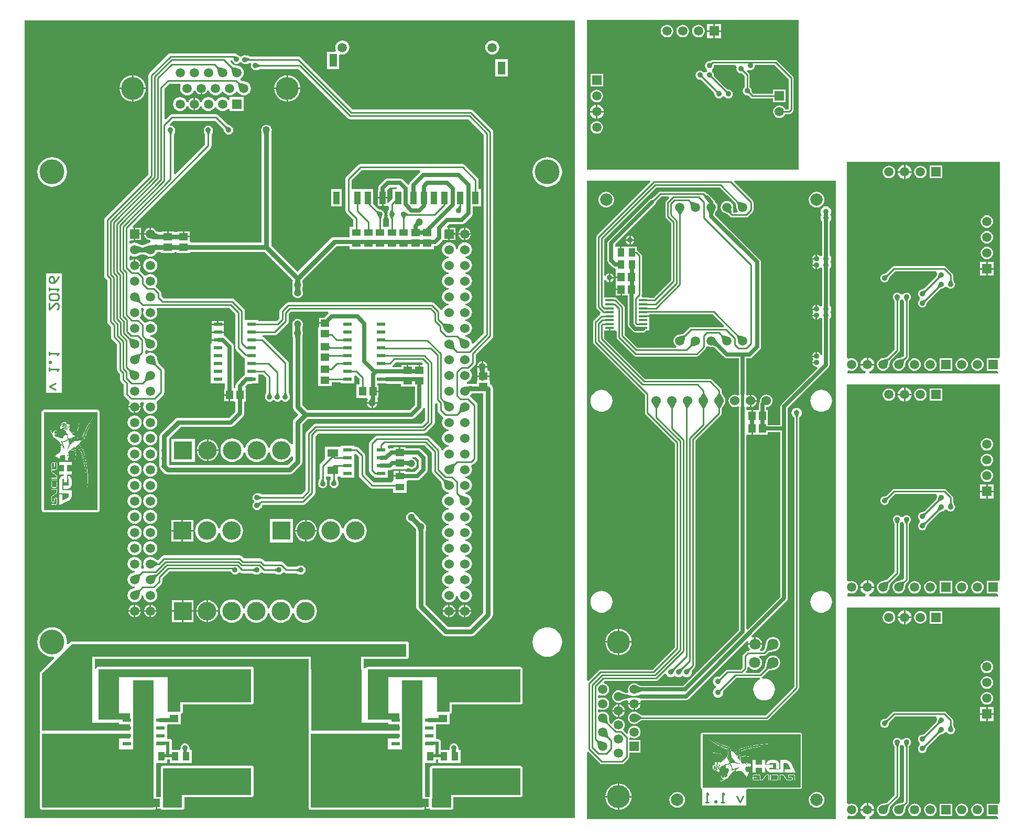
<source format=gbl>
G04 Layer_Physical_Order=2*
G04 Layer_Color=16711680*
%FSAX24Y24*%
%MOIN*%
G70*
G01*
G75*
%ADD10R,0.0472X0.0551*%
%ADD11R,0.0433X0.0551*%
%ADD16R,0.0551X0.0472*%
%ADD17R,0.0551X0.0433*%
%ADD18R,0.0571X0.0236*%
%ADD19R,0.0768X0.1201*%
%ADD20C,0.0100*%
%ADD21C,0.0250*%
%ADD22C,0.0300*%
%ADD23C,0.0200*%
%ADD24C,0.0591*%
%ADD25R,0.0591X0.0591*%
%ADD26R,0.0591X0.0591*%
%ADD27C,0.0600*%
%ADD28C,0.0709*%
%ADD29C,0.1457*%
%ADD30C,0.0787*%
%ADD31C,0.1181*%
%ADD32R,0.1181X0.1181*%
%ADD33C,0.1575*%
%ADD34C,0.0354*%
%ADD35C,0.0472*%
%ADD36R,0.0571X0.0138*%
%ADD37R,0.1024X0.1220*%
%ADD38R,0.0965X0.0984*%
%ADD39R,0.1043X0.1457*%
%ADD40R,0.0472X0.0787*%
%ADD41R,0.0394X0.0787*%
%ADD42R,0.0689X0.0492*%
%ADD43R,0.0709X0.1358*%
%ADD44C,0.0010*%
G36*
X059690Y051728D02*
X046216D01*
Y061264D01*
X059690D01*
Y051728D01*
D02*
G37*
G36*
X053869Y050061D02*
X053738Y049930D01*
X053588Y050141D01*
X053659Y050211D01*
X053869Y050061D01*
D02*
G37*
G36*
X050656Y049859D02*
X050488Y049636D01*
X050363Y049761D01*
X050585Y049929D01*
X050656Y049859D01*
D02*
G37*
G36*
X056131Y049626D02*
X055839Y049334D01*
X055767Y049626D01*
X055838Y049697D01*
X056131Y049626D01*
D02*
G37*
G36*
X053131D02*
X052839Y049334D01*
X052767Y049626D01*
X052838Y049697D01*
X053131Y049626D01*
D02*
G37*
G36*
X062052Y010389D02*
X046216D01*
Y010657D01*
Y014626D01*
X046316Y014667D01*
X047055Y013928D01*
X047104Y013895D01*
X047163Y013883D01*
X048463D01*
X048522Y013895D01*
X048571Y013928D01*
X048871Y014228D01*
X048904Y014278D01*
X048916Y014336D01*
Y014632D01*
X049624D01*
Y015423D01*
X048916D01*
Y015545D01*
X048981Y015588D01*
X049013Y015596D01*
X049029Y015584D01*
X049125Y015544D01*
X049228Y015530D01*
X049332Y015544D01*
X049428Y015584D01*
X049510Y015647D01*
X049574Y015730D01*
X049613Y015826D01*
X049627Y015929D01*
X049613Y016032D01*
X049574Y016128D01*
X049510Y016211D01*
X049428Y016274D01*
X049332Y016314D01*
X049228Y016328D01*
X049125Y016314D01*
X049029Y016274D01*
X048946Y016211D01*
X048883Y016128D01*
X048843Y016032D01*
X048830Y015929D01*
X048839Y015855D01*
X048750Y015803D01*
X048550Y016003D01*
X048520Y016074D01*
X048543Y016141D01*
X048574Y016181D01*
X048613Y016277D01*
X048627Y016380D01*
X048613Y016483D01*
X048574Y016579D01*
X048510Y016662D01*
X048428Y016725D01*
X048332Y016765D01*
X048228Y016779D01*
X048125Y016765D01*
X048029Y016725D01*
X047946Y016662D01*
X047883Y016579D01*
X047843Y016483D01*
X047739Y016456D01*
X047653Y016542D01*
X047620Y016776D01*
X047627Y016831D01*
X047613Y016934D01*
X047574Y017030D01*
X047510Y017113D01*
X047428Y017176D01*
X047332Y017216D01*
X047228Y017229D01*
X047125Y017216D01*
X047029Y017176D01*
X047016Y017166D01*
X046916Y017215D01*
Y017348D01*
X047016Y017397D01*
X047029Y017387D01*
X047125Y017347D01*
X047228Y017334D01*
X047332Y017347D01*
X047428Y017387D01*
X047510Y017450D01*
X047574Y017533D01*
X047613Y017629D01*
X047627Y017732D01*
X047613Y017835D01*
X047574Y017932D01*
X047510Y018014D01*
X047428Y018077D01*
X047332Y018117D01*
X047228Y018131D01*
X047125Y018117D01*
X047029Y018077D01*
X047016Y018067D01*
X046916Y018117D01*
Y018249D01*
X047016Y018299D01*
X047029Y018289D01*
X047125Y018249D01*
X047228Y018235D01*
X047332Y018249D01*
X047428Y018289D01*
X047510Y018352D01*
X047574Y018434D01*
X047613Y018531D01*
X047627Y018634D01*
X047613Y018737D01*
X047574Y018833D01*
X047510Y018916D01*
X047428Y018979D01*
X047332Y019019D01*
X047321Y019020D01*
X047287Y019113D01*
X047345Y019183D01*
X050629D01*
X050687Y019195D01*
X050737Y019228D01*
X051152Y019643D01*
X051261Y019611D01*
X051277Y019571D01*
X051330Y019503D01*
X051398Y019450D01*
X051478Y019417D01*
X051563Y019406D01*
X051648Y019417D01*
X051728Y019450D01*
X051796Y019503D01*
X051830D01*
X051898Y019450D01*
X051978Y019417D01*
X052063Y019406D01*
X052148Y019417D01*
X052228Y019450D01*
X052296Y019503D01*
X052330D01*
X052398Y019450D01*
X052478Y019417D01*
X052563Y019406D01*
X052648Y019417D01*
X052728Y019450D01*
X052796Y019503D01*
X052849Y019571D01*
X052882Y019651D01*
X052893Y019736D01*
X052882Y019822D01*
X052879Y019829D01*
X052882Y019839D01*
X053071Y020028D01*
X053104Y020078D01*
X053116Y020136D01*
Y034473D01*
X054742Y036099D01*
X054775Y036149D01*
X054787Y036207D01*
Y036505D01*
X054923Y036728D01*
X054983Y036806D01*
X055024Y036903D01*
X055037Y037008D01*
X055024Y037112D01*
X054983Y037210D01*
X054923Y037288D01*
X054787Y037511D01*
Y037665D01*
X054775Y037724D01*
X054742Y037773D01*
X054171Y038344D01*
X054122Y038378D01*
X054063Y038389D01*
X049926D01*
X047316Y041000D01*
Y041469D01*
X047606D01*
Y041638D01*
X047706D01*
Y041469D01*
X048041D01*
X048110Y041398D01*
Y041036D01*
X048122Y040978D01*
X048155Y040928D01*
X049207Y039876D01*
X049256Y039843D01*
X049315Y039831D01*
X053211D01*
X053270Y039843D01*
X053319Y039876D01*
X053771Y040328D01*
X053804Y040378D01*
X053816Y040436D01*
Y040446D01*
X053916Y040496D01*
X053935Y040482D01*
X054031Y040442D01*
X054134Y040428D01*
X054205Y040437D01*
X054370Y040376D01*
X054894Y039852D01*
X054941Y039820D01*
X054972Y039774D01*
X055046Y039724D01*
X055134Y039707D01*
X055904D01*
Y037504D01*
X055922Y037417D01*
X055904Y037392D01*
X055836Y037357D01*
X055738Y037398D01*
X055634Y037411D01*
X055529Y037398D01*
X055432Y037357D01*
X055349Y037293D01*
X055284Y037210D01*
X055244Y037112D01*
X055230Y037008D01*
X055244Y036903D01*
X055284Y036806D01*
X055349Y036723D01*
X055432Y036658D01*
X055529Y036618D01*
X055634Y036604D01*
X055738Y036618D01*
X055833Y036657D01*
X055844Y036652D01*
X055916Y036594D01*
X055904Y036536D01*
Y022402D01*
X052366Y018863D01*
X049683D01*
X049491Y018930D01*
X049428Y018979D01*
X049332Y019019D01*
X049228Y019033D01*
X049125Y019019D01*
X049029Y018979D01*
X048946Y018916D01*
X048883Y018833D01*
X048843Y018737D01*
X048830Y018634D01*
X048843Y018531D01*
X048858Y018496D01*
X048786Y018408D01*
X048763Y018412D01*
X048683D01*
X048491Y018480D01*
X048428Y018528D01*
X048332Y018568D01*
X048228Y018582D01*
X048125Y018568D01*
X048029Y018528D01*
X047946Y018465D01*
X047883Y018382D01*
X047843Y018286D01*
X047830Y018183D01*
X047843Y018080D01*
X047883Y017984D01*
X047946Y017901D01*
X048029Y017838D01*
X048125Y017798D01*
X048228Y017784D01*
X048332Y017798D01*
X048428Y017838D01*
X048491Y017886D01*
X048683Y017954D01*
X048763D01*
X048786Y017958D01*
X048858Y017871D01*
X048843Y017835D01*
X048836Y017782D01*
X049228D01*
X049620D01*
X049613Y017835D01*
X049602Y017864D01*
X049647Y017930D01*
X049673Y017954D01*
X052510D01*
X052598Y017971D01*
X052672Y018021D01*
X056407Y021756D01*
X056492Y021700D01*
X056467Y021638D01*
X056458Y021570D01*
X056859D01*
Y021971D01*
X056791Y021962D01*
X056730Y021937D01*
X056673Y022022D01*
X058925Y024274D01*
X058975Y024348D01*
X058992Y024436D01*
Y036541D01*
X061583Y039131D01*
X061632Y039206D01*
X061650Y039294D01*
Y039840D01*
X061649Y039845D01*
X061650Y039850D01*
Y042214D01*
X061654Y042217D01*
X061706Y042285D01*
X061739Y042365D01*
X061750Y042450D01*
X061739Y042536D01*
X061706Y042615D01*
X061679Y042650D01*
X061706Y042685D01*
X061739Y042765D01*
X061750Y042850D01*
X061739Y042936D01*
X061706Y043015D01*
X061654Y043084D01*
X061650Y043087D01*
Y045414D01*
X061654Y045417D01*
X061706Y045485D01*
X061739Y045565D01*
X061750Y045650D01*
X061739Y045736D01*
X061706Y045815D01*
X061679Y045850D01*
X061706Y045885D01*
X061739Y045965D01*
X061750Y046050D01*
X061739Y046136D01*
X061706Y046215D01*
X061654Y046284D01*
X061650Y046287D01*
Y048414D01*
X061654Y048417D01*
X061706Y048485D01*
X061739Y048565D01*
X061750Y048650D01*
X061739Y048736D01*
X061706Y048815D01*
X061679Y048850D01*
X061706Y048885D01*
X061739Y048965D01*
X061750Y049050D01*
X061739Y049136D01*
X061706Y049215D01*
X061654Y049284D01*
X061585Y049336D01*
X061506Y049369D01*
X061420Y049380D01*
X061335Y049369D01*
X061255Y049336D01*
X061187Y049284D01*
X061135Y049215D01*
X061102Y049136D01*
X061090Y049050D01*
X061102Y048965D01*
X061135Y048885D01*
X061162Y048850D01*
X061135Y048815D01*
X061102Y048736D01*
X061090Y048650D01*
X061102Y048565D01*
X061135Y048485D01*
X061187Y048417D01*
X061191Y048414D01*
Y046287D01*
X061187Y046284D01*
X061149Y046234D01*
X061143Y046231D01*
X061076Y046224D01*
X061032Y046230D01*
X061018Y046248D01*
X060960Y046293D01*
X060893Y046320D01*
X060870Y046323D01*
Y046050D01*
X060820D01*
Y046000D01*
X060547D01*
X060550Y045978D01*
X060578Y045911D01*
X060621Y045850D01*
X060578Y045790D01*
X060550Y045723D01*
X060547Y045700D01*
X060820D01*
Y045650D01*
X060870D01*
Y045377D01*
X060893Y045380D01*
X060960Y045408D01*
X061018Y045453D01*
X061032Y045471D01*
X061076Y045477D01*
X061143Y045470D01*
X061149Y045467D01*
X061187Y045417D01*
X061191Y045414D01*
Y043087D01*
X061187Y043084D01*
X061149Y043034D01*
X061143Y043031D01*
X061076Y043024D01*
X061032Y043030D01*
X061018Y043048D01*
X060960Y043092D01*
X060893Y043120D01*
X060870Y043123D01*
Y042850D01*
X060820D01*
Y042800D01*
X060547D01*
X060550Y042778D01*
X060578Y042711D01*
X060621Y042650D01*
X060578Y042590D01*
X060550Y042523D01*
X060547Y042500D01*
X060820D01*
Y042450D01*
X060870D01*
Y042177D01*
X060893Y042180D01*
X060960Y042208D01*
X061018Y042253D01*
X061032Y042271D01*
X061076Y042277D01*
X061143Y042270D01*
X061149Y042267D01*
X061187Y042217D01*
X061191Y042214D01*
Y039925D01*
X061091Y039918D01*
X061090Y039923D01*
X061063Y039990D01*
X061018Y040048D01*
X060960Y040093D01*
X060893Y040120D01*
X060870Y040123D01*
Y039850D01*
X060820D01*
Y039800D01*
X060547D01*
X060550Y039778D01*
X060578Y039711D01*
X060621Y039650D01*
X060578Y039590D01*
X060550Y039523D01*
X060547Y039500D01*
X060820D01*
Y039400D01*
X060547D01*
X060550Y039378D01*
X060578Y039311D01*
X060623Y039253D01*
X060681Y039208D01*
X060748Y039180D01*
X060820Y039171D01*
X060833Y039173D01*
X060880Y039078D01*
X058601Y036798D01*
X058551Y036724D01*
X058534Y036636D01*
Y035466D01*
X057734D01*
Y035612D01*
X057734D01*
Y035661D01*
X057734D01*
Y036412D01*
X057627D01*
Y036598D01*
X057634Y036604D01*
X057738Y036618D01*
X057836Y036658D01*
X057919Y036723D01*
X057983Y036806D01*
X058024Y036903D01*
X058037Y037008D01*
X058024Y037112D01*
X057983Y037210D01*
X057919Y037293D01*
X057836Y037357D01*
X057738Y037398D01*
X057634Y037411D01*
X057529Y037398D01*
X057432Y037357D01*
X057349Y037293D01*
X057284Y037210D01*
X057244Y037112D01*
X057230Y037008D01*
X057240Y036938D01*
X057235Y036934D01*
X057186Y036859D01*
X057168Y036772D01*
Y036412D01*
X056778D01*
Y036036D01*
X056678D01*
Y036412D01*
X056392D01*
X056363Y036500D01*
Y036536D01*
X056352Y036594D01*
X056424Y036652D01*
X056435Y036657D01*
X056529Y036618D01*
X056584Y036611D01*
Y037008D01*
Y037405D01*
X056529Y037398D01*
X056432Y037357D01*
X056363Y037392D01*
X056346Y037417D01*
X056363Y037504D01*
Y039707D01*
X056563D01*
X056651Y039724D01*
X056725Y039774D01*
X057225Y040274D01*
X057275Y040348D01*
X057292Y040436D01*
Y045836D01*
X057275Y045924D01*
X057225Y045998D01*
X054363Y048860D01*
Y048876D01*
X054430Y049068D01*
X054479Y049131D01*
X054519Y049228D01*
X054533Y049331D01*
X054519Y049434D01*
X054479Y049530D01*
X054416Y049613D01*
X054363Y049653D01*
Y049665D01*
X054346Y049753D01*
X054296Y049828D01*
X054025Y050098D01*
X053951Y050148D01*
X053912Y050156D01*
X053718Y050294D01*
X053713Y050297D01*
X053682Y050317D01*
X053623Y050329D01*
X050903D01*
X050844Y050317D01*
X050795Y050284D01*
X050513Y050002D01*
X050321Y049857D01*
X050275Y049848D01*
X050201Y049798D01*
X047601Y047198D01*
X047551Y047124D01*
X047534Y047036D01*
Y045936D01*
X047551Y045848D01*
X047601Y045774D01*
X047868Y045507D01*
X047942Y045457D01*
X048030Y045440D01*
X048034D01*
X048066Y045340D01*
X048057Y045257D01*
X048057Y045257D01*
X048057D01*
Y044932D01*
X048394D01*
Y044832D01*
X048057D01*
Y044506D01*
X048057D01*
Y044470D01*
X048057D01*
Y044144D01*
X048394D01*
Y044094D01*
X048444D01*
Y043719D01*
X048834D01*
Y041836D01*
X048851Y041748D01*
X048901Y041674D01*
X049141Y041434D01*
X049216Y041384D01*
X049303Y041366D01*
X049801D01*
X049889Y041384D01*
X049963Y041434D01*
X049987Y041469D01*
X050187D01*
Y041721D01*
Y041973D01*
Y042225D01*
Y042344D01*
X049801D01*
Y042444D01*
X050187D01*
Y042526D01*
X054219D01*
X054963Y041782D01*
X054925Y041689D01*
X052843D01*
X052785Y041678D01*
X052735Y041644D01*
X052376Y041285D01*
X052127Y041225D01*
X052031Y041212D01*
X051935Y041172D01*
X051852Y041109D01*
X051789Y041026D01*
X051749Y040930D01*
X051735Y040827D01*
X051749Y040724D01*
X051789Y040627D01*
X051852Y040545D01*
X051925Y040489D01*
X051924Y040456D01*
X051896Y040389D01*
X049426D01*
X048616Y041200D01*
Y042960D01*
X048604Y043019D01*
X048571Y043069D01*
X048130Y043510D01*
X048080Y043543D01*
X048041Y043551D01*
Y043570D01*
X047316D01*
Y044689D01*
X047416Y044708D01*
X047421Y044696D01*
X047465Y044639D01*
X047523Y044594D01*
X047591Y044566D01*
X047613Y044563D01*
Y044836D01*
Y045109D01*
X047591Y045106D01*
X047523Y045078D01*
X047465Y045034D01*
X047421Y044976D01*
X047416Y044964D01*
X047316Y044984D01*
Y047273D01*
X050626Y050583D01*
X054665D01*
X055676Y049573D01*
X055736Y049324D01*
X055749Y049228D01*
X055789Y049131D01*
X055821Y049089D01*
X055772Y048989D01*
X055526D01*
X055515Y049000D01*
X055506Y049197D01*
X055519Y049228D01*
X055533Y049331D01*
X055519Y049434D01*
X055479Y049530D01*
X055416Y049613D01*
X055333Y049676D01*
X055237Y049716D01*
X055134Y049729D01*
X055031Y049716D01*
X054935Y049676D01*
X054852Y049613D01*
X054789Y049530D01*
X054749Y049434D01*
X054735Y049331D01*
X054749Y049228D01*
X054789Y049131D01*
X054852Y049049D01*
X054935Y048985D01*
X054970Y048971D01*
X054975Y048967D01*
X055251Y048832D01*
X055355Y048728D01*
X055404Y048695D01*
X055463Y048683D01*
X056363D01*
X056422Y048695D01*
X056471Y048728D01*
X056771Y049028D01*
X056804Y049078D01*
X056816Y049136D01*
Y049636D01*
X056804Y049695D01*
X056771Y049744D01*
X055580Y050936D01*
X055618Y051028D01*
X062052D01*
Y010389D01*
D02*
G37*
G36*
X055415Y048955D02*
X055313Y048915D01*
X055020Y049058D01*
X055404Y049211D01*
X055415Y048955D01*
D02*
G37*
G36*
X054259Y048886D02*
X054009D01*
X053927Y049120D01*
X054341D01*
X054259Y048886D01*
D02*
G37*
G36*
X052184Y048863D02*
X052084D01*
X051927Y049120D01*
X052341D01*
X052184Y048863D01*
D02*
G37*
G36*
X051458Y049931D02*
X051255Y049727D01*
X051222Y049678D01*
X051210Y049619D01*
Y048753D01*
X051222Y048695D01*
X051255Y048645D01*
X051581Y048319D01*
Y044670D01*
X050465Y043555D01*
X050187D01*
Y043570D01*
X049751D01*
X049699Y043670D01*
X049704Y043678D01*
X049716Y043736D01*
Y046236D01*
X049704Y046295D01*
X049671Y046344D01*
X049451Y046565D01*
X049401Y046598D01*
X049389Y046600D01*
Y046832D01*
X048800D01*
X048728Y046832D01*
X048656Y046832D01*
X048434D01*
Y046457D01*
X048334D01*
Y046832D01*
X048092D01*
X048067Y046832D01*
X048035Y046859D01*
X048029Y046978D01*
X050525Y049474D01*
X050575Y049548D01*
X050584Y049594D01*
X050729Y049786D01*
X050966Y050023D01*
X051420D01*
X051458Y049931D01*
D02*
G37*
G36*
X056131Y041122D02*
X055839Y040830D01*
X055767Y041122D01*
X055838Y041193D01*
X056131Y041122D01*
D02*
G37*
G36*
X055131D02*
X054839Y040830D01*
X054767Y041122D01*
X054838Y041193D01*
X055131Y041122D01*
D02*
G37*
G36*
X052500Y041122D02*
X052429Y040830D01*
X052137Y041122D01*
X052430Y041193D01*
X052500Y041122D01*
D02*
G37*
G36*
X054554Y040693D02*
X054432Y040462D01*
X054214Y040543D01*
X054420Y040901D01*
X054554Y040693D01*
D02*
G37*
G36*
X053145Y040532D02*
X052850Y040452D01*
X052776Y040520D01*
X052839Y040810D01*
X053145Y040532D01*
D02*
G37*
G36*
X072485Y039848D02*
X072454Y039711D01*
X072335Y039711D01*
X071664D01*
Y038920D01*
X072300D01*
X072354Y038848D01*
X072375Y038770D01*
X072349Y038736D01*
X064199D01*
X064175Y038882D01*
X064284Y038927D01*
X064377Y038998D01*
X064448Y039091D01*
X064493Y039200D01*
X064502Y039266D01*
X064059D01*
X063617D01*
X063625Y039200D01*
X063670Y039091D01*
X063741Y038998D01*
X063835Y038927D01*
X063943Y038882D01*
X063919Y038736D01*
X062802D01*
X062773Y038886D01*
X062787Y038900D01*
X062901Y038953D01*
X062956Y038931D01*
X063059Y038917D01*
X063162Y038931D01*
X063258Y038970D01*
X063341Y039034D01*
X063404Y039116D01*
X063444Y039213D01*
X063458Y039316D01*
X063444Y039419D01*
X063404Y039515D01*
X063341Y039598D01*
X063258Y039661D01*
X063162Y039701D01*
X063059Y039714D01*
X062956Y039701D01*
X062901Y039678D01*
X062787Y039732D01*
X062751Y039767D01*
Y052209D01*
X072485D01*
Y039848D01*
D02*
G37*
G36*
X054844Y037222D02*
X054424D01*
X054584Y037484D01*
X054684D01*
X054844Y037222D01*
D02*
G37*
G36*
X053844D02*
X053424D01*
X053584Y037484D01*
X053684D01*
X053844Y037222D01*
D02*
G37*
G36*
X054684Y036532D02*
X054584D01*
X054424Y036794D01*
X054844D01*
X054684Y036532D01*
D02*
G37*
G36*
X053684D02*
X053584D01*
X053424Y036794D01*
X053844D01*
X053684Y036532D01*
D02*
G37*
G36*
X051684D02*
X051584D01*
X051424Y036794D01*
X051844D01*
X051684Y036532D01*
D02*
G37*
G36*
X050684D02*
X050584D01*
X050424Y036794D01*
X050844D01*
X050684Y036532D01*
D02*
G37*
G36*
X052787Y036750D02*
X052613Y036529D01*
X052513Y036553D01*
X052379Y036849D01*
X052787Y036750D01*
D02*
G37*
G36*
X072485Y025675D02*
X072454Y025538D01*
X072335Y025538D01*
X071664D01*
Y024747D01*
X072300D01*
X072354Y024674D01*
X072375Y024597D01*
X072349Y024562D01*
X064199D01*
X064175Y024709D01*
X064284Y024754D01*
X064377Y024825D01*
X064448Y024918D01*
X064493Y025026D01*
X064502Y025093D01*
X064059D01*
X063617D01*
X063625Y025026D01*
X063670Y024918D01*
X063741Y024825D01*
X063835Y024754D01*
X063943Y024709D01*
X063919Y024562D01*
X062802D01*
X062773Y024712D01*
X062787Y024726D01*
X062901Y024780D01*
X062956Y024757D01*
X063059Y024744D01*
X063162Y024757D01*
X063258Y024797D01*
X063341Y024861D01*
X063404Y024943D01*
X063444Y025039D01*
X063458Y025143D01*
X063444Y025246D01*
X063404Y025342D01*
X063341Y025424D01*
X063258Y025488D01*
X063162Y025528D01*
X063059Y025541D01*
X062956Y025528D01*
X062901Y025505D01*
X062787Y025559D01*
X062751Y025594D01*
Y038036D01*
X072485D01*
Y025675D01*
D02*
G37*
G36*
X056778Y034861D02*
X057734D01*
Y035007D01*
X058534D01*
Y024531D01*
X056456Y022453D01*
X056363Y022492D01*
Y034773D01*
X056392Y034861D01*
X056678D01*
Y035236D01*
X056778D01*
Y034861D01*
D02*
G37*
G36*
X052794Y019896D02*
X052740Y019738D01*
X052565Y019913D01*
X052723Y019967D01*
X052794Y019896D01*
D02*
G37*
G36*
X052294D02*
X052240Y019738D01*
X052065Y019913D01*
X052223Y019967D01*
X052294Y019896D01*
D02*
G37*
G36*
X051794D02*
X051740Y019738D01*
X051565Y019913D01*
X051723Y019967D01*
X051794Y019896D01*
D02*
G37*
G36*
X050263Y050936D02*
X046855Y047527D01*
X046822Y047478D01*
X046810Y047419D01*
Y042972D01*
X046822Y042913D01*
X046855Y042864D01*
X047084Y042635D01*
X047087Y042612D01*
X047064Y042513D01*
X047047Y042502D01*
X046655Y042110D01*
X046622Y042060D01*
X046610Y042002D01*
Y040753D01*
X046622Y040695D01*
X046655Y040645D01*
X049910Y037390D01*
Y036236D01*
X049922Y036178D01*
X049955Y036128D01*
X051810Y034273D01*
Y021300D01*
X050400Y019889D01*
X047097D01*
X047039Y019878D01*
X046989Y019844D01*
X046316Y019171D01*
X046216Y019213D01*
Y022657D01*
Y040945D01*
Y051028D01*
X050225D01*
X050263Y050936D01*
D02*
G37*
G36*
X049673Y018759D02*
Y018509D01*
X049439Y018427D01*
Y018841D01*
X049673Y018759D01*
D02*
G37*
G36*
X049128Y018233D02*
Y018133D01*
X048851Y018095D01*
Y018114D01*
X048834Y018112D01*
Y018254D01*
X048851Y018252D01*
Y018272D01*
X049128Y018233D01*
D02*
G37*
G36*
X049575Y018095D02*
X049298Y018133D01*
Y018233D01*
X049575Y018272D01*
Y018095D01*
D02*
G37*
G36*
X048673Y018308D02*
Y018058D01*
X048439Y017976D01*
Y018390D01*
X048673Y018308D01*
D02*
G37*
G36*
X047557Y016492D02*
X047473Y016435D01*
X047174Y016540D01*
X047517Y016771D01*
X047557Y016492D01*
D02*
G37*
G36*
X047595Y015633D02*
X047524Y015563D01*
X047231Y015634D01*
X047524Y015926D01*
X047595Y015633D01*
D02*
G37*
G36*
X047225Y015323D02*
X046933Y015030D01*
X046862Y015323D01*
X046933Y015394D01*
X047225Y015323D01*
D02*
G37*
G36*
X045465Y010440D02*
X010440D01*
Y061213D01*
X045465D01*
Y010440D01*
D02*
G37*
G36*
X072485Y011502D02*
X072454Y011365D01*
X072335Y011365D01*
X071664D01*
Y010574D01*
X072300D01*
X072354Y010501D01*
X072375Y010424D01*
X072349Y010389D01*
X064199D01*
X064175Y010535D01*
X064284Y010580D01*
X064377Y010652D01*
X064448Y010745D01*
X064493Y010853D01*
X064502Y010919D01*
X064059D01*
X063617D01*
X063625Y010853D01*
X063670Y010745D01*
X063741Y010652D01*
X063835Y010580D01*
X063943Y010535D01*
X063919Y010389D01*
X062802D01*
X062773Y010539D01*
X062787Y010553D01*
X062901Y010607D01*
X062956Y010584D01*
X063059Y010571D01*
X063162Y010584D01*
X063258Y010624D01*
X063341Y010687D01*
X063404Y010770D01*
X063444Y010866D01*
X063458Y010969D01*
X063444Y011072D01*
X063404Y011169D01*
X063341Y011251D01*
X063258Y011315D01*
X063162Y011354D01*
X063059Y011368D01*
X062956Y011354D01*
X062901Y011332D01*
X062787Y011385D01*
X062751Y011421D01*
Y023863D01*
X072485D01*
Y011502D01*
D02*
G37*
%LPC*%
G36*
X054755Y060981D02*
X054359D01*
Y060585D01*
X054755D01*
Y060981D01*
D02*
G37*
G36*
X054259D02*
X053864D01*
Y060585D01*
X054259D01*
Y060981D01*
D02*
G37*
G36*
X053309Y060934D02*
X053206Y060921D01*
X053110Y060881D01*
X053028Y060817D01*
X052964Y060735D01*
X052924Y060639D01*
X052911Y060535D01*
X052924Y060432D01*
X052964Y060336D01*
X053028Y060254D01*
X053110Y060190D01*
X053206Y060150D01*
X053309Y060137D01*
X053413Y060150D01*
X053509Y060190D01*
X053591Y060254D01*
X053655Y060336D01*
X053695Y060432D01*
X053708Y060535D01*
X053695Y060639D01*
X053655Y060735D01*
X053591Y060817D01*
X053509Y060881D01*
X053413Y060921D01*
X053309Y060934D01*
D02*
G37*
G36*
X052309D02*
X052206Y060921D01*
X052110Y060881D01*
X052028Y060817D01*
X051964Y060735D01*
X051924Y060639D01*
X051911Y060535D01*
X051924Y060432D01*
X051964Y060336D01*
X052028Y060254D01*
X052110Y060190D01*
X052206Y060150D01*
X052309Y060137D01*
X052413Y060150D01*
X052509Y060190D01*
X052591Y060254D01*
X052655Y060336D01*
X052695Y060432D01*
X052708Y060535D01*
X052695Y060639D01*
X052655Y060735D01*
X052591Y060817D01*
X052509Y060881D01*
X052413Y060921D01*
X052309Y060934D01*
D02*
G37*
G36*
X051309D02*
X051206Y060921D01*
X051110Y060881D01*
X051028Y060817D01*
X050964Y060735D01*
X050924Y060639D01*
X050911Y060535D01*
X050924Y060432D01*
X050964Y060336D01*
X051028Y060254D01*
X051110Y060190D01*
X051206Y060150D01*
X051309Y060137D01*
X051413Y060150D01*
X051509Y060190D01*
X051591Y060254D01*
X051655Y060336D01*
X051695Y060432D01*
X051708Y060535D01*
X051695Y060639D01*
X051655Y060735D01*
X051591Y060817D01*
X051509Y060881D01*
X051413Y060921D01*
X051309Y060934D01*
D02*
G37*
G36*
X054755Y060485D02*
X054359D01*
Y060090D01*
X054755D01*
Y060485D01*
D02*
G37*
G36*
X054259D02*
X053864D01*
Y060090D01*
X054259D01*
Y060485D01*
D02*
G37*
G36*
X058209Y058688D02*
X054209D01*
X054151Y058677D01*
X054101Y058644D01*
X054065Y058608D01*
X054009Y058615D01*
X053937Y058605D01*
X053870Y058578D01*
X053812Y058533D01*
X053767Y058475D01*
X053739Y058408D01*
X053730Y058335D01*
X053739Y058263D01*
X053767Y058196D01*
X053812Y058138D01*
X053830Y058124D01*
X053843Y058077D01*
Y057994D01*
X053830Y057947D01*
X053812Y057933D01*
X053798Y057915D01*
X053751Y057902D01*
X053668D01*
X053621Y057915D01*
X053607Y057933D01*
X053549Y057978D01*
X053482Y058005D01*
X053409Y058015D01*
X053337Y058005D01*
X053270Y057978D01*
X053212Y057933D01*
X053167Y057875D01*
X053139Y057808D01*
X053130Y057735D01*
X053139Y057663D01*
X053167Y057596D01*
X053212Y057538D01*
X053270Y057493D01*
X053337Y057465D01*
X053387Y057459D01*
X053512Y057417D01*
X054291Y056638D01*
X054333Y056513D01*
X054339Y056463D01*
X054367Y056396D01*
X054412Y056338D01*
X054470Y056293D01*
X054537Y056265D01*
X054609Y056256D01*
X054682Y056265D01*
X054749Y056293D01*
X054807Y056338D01*
X054821Y056356D01*
X054868Y056369D01*
X054951D01*
X054998Y056356D01*
X055012Y056338D01*
X055070Y056293D01*
X055137Y056265D01*
X055209Y056256D01*
X055282Y056265D01*
X055349Y056293D01*
X055407Y056338D01*
X055452Y056396D01*
X055479Y056463D01*
X055489Y056535D01*
X055479Y056608D01*
X055452Y056675D01*
X055407Y056733D01*
X055349Y056778D01*
X055282Y056805D01*
X055232Y056812D01*
X055107Y056854D01*
X054328Y057633D01*
X054286Y057758D01*
X054279Y057808D01*
X054252Y057875D01*
X054207Y057933D01*
X054189Y057947D01*
X054176Y057994D01*
Y058077D01*
X054189Y058124D01*
X054207Y058138D01*
X054252Y058196D01*
X054279Y058263D01*
X054289Y058335D01*
X054330Y058382D01*
X055661D01*
X055695Y058348D01*
X055750Y058232D01*
X055739Y058208D01*
X055730Y058135D01*
X055739Y058063D01*
X055767Y057996D01*
X055812Y057938D01*
X055870Y057893D01*
X055937Y057865D01*
X056009Y057856D01*
X056065Y057863D01*
X056257Y057672D01*
Y056967D01*
X056212Y056933D01*
X056167Y056875D01*
X056139Y056808D01*
X056130Y056735D01*
X056139Y056663D01*
X056167Y056596D01*
X056212Y056538D01*
X056270Y056493D01*
X056337Y056465D01*
X056387Y056459D01*
X056512Y056417D01*
X056631Y056297D01*
X056681Y056264D01*
X056739Y056253D01*
X058049D01*
X058069Y056242D01*
Y056010D01*
X058860D01*
Y056801D01*
X058069D01*
Y056569D01*
X058049Y056558D01*
X056803D01*
X056728Y056633D01*
X056686Y056758D01*
X056679Y056808D01*
X056652Y056875D01*
X056607Y056933D01*
X056562Y056967D01*
Y057735D01*
X056551Y057794D01*
X056518Y057844D01*
X056390Y057971D01*
X056470Y058093D01*
X056537Y058065D01*
X056609Y058056D01*
X056682Y058065D01*
X056749Y058093D01*
X056807Y058138D01*
X056852Y058196D01*
X056879Y058263D01*
X056889Y058335D01*
X056930Y058382D01*
X058146D01*
X059057Y057472D01*
Y055599D01*
X059016Y055558D01*
X058829D01*
X058810Y055605D01*
X058746Y055687D01*
X058664Y055751D01*
X058568Y055791D01*
X058465Y055804D01*
X058361Y055791D01*
X058265Y055751D01*
X058183Y055687D01*
X058119Y055605D01*
X058079Y055509D01*
X058066Y055406D01*
X058079Y055302D01*
X058119Y055206D01*
X058183Y055124D01*
X058265Y055060D01*
X058361Y055020D01*
X058465Y055007D01*
X058568Y055020D01*
X058664Y055060D01*
X058746Y055124D01*
X058810Y055206D01*
X058829Y055253D01*
X059080D01*
X059138Y055264D01*
X059188Y055297D01*
X059318Y055427D01*
X059351Y055477D01*
X059362Y055535D01*
Y057535D01*
X059351Y057594D01*
X059318Y057644D01*
X058318Y058644D01*
X058268Y058677D01*
X058209Y058688D01*
D02*
G37*
G36*
X047246Y057801D02*
X046455D01*
Y057010D01*
X047246D01*
Y057801D01*
D02*
G37*
G36*
X046850Y056804D02*
X046747Y056791D01*
X046651Y056751D01*
X046568Y056687D01*
X046505Y056605D01*
X046465Y056509D01*
X046452Y056406D01*
X046465Y056302D01*
X046505Y056206D01*
X046568Y056124D01*
X046651Y056060D01*
X046747Y056020D01*
X046850Y056007D01*
X046954Y056020D01*
X047050Y056060D01*
X047132Y056124D01*
X047196Y056206D01*
X047235Y056302D01*
X047249Y056406D01*
X047235Y056509D01*
X047196Y056605D01*
X047132Y056687D01*
X047050Y056751D01*
X046954Y056791D01*
X046850Y056804D01*
D02*
G37*
G36*
X046900Y055848D02*
Y055456D01*
X047293D01*
X047284Y055522D01*
X047239Y055630D01*
X047168Y055723D01*
X047075Y055794D01*
X046967Y055839D01*
X046900Y055848D01*
D02*
G37*
G36*
X046800Y055848D02*
X046734Y055839D01*
X046626Y055794D01*
X046533Y055723D01*
X046461Y055630D01*
X046417Y055522D01*
X046408Y055456D01*
X046800D01*
Y055848D01*
D02*
G37*
G36*
Y055356D02*
X046408D01*
X046417Y055289D01*
X046461Y055181D01*
X046533Y055088D01*
X046626Y055017D01*
X046734Y054972D01*
X046800Y054963D01*
Y055356D01*
D02*
G37*
G36*
X047293D02*
X046900D01*
Y054963D01*
X046967Y054972D01*
X047075Y055017D01*
X047168Y055088D01*
X047239Y055181D01*
X047284Y055289D01*
X047293Y055356D01*
D02*
G37*
G36*
X046850Y054804D02*
X046747Y054791D01*
X046651Y054751D01*
X046568Y054687D01*
X046505Y054605D01*
X046465Y054509D01*
X046452Y054406D01*
X046465Y054302D01*
X046505Y054206D01*
X046568Y054124D01*
X046651Y054060D01*
X046747Y054020D01*
X046850Y054007D01*
X046954Y054020D01*
X047050Y054060D01*
X047132Y054124D01*
X047196Y054206D01*
X047235Y054302D01*
X047249Y054406D01*
X047235Y054509D01*
X047196Y054605D01*
X047132Y054687D01*
X047050Y054751D01*
X046954Y054791D01*
X046850Y054804D01*
D02*
G37*
G36*
X060827Y050301D02*
X060698Y050284D01*
X060578Y050234D01*
X060475Y050155D01*
X060396Y050052D01*
X060346Y049932D01*
X060329Y049803D01*
X060346Y049674D01*
X060396Y049554D01*
X060475Y049451D01*
X060578Y049372D01*
X060698Y049322D01*
X060827Y049305D01*
X060956Y049322D01*
X061076Y049372D01*
X061179Y049451D01*
X061258Y049554D01*
X061308Y049674D01*
X061325Y049803D01*
X061308Y049932D01*
X061258Y050052D01*
X061179Y050155D01*
X061076Y050234D01*
X060956Y050284D01*
X060827Y050301D01*
D02*
G37*
G36*
X060770Y046323D02*
X060748Y046320D01*
X060681Y046293D01*
X060623Y046248D01*
X060578Y046190D01*
X060550Y046123D01*
X060547Y046100D01*
X060770D01*
Y046323D01*
D02*
G37*
G36*
Y045600D02*
X060547D01*
X060550Y045578D01*
X060578Y045511D01*
X060623Y045453D01*
X060681Y045408D01*
X060748Y045380D01*
X060770Y045377D01*
Y045600D01*
D02*
G37*
G36*
X047713Y045109D02*
Y044886D01*
X047936D01*
X047933Y044909D01*
X047905Y044976D01*
X047861Y045034D01*
X047803Y045078D01*
X047735Y045106D01*
X047713Y045109D01*
D02*
G37*
G36*
X047936Y044786D02*
X047713D01*
Y044563D01*
X047735Y044566D01*
X047803Y044594D01*
X047861Y044639D01*
X047905Y044696D01*
X047933Y044764D01*
X047936Y044786D01*
D02*
G37*
G36*
X048344Y044044D02*
X048057D01*
Y043719D01*
X048344D01*
Y044044D01*
D02*
G37*
G36*
X060770Y043123D02*
X060748Y043120D01*
X060681Y043092D01*
X060623Y043048D01*
X060578Y042990D01*
X060550Y042923D01*
X060547Y042900D01*
X060770D01*
Y043123D01*
D02*
G37*
G36*
Y042400D02*
X060547D01*
X060550Y042378D01*
X060578Y042311D01*
X060623Y042253D01*
X060681Y042208D01*
X060748Y042180D01*
X060770Y042177D01*
Y042400D01*
D02*
G37*
G36*
Y040123D02*
X060748Y040120D01*
X060681Y040093D01*
X060623Y040048D01*
X060578Y039990D01*
X060550Y039923D01*
X060547Y039900D01*
X060770D01*
Y040123D01*
D02*
G37*
G36*
X056684Y037405D02*
Y037058D01*
X057031D01*
X057024Y037112D01*
X056983Y037210D01*
X056919Y037293D01*
X056836Y037357D01*
X056738Y037398D01*
X056684Y037405D01*
D02*
G37*
G36*
X057031Y036958D02*
X056684D01*
Y036611D01*
X056738Y036618D01*
X056836Y036658D01*
X056919Y036723D01*
X056983Y036806D01*
X057024Y036903D01*
X057031Y036958D01*
D02*
G37*
G36*
X061122Y037702D02*
X060987Y037688D01*
X060857Y037649D01*
X060737Y037585D01*
X060631Y037499D01*
X060545Y037393D01*
X060481Y037273D01*
X060441Y037143D01*
X060428Y037008D01*
X060441Y036872D01*
X060481Y036742D01*
X060545Y036622D01*
X060631Y036517D01*
X060737Y036431D01*
X060857Y036367D01*
X060987Y036327D01*
X061122Y036314D01*
X061257Y036327D01*
X061388Y036367D01*
X061508Y036431D01*
X061613Y036517D01*
X061699Y036622D01*
X061763Y036742D01*
X061803Y036872D01*
X061816Y037008D01*
X061803Y037143D01*
X061763Y037273D01*
X061699Y037393D01*
X061613Y037499D01*
X061508Y037585D01*
X061388Y037649D01*
X061257Y037688D01*
X061122Y037702D01*
D02*
G37*
G36*
Y024906D02*
X060987Y024893D01*
X060857Y024854D01*
X060737Y024790D01*
X060631Y024703D01*
X060545Y024598D01*
X060481Y024478D01*
X060441Y024348D01*
X060428Y024213D01*
X060441Y024077D01*
X060481Y023947D01*
X060545Y023827D01*
X060631Y023722D01*
X060737Y023636D01*
X060857Y023572D01*
X060987Y023532D01*
X061122Y023519D01*
X061257Y023532D01*
X061388Y023572D01*
X061508Y023636D01*
X061613Y023722D01*
X061699Y023827D01*
X061763Y023947D01*
X061803Y024077D01*
X061816Y024213D01*
X061803Y024348D01*
X061763Y024478D01*
X061699Y024598D01*
X061613Y024703D01*
X061508Y024790D01*
X061388Y024854D01*
X061257Y024893D01*
X061122Y024906D01*
D02*
G37*
G36*
X056959Y021971D02*
Y021570D01*
X057361D01*
X057352Y021638D01*
X057306Y021749D01*
X057233Y021844D01*
X057139Y021917D01*
X057028Y021962D01*
X056959Y021971D01*
D02*
G37*
G36*
X058061Y021978D02*
X057942Y021962D01*
X057832Y021917D01*
X057737Y021844D01*
X057664Y021749D01*
X057618Y021638D01*
X057603Y021520D01*
X057603Y021519D01*
X057535Y021209D01*
X057414Y021089D01*
X057259D01*
X057225Y021189D01*
X057233Y021196D01*
X057306Y021291D01*
X057352Y021401D01*
X057361Y021470D01*
X056458D01*
X056467Y021401D01*
X056513Y021291D01*
X056585Y021196D01*
X056594Y021189D01*
X056560Y021089D01*
X056463D01*
X056404Y021078D01*
X056355Y021044D01*
X056169Y020859D01*
X056136Y020809D01*
X056125Y020751D01*
Y020014D01*
X056000Y019889D01*
X055163D01*
X055104Y019878D01*
X055055Y019844D01*
X054660Y019450D01*
X054648Y019455D01*
X054563Y019466D01*
X054478Y019455D01*
X054398Y019422D01*
X054330Y019370D01*
X054277Y019301D01*
X054244Y019222D01*
X054233Y019136D01*
X054244Y019051D01*
X054277Y018971D01*
X054330Y018903D01*
X054398Y018850D01*
X054422Y018840D01*
Y018732D01*
X054398Y018722D01*
X054330Y018670D01*
X054277Y018601D01*
X054244Y018522D01*
X054233Y018436D01*
X054244Y018351D01*
X054277Y018271D01*
X054330Y018203D01*
X054398Y018150D01*
X054478Y018117D01*
X054563Y018106D01*
X054648Y018117D01*
X054728Y018150D01*
X054796Y018203D01*
X054849Y018271D01*
X054882Y018351D01*
X054893Y018436D01*
X054882Y018522D01*
X054877Y018534D01*
X055726Y019383D01*
X057224D01*
X057239Y019283D01*
X057225Y019279D01*
X057105Y019215D01*
X057000Y019128D01*
X056913Y019023D01*
X056849Y018903D01*
X056810Y018773D01*
X056796Y018638D01*
X056810Y018502D01*
X056849Y018372D01*
X056913Y018252D01*
X057000Y018147D01*
X057105Y018061D01*
X057225Y017997D01*
X057355Y017957D01*
X057490Y017944D01*
X057626Y017957D01*
X057756Y017997D01*
X057876Y018061D01*
X057981Y018147D01*
X058067Y018252D01*
X058131Y018372D01*
X058171Y018502D01*
X058184Y018638D01*
X058171Y018773D01*
X058131Y018903D01*
X058067Y019023D01*
X057981Y019128D01*
X057876Y019215D01*
X057756Y019279D01*
X057626Y019318D01*
X057490Y019332D01*
X057376Y019320D01*
X057340Y019387D01*
X057335Y019413D01*
X057357Y019428D01*
X057741Y019812D01*
X058050Y019880D01*
X058051Y019880D01*
X058170Y019896D01*
X058280Y019942D01*
X058375Y020015D01*
X058448Y020109D01*
X058494Y020220D01*
X058509Y020339D01*
X058494Y020457D01*
X058448Y020568D01*
X058375Y020663D01*
X058280Y020735D01*
X058170Y020781D01*
X058051Y020797D01*
X057933Y020781D01*
X057822Y020735D01*
X057727Y020663D01*
X057654Y020568D01*
X057609Y020457D01*
X057593Y020339D01*
X057593Y020338D01*
X057525Y020028D01*
X057185Y019689D01*
X056363D01*
X056325Y019782D01*
X056386Y019843D01*
X056419Y019892D01*
X056431Y019951D01*
Y020039D01*
X056530Y020073D01*
X056576Y020015D01*
X056670Y019942D01*
X056781Y019896D01*
X056900Y019880D01*
X057018Y019896D01*
X057129Y019942D01*
X057224Y020015D01*
X057296Y020109D01*
X057342Y020220D01*
X057358Y020339D01*
X057342Y020457D01*
X057296Y020568D01*
X057224Y020663D01*
X057197Y020683D01*
X057231Y020783D01*
X057478D01*
X057536Y020795D01*
X057586Y020828D01*
X057751Y020993D01*
X058060Y021062D01*
X058061Y021061D01*
X058180Y021077D01*
X058290Y021123D01*
X058385Y021196D01*
X058458Y021291D01*
X058504Y021401D01*
X058519Y021520D01*
X058504Y021638D01*
X058458Y021749D01*
X058385Y021844D01*
X058290Y021917D01*
X058180Y021962D01*
X058061Y021978D01*
D02*
G37*
G36*
X049620Y017682D02*
X049278D01*
Y017340D01*
X049332Y017347D01*
X049428Y017387D01*
X049510Y017450D01*
X049574Y017533D01*
X049613Y017629D01*
X049620Y017682D01*
D02*
G37*
G36*
X049178D02*
X048836D01*
X048843Y017629D01*
X048883Y017533D01*
X048946Y017450D01*
X049029Y017387D01*
X049125Y017347D01*
X049178Y017340D01*
Y017682D01*
D02*
G37*
G36*
X048278Y017674D02*
Y017331D01*
X048620D01*
X048613Y017385D01*
X048574Y017481D01*
X048510Y017563D01*
X048428Y017627D01*
X048332Y017667D01*
X048278Y017674D01*
D02*
G37*
G36*
X048178D02*
X048125Y017667D01*
X048029Y017627D01*
X047946Y017563D01*
X047883Y017481D01*
X047843Y017385D01*
X047836Y017331D01*
X048178D01*
Y017674D01*
D02*
G37*
G36*
X059563Y036566D02*
X059478Y036555D01*
X059398Y036522D01*
X059330Y036470D01*
X059277Y036401D01*
X059244Y036322D01*
X059233Y036236D01*
X059244Y036151D01*
X059277Y036071D01*
X059330Y036003D01*
X059398Y035950D01*
X059405Y035947D01*
X059410Y035938D01*
Y018800D01*
X057594Y016984D01*
X049724D01*
X049505Y017117D01*
X049428Y017176D01*
X049332Y017216D01*
X049228Y017229D01*
X049125Y017216D01*
X049029Y017176D01*
X048946Y017113D01*
X048883Y017030D01*
X048843Y016934D01*
X048830Y016831D01*
X048843Y016728D01*
X048883Y016631D01*
X048946Y016549D01*
X049029Y016485D01*
X049125Y016446D01*
X049228Y016432D01*
X049332Y016446D01*
X049428Y016485D01*
X049505Y016544D01*
X049724Y016678D01*
X057657D01*
X057716Y016689D01*
X057766Y016723D01*
X059671Y018628D01*
X059704Y018678D01*
X059716Y018736D01*
Y035938D01*
X059720Y035947D01*
X059728Y035950D01*
X059796Y036003D01*
X059849Y036071D01*
X059882Y036151D01*
X059893Y036236D01*
X059882Y036322D01*
X059849Y036401D01*
X059796Y036470D01*
X059728Y036522D01*
X059648Y036555D01*
X059563Y036566D01*
D02*
G37*
G36*
X048620Y017231D02*
X048278D01*
Y016889D01*
X048332Y016896D01*
X048428Y016936D01*
X048510Y016999D01*
X048574Y017082D01*
X048613Y017178D01*
X048620Y017231D01*
D02*
G37*
G36*
X048178D02*
X047836D01*
X047843Y017178D01*
X047883Y017082D01*
X047946Y016999D01*
X048029Y016936D01*
X048125Y016896D01*
X048178Y016889D01*
Y017231D01*
D02*
G37*
G36*
X048278Y012638D02*
Y011861D01*
X049056D01*
X049045Y011973D01*
X048997Y012130D01*
X048920Y012273D01*
X048817Y012400D01*
X048691Y012503D01*
X048547Y012580D01*
X048391Y012627D01*
X048278Y012638D01*
D02*
G37*
G36*
X048178Y012638D02*
X048066Y012627D01*
X047910Y012580D01*
X047766Y012503D01*
X047640Y012400D01*
X047536Y012273D01*
X047459Y012130D01*
X047412Y011973D01*
X047401Y011861D01*
X048178D01*
Y012638D01*
D02*
G37*
G36*
X059787Y015893D02*
X053577D01*
X053536Y015885D01*
X053501Y015862D01*
X053478Y015827D01*
X053470Y015786D01*
X053471Y015781D01*
X053470Y015776D01*
X053471Y015771D01*
X053470Y015766D01*
X053471Y015761D01*
X053470Y015756D01*
X053471Y015751D01*
X053470Y015746D01*
X053471Y015741D01*
X053470Y015736D01*
X053471Y015731D01*
X053470Y015726D01*
X053471Y015721D01*
X053470Y015716D01*
X053471Y015711D01*
X053470Y015706D01*
X053471Y015701D01*
X053470Y015696D01*
X053471Y015691D01*
X053470Y015686D01*
X053471Y015681D01*
X053470Y015676D01*
X053471Y015671D01*
X053470Y015666D01*
X053471Y015661D01*
X053470Y015656D01*
X053471Y015651D01*
X053470Y015646D01*
X053471Y015641D01*
X053470Y015636D01*
X053471Y015631D01*
X053470Y015626D01*
X053471Y015621D01*
X053470Y015616D01*
X053471Y015611D01*
X053470Y015606D01*
X053471Y015601D01*
X053470Y015596D01*
X053471Y015591D01*
X053470Y015586D01*
X053471Y015581D01*
X053470Y015576D01*
X053471Y015571D01*
X053470Y015566D01*
X053471Y015561D01*
X053470Y015556D01*
X053471Y015551D01*
X053470Y015546D01*
X053471Y015541D01*
X053470Y015536D01*
X053471Y015531D01*
X053470Y015526D01*
X053471Y015521D01*
X053470Y015516D01*
X053471Y015511D01*
X053470Y015506D01*
X053471Y015501D01*
X053470Y015496D01*
X053471Y015491D01*
X053470Y015486D01*
X053471Y015481D01*
X053470Y015476D01*
X053471Y015471D01*
X053470Y015466D01*
X053471Y015461D01*
X053470Y015456D01*
X053471Y015451D01*
X053470Y015446D01*
X053471Y015441D01*
X053470Y015436D01*
X053471Y015431D01*
X053470Y015426D01*
X053471Y015421D01*
X053470Y015416D01*
X053471Y015411D01*
X053470Y015406D01*
X053471Y015401D01*
X053470Y015396D01*
X053471Y015391D01*
X053470Y015386D01*
X053471Y015381D01*
X053470Y015376D01*
X053471Y015371D01*
X053470Y015366D01*
X053471Y015361D01*
X053470Y015356D01*
X053471Y015351D01*
X053470Y015346D01*
X053471Y015341D01*
X053470Y015336D01*
X053471Y015331D01*
X053470Y015326D01*
X053471Y015321D01*
X053470Y015316D01*
X053471Y015311D01*
X053470Y015306D01*
X053471Y015301D01*
X053470Y015296D01*
X053471Y015291D01*
X053470Y015286D01*
X053471Y015281D01*
X053470Y015276D01*
X053471Y015271D01*
X053470Y015266D01*
X053471Y015261D01*
X053470Y015256D01*
X053471Y015251D01*
X053470Y015246D01*
X053471Y015241D01*
X053470Y015236D01*
X053471Y015231D01*
X053470Y015226D01*
X053471Y015221D01*
X053470Y015216D01*
X053471Y015211D01*
X053470Y015206D01*
X053471Y015201D01*
X053470Y015196D01*
X053471Y015191D01*
X053470Y015186D01*
X053471Y015181D01*
X053470Y015176D01*
X053471Y015171D01*
X053470Y015166D01*
X053471Y015161D01*
X053470Y015156D01*
X053471Y015151D01*
X053470Y015146D01*
X053471Y015141D01*
X053470Y015136D01*
X053471Y015131D01*
X053470Y015126D01*
X053471Y015121D01*
X053470Y015116D01*
X053471Y015111D01*
X053470Y015106D01*
X053471Y015101D01*
X053470Y015096D01*
X053471Y015091D01*
X053470Y015086D01*
X053471Y015081D01*
X053470Y015076D01*
X053471Y015071D01*
X053470Y015066D01*
X053471Y015061D01*
X053470Y015056D01*
X053471Y015051D01*
X053470Y015046D01*
X053471Y015041D01*
X053470Y015036D01*
X053471Y015031D01*
X053470Y015026D01*
X053471Y015021D01*
X053470Y015016D01*
X053471Y015011D01*
X053470Y015006D01*
X053471Y015001D01*
X053470Y014996D01*
X053471Y014991D01*
X053470Y014986D01*
X053471Y014981D01*
X053470Y014976D01*
X053471Y014971D01*
X053470Y014966D01*
X053471Y014961D01*
X053470Y014956D01*
X053471Y014951D01*
X053470Y014946D01*
X053471Y014941D01*
X053470Y014936D01*
X053471Y014931D01*
X053470Y014926D01*
X053471Y014921D01*
X053470Y014916D01*
X053471Y014911D01*
X053470Y014906D01*
X053471Y014901D01*
X053470Y014896D01*
X053471Y014891D01*
X053470Y014886D01*
X053471Y014881D01*
X053470Y014876D01*
X053471Y014871D01*
X053470Y014866D01*
X053471Y014861D01*
X053470Y014856D01*
X053471Y014851D01*
X053470Y014846D01*
X053471Y014841D01*
X053470Y014836D01*
X053471Y014831D01*
X053470Y014826D01*
X053471Y014821D01*
X053470Y014816D01*
X053471Y014811D01*
X053470Y014806D01*
X053471Y014801D01*
X053470Y014796D01*
X053471Y014791D01*
X053470Y014786D01*
X053471Y014781D01*
X053470Y014776D01*
X053471Y014771D01*
X053470Y014766D01*
X053471Y014761D01*
X053470Y014756D01*
X053471Y014751D01*
X053470Y014746D01*
X053471Y014741D01*
X053470Y014736D01*
X053471Y014731D01*
X053470Y014726D01*
X053471Y014721D01*
X053470Y014716D01*
X053471Y014711D01*
X053470Y014706D01*
X053471Y014701D01*
X053470Y014696D01*
X053471Y014691D01*
X053470Y014686D01*
X053471Y014681D01*
X053470Y014676D01*
X053471Y014671D01*
X053470Y014666D01*
X053471Y014661D01*
X053470Y014656D01*
X053471Y014651D01*
X053470Y014646D01*
X053471Y014641D01*
X053470Y014636D01*
X053471Y014631D01*
X053470Y014626D01*
X053471Y014621D01*
X053470Y014616D01*
X053471Y014611D01*
X053470Y014606D01*
X053471Y014601D01*
X053470Y014596D01*
X053471Y014591D01*
X053470Y014586D01*
X053471Y014581D01*
X053470Y014576D01*
X053471Y014571D01*
X053470Y014566D01*
X053471Y014561D01*
X053470Y014556D01*
X053471Y014551D01*
X053470Y014546D01*
X053471Y014541D01*
X053470Y014536D01*
X053471Y014531D01*
X053470Y014526D01*
X053471Y014521D01*
X053470Y014516D01*
X053471Y014511D01*
X053470Y014506D01*
X053471Y014501D01*
X053470Y014496D01*
X053471Y014491D01*
X053470Y014486D01*
X053471Y014481D01*
X053470Y014476D01*
X053471Y014471D01*
X053470Y014466D01*
X053471Y014461D01*
X053470Y014456D01*
X053471Y014451D01*
X053470Y014446D01*
X053471Y014441D01*
X053470Y014436D01*
X053471Y014431D01*
X053470Y014426D01*
X053471Y014421D01*
X053470Y014416D01*
X053471Y014411D01*
X053470Y014406D01*
X053471Y014401D01*
X053470Y014396D01*
X053471Y014391D01*
X053470Y014386D01*
X053471Y014381D01*
X053470Y014376D01*
X053471Y014371D01*
X053470Y014366D01*
X053471Y014361D01*
X053470Y014356D01*
X053471Y014351D01*
X053470Y014346D01*
X053471Y014341D01*
X053470Y014336D01*
X053471Y014331D01*
X053470Y014326D01*
X053471Y014321D01*
X053470Y014316D01*
X053471Y014311D01*
X053470Y014306D01*
X053471Y014301D01*
X053470Y014296D01*
X053471Y014291D01*
X053470Y014286D01*
X053471Y014281D01*
X053470Y014276D01*
X053471Y014271D01*
X053470Y014266D01*
X053471Y014261D01*
X053470Y014256D01*
X053471Y014251D01*
X053470Y014246D01*
X053471Y014241D01*
X053470Y014236D01*
X053471Y014231D01*
X053470Y014226D01*
X053471Y014221D01*
X053470Y014216D01*
X053471Y014211D01*
X053470Y014206D01*
X053471Y014201D01*
X053470Y014196D01*
X053471Y014191D01*
X053470Y014186D01*
X053471Y014181D01*
X053470Y014176D01*
X053471Y014171D01*
X053470Y014166D01*
X053471Y014161D01*
X053470Y014156D01*
X053471Y014151D01*
X053470Y014146D01*
X053471Y014141D01*
X053470Y014136D01*
X053471Y014131D01*
X053470Y014126D01*
X053471Y014121D01*
X053470Y014116D01*
X053471Y014111D01*
X053470Y014106D01*
X053471Y014101D01*
X053470Y014096D01*
X053471Y014091D01*
X053470Y014086D01*
X053471Y014081D01*
X053470Y014076D01*
X053471Y014071D01*
X053470Y014066D01*
X053471Y014061D01*
X053470Y014056D01*
X053471Y014051D01*
X053470Y014046D01*
X053471Y014041D01*
X053470Y014036D01*
X053471Y014031D01*
X053470Y014026D01*
X053471Y014021D01*
X053470Y014016D01*
X053471Y014011D01*
X053470Y014006D01*
X053471Y014001D01*
X053470Y013996D01*
X053471Y013991D01*
X053470Y013986D01*
X053471Y013981D01*
X053470Y013976D01*
X053471Y013971D01*
X053470Y013966D01*
X053471Y013961D01*
X053470Y013956D01*
X053471Y013951D01*
X053470Y013946D01*
X053471Y013941D01*
X053470Y013936D01*
X053471Y013931D01*
X053470Y013926D01*
X053471Y013921D01*
X053470Y013916D01*
X053471Y013911D01*
X053470Y013906D01*
X053471Y013901D01*
X053470Y013896D01*
X053471Y013891D01*
X053470Y013886D01*
X053471Y013881D01*
X053470Y013876D01*
X053471Y013871D01*
X053470Y013866D01*
X053471Y013861D01*
X053470Y013856D01*
X053471Y013851D01*
X053470Y013846D01*
X053471Y013841D01*
X053470Y013836D01*
X053471Y013831D01*
X053470Y013826D01*
X053471Y013821D01*
X053470Y013816D01*
X053471Y013811D01*
X053470Y013806D01*
X053471Y013801D01*
X053470Y013796D01*
X053471Y013791D01*
X053470Y013786D01*
X053471Y013781D01*
X053470Y013776D01*
X053471Y013771D01*
X053470Y013766D01*
X053471Y013761D01*
X053470Y013756D01*
X053471Y013751D01*
X053470Y013746D01*
X053471Y013741D01*
X053470Y013736D01*
X053471Y013731D01*
X053470Y013726D01*
X053471Y013721D01*
X053470Y013716D01*
X053471Y013711D01*
X053470Y013706D01*
X053471Y013701D01*
X053470Y013696D01*
X053471Y013691D01*
X053470Y013686D01*
X053471Y013681D01*
X053470Y013676D01*
X053471Y013671D01*
X053470Y013666D01*
X053471Y013661D01*
X053470Y013656D01*
X053471Y013651D01*
X053470Y013646D01*
X053471Y013641D01*
X053470Y013636D01*
X053471Y013631D01*
X053470Y013626D01*
X053471Y013621D01*
X053470Y013616D01*
X053471Y013611D01*
X053470Y013606D01*
X053471Y013601D01*
X053470Y013596D01*
X053471Y013591D01*
X053470Y013586D01*
X053471Y013581D01*
X053470Y013576D01*
X053471Y013571D01*
X053470Y013566D01*
X053471Y013561D01*
X053470Y013556D01*
X053471Y013551D01*
X053470Y013546D01*
X053471Y013541D01*
X053470Y013536D01*
X053471Y013531D01*
X053470Y013526D01*
X053471Y013521D01*
X053470Y013516D01*
X053471Y013511D01*
X053470Y013506D01*
X053471Y013501D01*
X053470Y013496D01*
X053471Y013491D01*
X053470Y013486D01*
X053471Y013481D01*
X053470Y013476D01*
X053471Y013471D01*
X053470Y013466D01*
X053471Y013461D01*
X053470Y013456D01*
X053471Y013451D01*
X053470Y013446D01*
X053471Y013441D01*
X053470Y013436D01*
X053471Y013431D01*
X053470Y013426D01*
X053471Y013421D01*
X053470Y013416D01*
X053471Y013411D01*
X053470Y013406D01*
X053471Y013401D01*
X053470Y013396D01*
X053471Y013391D01*
X053470Y013386D01*
X053471Y013381D01*
X053470Y013376D01*
X053471Y013371D01*
X053470Y013366D01*
X053471Y013361D01*
X053470Y013356D01*
X053471Y013351D01*
X053470Y013346D01*
X053471Y013341D01*
X053470Y013336D01*
X053471Y013331D01*
X053470Y013326D01*
X053471Y013321D01*
X053470Y013316D01*
X053471Y013311D01*
X053470Y013306D01*
X053471Y013301D01*
X053470Y013296D01*
X053471Y013291D01*
X053470Y013286D01*
X053471Y013281D01*
X053470Y013276D01*
X053471Y013271D01*
X053470Y013266D01*
X053471Y013261D01*
X053470Y013256D01*
X053471Y013251D01*
X053470Y013246D01*
X053471Y013241D01*
X053470Y013236D01*
X053471Y013231D01*
X053470Y013226D01*
X053471Y013221D01*
X053470Y013216D01*
X053471Y013211D01*
X053470Y013206D01*
X053471Y013201D01*
X053470Y013196D01*
X053471Y013191D01*
X053470Y013186D01*
X053471Y013181D01*
X053470Y013176D01*
X053471Y013171D01*
X053470Y013166D01*
X053471Y013161D01*
X053470Y013156D01*
X053471Y013151D01*
X053470Y013146D01*
X053471Y013141D01*
X053470Y013136D01*
X053471Y013131D01*
X053470Y013126D01*
X053471Y013121D01*
X053470Y013116D01*
X053471Y013111D01*
X053470Y013106D01*
X053471Y013101D01*
X053470Y013096D01*
X053471Y013091D01*
X053470Y013086D01*
X053471Y013081D01*
X053470Y013076D01*
X053471Y013071D01*
X053470Y013066D01*
X053471Y013061D01*
X053470Y013056D01*
X053471Y013051D01*
X053470Y013046D01*
X053471Y013041D01*
X053470Y013036D01*
X053471Y013031D01*
X053470Y013026D01*
X053471Y013021D01*
X053470Y013016D01*
X053471Y013011D01*
X053470Y013006D01*
X053471Y013001D01*
X053470Y012996D01*
X053471Y012991D01*
X053470Y012986D01*
X053471Y012981D01*
X053470Y012976D01*
X053471Y012971D01*
X053470Y012966D01*
X053471Y012961D01*
X053470Y012956D01*
X053471Y012951D01*
X053470Y012946D01*
X053471Y012941D01*
X053470Y012936D01*
X053471Y012931D01*
X053470Y012926D01*
X053471Y012921D01*
X053470Y012916D01*
X053471Y012911D01*
X053470Y012906D01*
X053471Y012901D01*
X053470Y012896D01*
X053471Y012891D01*
X053470Y012886D01*
X053471Y012881D01*
X053470Y012876D01*
X053471Y012871D01*
X053470Y012866D01*
X053471Y012861D01*
X053470Y012856D01*
X053471Y012851D01*
X053470Y012846D01*
X053471Y012841D01*
X053470Y012836D01*
X053471Y012831D01*
X053470Y012826D01*
X053471Y012821D01*
X053470Y012816D01*
X053471Y012811D01*
X053470Y012806D01*
X053471Y012801D01*
X053470Y012796D01*
X053471Y012791D01*
X053470Y012786D01*
X053471Y012781D01*
X053470Y012776D01*
X053471Y012771D01*
X053470Y012766D01*
X053471Y012761D01*
X053470Y012756D01*
X053471Y012751D01*
X053470Y012746D01*
X053471Y012741D01*
X053470Y012736D01*
X053471Y012731D01*
X053470Y012726D01*
X053471Y012721D01*
X053470Y012716D01*
X053471Y012711D01*
X053470Y012706D01*
X053471Y012701D01*
X053470Y012696D01*
X053471Y012691D01*
X053470Y012686D01*
X053471Y012681D01*
X053470Y012676D01*
X053471Y012671D01*
X053470Y012666D01*
X053471Y012661D01*
X053470Y012656D01*
X053471Y012651D01*
X053470Y012646D01*
X053471Y012641D01*
X053470Y012636D01*
X053471Y012631D01*
X053470Y012626D01*
X053471Y012621D01*
X053470Y012616D01*
X053471Y012611D01*
X053470Y012606D01*
X053471Y012601D01*
X053470Y012596D01*
X053471Y012591D01*
X053470Y012586D01*
X053471Y012581D01*
X053470Y012576D01*
X053471Y012571D01*
X053470Y012566D01*
X053471Y012561D01*
X053470Y012556D01*
X053471Y012551D01*
X053470Y012546D01*
X053471Y012541D01*
X053470Y012536D01*
X053471Y012531D01*
X053470Y012526D01*
X053471Y012521D01*
X053470Y012516D01*
X053471Y012511D01*
X053470Y012506D01*
X053471Y012501D01*
X053470Y012496D01*
X053471Y012491D01*
X053470Y012486D01*
X053471Y012481D01*
X053470Y012476D01*
X053471Y012471D01*
X053470Y012466D01*
X053471Y012461D01*
X053470Y012456D01*
X053471Y012451D01*
X053470Y012446D01*
X053471Y012441D01*
X053470Y012436D01*
X053471Y012431D01*
X053470Y012426D01*
X053471Y012421D01*
X053470Y012416D01*
X053478Y012375D01*
X053501Y012341D01*
X053529Y012322D01*
X053550Y012269D01*
X053564Y012225D01*
X053564Y012215D01*
Y011236D01*
X056363D01*
Y012209D01*
X056363Y012236D01*
X056428Y012309D01*
X059787D01*
X059828Y012317D01*
X059863Y012341D01*
X059886Y012375D01*
X059894Y012416D01*
X059893Y012421D01*
X059894Y012426D01*
X059893Y012431D01*
X059894Y012436D01*
X059893Y012441D01*
X059894Y012446D01*
X059893Y012451D01*
X059894Y012456D01*
X059893Y012461D01*
X059894Y012466D01*
X059893Y012471D01*
X059894Y012476D01*
X059893Y012481D01*
X059894Y012486D01*
X059893Y012491D01*
X059894Y012496D01*
X059893Y012501D01*
X059894Y012506D01*
X059893Y012511D01*
X059894Y012516D01*
X059893Y012521D01*
X059894Y012526D01*
X059893Y012531D01*
X059894Y012536D01*
X059893Y012541D01*
X059894Y012546D01*
X059893Y012551D01*
X059894Y012556D01*
X059893Y012561D01*
X059894Y012566D01*
X059893Y012571D01*
X059894Y012576D01*
X059893Y012581D01*
X059894Y012586D01*
X059893Y012591D01*
X059894Y012596D01*
X059893Y012601D01*
X059894Y012606D01*
X059893Y012611D01*
X059894Y012616D01*
X059893Y012621D01*
X059894Y012626D01*
X059893Y012631D01*
X059894Y012636D01*
X059893Y012641D01*
X059894Y012646D01*
X059893Y012651D01*
X059894Y012656D01*
X059893Y012661D01*
X059894Y012666D01*
X059893Y012671D01*
X059894Y012676D01*
X059893Y012681D01*
X059894Y012686D01*
X059893Y012691D01*
X059894Y012696D01*
X059893Y012701D01*
X059894Y012706D01*
X059893Y012711D01*
X059894Y012716D01*
X059893Y012721D01*
X059894Y012726D01*
X059893Y012731D01*
X059894Y012736D01*
X059893Y012741D01*
X059894Y012746D01*
X059893Y012751D01*
X059894Y012756D01*
X059893Y012761D01*
X059894Y012766D01*
X059893Y012771D01*
X059894Y012776D01*
X059893Y012781D01*
X059894Y012786D01*
X059893Y012791D01*
X059894Y012796D01*
X059893Y012801D01*
X059894Y012806D01*
X059893Y012811D01*
X059894Y012816D01*
X059893Y012821D01*
X059894Y012826D01*
X059893Y012831D01*
X059894Y012836D01*
X059893Y012841D01*
X059894Y012846D01*
X059893Y012851D01*
X059894Y012856D01*
X059893Y012861D01*
X059894Y012866D01*
X059893Y012871D01*
X059894Y012876D01*
X059893Y012881D01*
X059894Y012886D01*
X059893Y012891D01*
X059894Y012896D01*
X059893Y012901D01*
X059894Y012906D01*
X059893Y012911D01*
X059894Y012916D01*
X059893Y012921D01*
X059894Y012926D01*
X059893Y012931D01*
X059894Y012936D01*
X059893Y012941D01*
X059894Y012946D01*
X059893Y012951D01*
X059894Y012956D01*
X059893Y012961D01*
X059894Y012966D01*
X059893Y012971D01*
X059894Y012976D01*
X059893Y012981D01*
X059894Y012986D01*
X059893Y012991D01*
X059894Y012996D01*
X059893Y013001D01*
X059894Y013006D01*
X059893Y013011D01*
X059894Y013016D01*
X059893Y013021D01*
X059894Y013026D01*
X059893Y013031D01*
X059894Y013036D01*
X059893Y013041D01*
X059894Y013046D01*
X059893Y013051D01*
X059894Y013056D01*
X059893Y013061D01*
X059894Y013066D01*
X059893Y013071D01*
X059894Y013076D01*
X059893Y013081D01*
X059894Y013086D01*
X059893Y013091D01*
X059894Y013096D01*
X059893Y013101D01*
X059894Y013106D01*
X059893Y013111D01*
X059894Y013116D01*
X059893Y013121D01*
X059894Y013126D01*
X059893Y013131D01*
X059894Y013136D01*
X059893Y013141D01*
X059894Y013146D01*
X059893Y013151D01*
X059894Y013156D01*
X059893Y013161D01*
X059894Y013166D01*
X059893Y013171D01*
X059894Y013176D01*
X059893Y013181D01*
X059894Y013186D01*
X059893Y013191D01*
X059894Y013196D01*
X059893Y013201D01*
X059894Y013206D01*
X059893Y013211D01*
X059894Y013216D01*
X059893Y013221D01*
X059894Y013226D01*
X059893Y013231D01*
X059894Y013236D01*
X059893Y013241D01*
X059894Y013246D01*
X059893Y013251D01*
X059894Y013256D01*
X059893Y013261D01*
X059894Y013266D01*
X059893Y013271D01*
X059894Y013276D01*
X059893Y013281D01*
X059894Y013286D01*
X059893Y013291D01*
X059894Y013296D01*
X059893Y013301D01*
X059894Y013306D01*
X059893Y013311D01*
X059894Y013316D01*
X059893Y013321D01*
X059894Y013326D01*
X059893Y013331D01*
X059894Y013336D01*
X059893Y013341D01*
X059894Y013346D01*
X059893Y013351D01*
X059894Y013356D01*
X059893Y013361D01*
X059894Y013366D01*
X059893Y013371D01*
X059894Y013376D01*
X059893Y013381D01*
X059894Y013386D01*
X059893Y013391D01*
X059894Y013396D01*
X059893Y013401D01*
X059894Y013406D01*
X059893Y013411D01*
X059894Y013416D01*
X059893Y013421D01*
X059894Y013426D01*
X059893Y013431D01*
X059894Y013436D01*
X059893Y013441D01*
X059894Y013446D01*
X059893Y013451D01*
X059894Y013456D01*
X059893Y013461D01*
X059894Y013466D01*
X059893Y013471D01*
X059894Y013476D01*
X059893Y013481D01*
X059894Y013486D01*
X059893Y013491D01*
X059894Y013496D01*
X059893Y013501D01*
X059894Y013506D01*
X059893Y013511D01*
X059894Y013516D01*
X059893Y013521D01*
X059894Y013526D01*
X059893Y013531D01*
X059894Y013536D01*
X059893Y013541D01*
X059894Y013546D01*
X059893Y013551D01*
X059894Y013556D01*
X059893Y013561D01*
X059894Y013566D01*
X059893Y013571D01*
X059894Y013576D01*
X059893Y013581D01*
X059894Y013586D01*
X059893Y013591D01*
X059894Y013596D01*
X059893Y013601D01*
X059894Y013606D01*
X059893Y013611D01*
X059894Y013616D01*
X059893Y013621D01*
X059894Y013626D01*
X059893Y013631D01*
X059894Y013636D01*
X059893Y013641D01*
X059894Y013646D01*
X059893Y013651D01*
X059894Y013656D01*
X059893Y013661D01*
X059894Y013666D01*
X059893Y013671D01*
X059894Y013676D01*
X059893Y013681D01*
X059894Y013686D01*
X059893Y013691D01*
X059894Y013696D01*
X059893Y013701D01*
X059894Y013706D01*
X059893Y013711D01*
X059894Y013716D01*
X059893Y013721D01*
X059894Y013726D01*
X059893Y013731D01*
X059894Y013736D01*
X059893Y013741D01*
X059894Y013746D01*
X059893Y013751D01*
X059894Y013756D01*
X059893Y013761D01*
X059894Y013766D01*
X059893Y013771D01*
X059894Y013776D01*
X059893Y013781D01*
X059894Y013786D01*
X059893Y013791D01*
X059894Y013796D01*
X059893Y013801D01*
X059894Y013806D01*
X059893Y013811D01*
X059894Y013816D01*
X059893Y013821D01*
X059894Y013826D01*
X059893Y013831D01*
X059894Y013836D01*
X059893Y013841D01*
X059894Y013846D01*
X059893Y013851D01*
X059894Y013856D01*
X059893Y013861D01*
X059894Y013866D01*
X059893Y013871D01*
X059894Y013876D01*
X059893Y013881D01*
X059894Y013886D01*
X059893Y013891D01*
X059894Y013896D01*
X059893Y013901D01*
X059894Y013906D01*
X059893Y013911D01*
X059894Y013916D01*
X059893Y013921D01*
X059894Y013926D01*
X059893Y013931D01*
X059894Y013936D01*
X059893Y013941D01*
X059894Y013946D01*
X059893Y013951D01*
X059894Y013956D01*
X059893Y013961D01*
X059894Y013966D01*
X059893Y013971D01*
X059894Y013976D01*
X059893Y013981D01*
X059894Y013986D01*
X059893Y013991D01*
X059894Y013996D01*
X059893Y014001D01*
X059894Y014006D01*
X059893Y014011D01*
X059894Y014016D01*
X059893Y014021D01*
X059894Y014026D01*
X059893Y014031D01*
X059894Y014036D01*
X059893Y014041D01*
X059894Y014046D01*
X059893Y014051D01*
X059894Y014056D01*
X059893Y014061D01*
X059894Y014066D01*
X059893Y014071D01*
X059894Y014076D01*
X059893Y014081D01*
X059894Y014086D01*
X059893Y014091D01*
X059894Y014096D01*
X059893Y014101D01*
X059894Y014106D01*
X059893Y014111D01*
X059894Y014116D01*
X059893Y014121D01*
X059894Y014126D01*
X059893Y014131D01*
X059894Y014136D01*
X059893Y014141D01*
X059894Y014146D01*
X059893Y014151D01*
X059894Y014156D01*
X059893Y014161D01*
X059894Y014166D01*
X059893Y014171D01*
X059894Y014176D01*
X059893Y014181D01*
X059894Y014186D01*
X059893Y014191D01*
X059894Y014196D01*
X059893Y014201D01*
X059894Y014206D01*
X059893Y014211D01*
X059894Y014216D01*
X059893Y014221D01*
X059894Y014226D01*
X059893Y014231D01*
X059894Y014236D01*
X059893Y014241D01*
X059894Y014246D01*
X059893Y014251D01*
X059894Y014256D01*
X059893Y014261D01*
X059894Y014266D01*
X059893Y014271D01*
X059894Y014276D01*
X059893Y014281D01*
X059894Y014286D01*
X059893Y014291D01*
X059894Y014296D01*
X059893Y014301D01*
X059894Y014306D01*
X059893Y014311D01*
X059894Y014316D01*
X059893Y014321D01*
X059894Y014326D01*
X059893Y014331D01*
X059894Y014336D01*
X059893Y014341D01*
X059894Y014346D01*
X059893Y014351D01*
X059894Y014356D01*
X059893Y014361D01*
X059894Y014366D01*
X059893Y014371D01*
X059894Y014376D01*
X059893Y014381D01*
X059894Y014386D01*
X059893Y014391D01*
X059894Y014396D01*
X059893Y014401D01*
X059894Y014406D01*
X059893Y014411D01*
X059894Y014416D01*
X059893Y014421D01*
X059894Y014426D01*
X059893Y014431D01*
X059894Y014436D01*
X059893Y014441D01*
X059894Y014446D01*
X059893Y014451D01*
X059894Y014456D01*
X059893Y014461D01*
X059894Y014466D01*
X059893Y014471D01*
X059894Y014476D01*
X059893Y014481D01*
X059894Y014486D01*
X059893Y014491D01*
X059894Y014496D01*
X059893Y014501D01*
X059894Y014506D01*
X059893Y014511D01*
X059894Y014516D01*
X059893Y014521D01*
X059894Y014526D01*
X059893Y014531D01*
X059894Y014536D01*
X059893Y014541D01*
X059894Y014546D01*
X059893Y014551D01*
X059894Y014556D01*
X059893Y014561D01*
X059894Y014566D01*
X059893Y014571D01*
X059894Y014576D01*
X059893Y014581D01*
X059894Y014586D01*
X059893Y014591D01*
X059894Y014596D01*
X059893Y014601D01*
X059894Y014606D01*
X059893Y014611D01*
X059894Y014616D01*
X059893Y014621D01*
X059894Y014626D01*
X059893Y014631D01*
X059894Y014636D01*
X059893Y014641D01*
X059894Y014646D01*
X059893Y014651D01*
X059894Y014656D01*
X059893Y014661D01*
X059894Y014666D01*
X059893Y014671D01*
X059894Y014676D01*
X059893Y014681D01*
X059894Y014686D01*
X059893Y014691D01*
X059894Y014696D01*
X059893Y014701D01*
X059894Y014706D01*
X059893Y014711D01*
X059894Y014716D01*
X059893Y014721D01*
X059894Y014726D01*
X059893Y014731D01*
X059894Y014736D01*
X059893Y014741D01*
X059894Y014746D01*
X059893Y014751D01*
X059894Y014756D01*
X059893Y014761D01*
X059894Y014766D01*
X059893Y014771D01*
X059894Y014776D01*
X059893Y014781D01*
X059894Y014786D01*
X059893Y014791D01*
X059894Y014796D01*
X059893Y014801D01*
X059894Y014806D01*
X059893Y014811D01*
X059894Y014816D01*
X059893Y014821D01*
X059894Y014826D01*
X059893Y014831D01*
X059894Y014836D01*
X059893Y014841D01*
X059894Y014846D01*
X059893Y014851D01*
X059894Y014856D01*
X059893Y014861D01*
X059894Y014866D01*
X059893Y014871D01*
X059894Y014876D01*
X059893Y014881D01*
X059894Y014886D01*
X059893Y014891D01*
X059894Y014896D01*
X059893Y014901D01*
X059894Y014906D01*
X059893Y014911D01*
X059894Y014916D01*
X059893Y014921D01*
X059894Y014926D01*
X059893Y014931D01*
X059894Y014936D01*
X059893Y014941D01*
X059894Y014946D01*
X059893Y014951D01*
X059894Y014956D01*
X059893Y014961D01*
X059894Y014966D01*
X059893Y014971D01*
X059894Y014976D01*
X059893Y014981D01*
X059894Y014986D01*
X059893Y014991D01*
X059894Y014996D01*
X059893Y015001D01*
X059894Y015006D01*
X059893Y015011D01*
X059894Y015016D01*
X059893Y015021D01*
X059894Y015026D01*
X059893Y015031D01*
X059894Y015036D01*
X059893Y015041D01*
X059894Y015046D01*
X059893Y015051D01*
X059894Y015056D01*
X059893Y015061D01*
X059894Y015066D01*
X059893Y015071D01*
X059894Y015076D01*
X059893Y015081D01*
X059894Y015086D01*
X059893Y015091D01*
X059894Y015096D01*
X059893Y015101D01*
X059894Y015106D01*
X059893Y015111D01*
X059894Y015116D01*
X059893Y015121D01*
X059894Y015126D01*
X059893Y015131D01*
X059894Y015136D01*
X059893Y015141D01*
X059894Y015146D01*
X059893Y015151D01*
X059894Y015156D01*
X059893Y015161D01*
X059894Y015166D01*
X059893Y015171D01*
X059894Y015176D01*
X059893Y015181D01*
X059894Y015186D01*
X059893Y015191D01*
X059894Y015196D01*
X059893Y015201D01*
X059894Y015206D01*
X059893Y015211D01*
X059894Y015216D01*
X059893Y015221D01*
X059894Y015226D01*
X059893Y015231D01*
X059894Y015236D01*
X059893Y015241D01*
X059894Y015246D01*
X059893Y015251D01*
X059894Y015256D01*
X059893Y015261D01*
X059894Y015266D01*
X059893Y015271D01*
X059894Y015276D01*
X059893Y015281D01*
X059894Y015286D01*
X059893Y015291D01*
X059894Y015296D01*
X059893Y015301D01*
X059894Y015306D01*
X059893Y015311D01*
X059894Y015316D01*
X059893Y015321D01*
X059894Y015326D01*
X059893Y015331D01*
X059894Y015336D01*
X059893Y015341D01*
X059894Y015346D01*
X059893Y015351D01*
X059894Y015356D01*
X059893Y015361D01*
X059894Y015366D01*
X059893Y015371D01*
X059894Y015376D01*
X059893Y015381D01*
X059894Y015386D01*
X059893Y015391D01*
X059894Y015396D01*
X059893Y015401D01*
X059894Y015406D01*
X059893Y015411D01*
X059894Y015416D01*
X059893Y015421D01*
X059894Y015426D01*
X059893Y015431D01*
X059894Y015436D01*
X059893Y015441D01*
X059894Y015446D01*
X059893Y015451D01*
X059894Y015456D01*
X059893Y015461D01*
X059894Y015466D01*
X059893Y015471D01*
X059894Y015476D01*
X059893Y015481D01*
X059894Y015486D01*
X059893Y015491D01*
X059894Y015496D01*
X059893Y015501D01*
X059894Y015506D01*
X059893Y015511D01*
X059894Y015516D01*
X059893Y015521D01*
X059894Y015526D01*
X059893Y015531D01*
X059894Y015536D01*
X059893Y015541D01*
X059894Y015546D01*
X059893Y015551D01*
X059894Y015556D01*
X059893Y015561D01*
X059894Y015566D01*
X059893Y015571D01*
X059894Y015576D01*
X059893Y015581D01*
X059894Y015586D01*
X059893Y015591D01*
X059894Y015596D01*
X059893Y015601D01*
X059894Y015606D01*
X059893Y015611D01*
X059894Y015616D01*
X059893Y015621D01*
X059894Y015626D01*
X059893Y015631D01*
X059894Y015636D01*
X059893Y015641D01*
X059894Y015646D01*
X059893Y015651D01*
X059894Y015656D01*
X059893Y015661D01*
X059894Y015666D01*
X059893Y015671D01*
X059894Y015676D01*
X059893Y015681D01*
X059894Y015686D01*
X059893Y015691D01*
X059894Y015696D01*
X059893Y015701D01*
X059894Y015706D01*
X059893Y015711D01*
X059894Y015716D01*
X059893Y015721D01*
X059894Y015726D01*
X059893Y015731D01*
X059894Y015736D01*
X059893Y015741D01*
X059894Y015746D01*
X059893Y015751D01*
X059894Y015756D01*
X059893Y015761D01*
X059894Y015766D01*
X059893Y015771D01*
X059894Y015776D01*
X059893Y015781D01*
X059894Y015786D01*
X059886Y015827D01*
X059863Y015862D01*
X059828Y015885D01*
X059787Y015893D01*
D02*
G37*
G36*
X060827Y012112D02*
X060698Y012095D01*
X060578Y012045D01*
X060475Y011966D01*
X060396Y011863D01*
X060346Y011743D01*
X060329Y011614D01*
X060346Y011485D01*
X060396Y011365D01*
X060475Y011262D01*
X060578Y011183D01*
X060698Y011133D01*
X060827Y011116D01*
X060956Y011133D01*
X061076Y011183D01*
X061179Y011262D01*
X061258Y011365D01*
X061308Y011485D01*
X061325Y011614D01*
X061308Y011743D01*
X061258Y011863D01*
X061179Y011966D01*
X061076Y012045D01*
X060956Y012095D01*
X060827Y012112D01*
D02*
G37*
G36*
X051968Y012112D02*
X051840Y012095D01*
X051720Y012045D01*
X051616Y011966D01*
X051537Y011863D01*
X051488Y011743D01*
X051471Y011614D01*
X051488Y011485D01*
X051537Y011365D01*
X051616Y011262D01*
X051720Y011183D01*
X051840Y011133D01*
X051968Y011116D01*
X052097Y011133D01*
X052217Y011183D01*
X052321Y011262D01*
X052400Y011365D01*
X052449Y011485D01*
X052466Y011614D01*
X052449Y011743D01*
X052400Y011863D01*
X052321Y011966D01*
X052217Y012045D01*
X052097Y012095D01*
X051968Y012112D01*
D02*
G37*
G36*
X048178Y011761D02*
X047401D01*
X047412Y011649D01*
X047459Y011493D01*
X047536Y011349D01*
X047640Y011222D01*
X047766Y011119D01*
X047910Y011042D01*
X048066Y010995D01*
X048178Y010984D01*
Y011761D01*
D02*
G37*
G36*
X049056D02*
X048278D01*
Y010984D01*
X048391Y010995D01*
X048547Y011042D01*
X048691Y011119D01*
X048817Y011222D01*
X048920Y011349D01*
X048997Y011493D01*
X049045Y011649D01*
X049056Y011761D01*
D02*
G37*
%LPD*%
G36*
X058057Y021165D02*
X057698Y021086D01*
X057627Y021157D01*
X057707Y021516D01*
X058057Y021165D01*
D02*
G37*
G36*
X058048Y019984D02*
X057688Y019905D01*
X057617Y019976D01*
X057697Y020335D01*
X058048Y019984D01*
D02*
G37*
G36*
X059613Y035960D02*
X059513D01*
X059439Y036110D01*
X059687D01*
X059613Y035960D01*
D02*
G37*
G36*
X049697Y016881D02*
Y016781D01*
X049439Y016624D01*
Y017037D01*
X049697Y016881D01*
D02*
G37*
%LPC*%
G36*
X049013Y047509D02*
Y047286D01*
X049236D01*
X049233Y047309D01*
X049205Y047376D01*
X049161Y047434D01*
X049103Y047478D01*
X049035Y047506D01*
X049013Y047509D01*
D02*
G37*
G36*
X048913D02*
X048891Y047506D01*
X048823Y047478D01*
X048765Y047434D01*
X048721Y047376D01*
X048693Y047309D01*
X048690Y047286D01*
X048913D01*
Y047509D01*
D02*
G37*
G36*
X049236Y047186D02*
X049013D01*
Y046963D01*
X049035Y046966D01*
X049103Y046994D01*
X049161Y047039D01*
X049205Y047096D01*
X049233Y047164D01*
X049236Y047186D01*
D02*
G37*
G36*
X048913D02*
X048690D01*
X048693Y047164D01*
X048721Y047096D01*
X048765Y047039D01*
X048823Y046994D01*
X048891Y046966D01*
X048913Y046963D01*
Y047186D01*
D02*
G37*
G36*
X066479Y052017D02*
Y051625D01*
X066872D01*
X066863Y051691D01*
X066818Y051799D01*
X066747Y051892D01*
X066654Y051964D01*
X066545Y052009D01*
X066479Y052017D01*
D02*
G37*
G36*
X066379Y052017D02*
X066313Y052009D01*
X066205Y051964D01*
X066112Y051892D01*
X066040Y051799D01*
X065995Y051691D01*
X065987Y051625D01*
X066379D01*
Y052017D01*
D02*
G37*
G36*
X068824Y051970D02*
X068034D01*
Y051180D01*
X068824D01*
Y051970D01*
D02*
G37*
G36*
X067429Y051973D02*
X067326Y051960D01*
X067230Y051920D01*
X067147Y051857D01*
X067084Y051774D01*
X067044Y051678D01*
X067030Y051575D01*
X067044Y051472D01*
X067084Y051375D01*
X067147Y051293D01*
X067230Y051230D01*
X067326Y051190D01*
X067429Y051176D01*
X067532Y051190D01*
X067628Y051230D01*
X067711Y051293D01*
X067774Y051375D01*
X067814Y051472D01*
X067828Y051575D01*
X067814Y051678D01*
X067774Y051774D01*
X067711Y051857D01*
X067628Y051920D01*
X067532Y051960D01*
X067429Y051973D01*
D02*
G37*
G36*
X065429D02*
X065326Y051960D01*
X065230Y051920D01*
X065147Y051857D01*
X065084Y051774D01*
X065044Y051678D01*
X065030Y051575D01*
X065044Y051472D01*
X065084Y051375D01*
X065147Y051293D01*
X065230Y051230D01*
X065326Y051190D01*
X065429Y051176D01*
X065532Y051190D01*
X065628Y051230D01*
X065711Y051293D01*
X065774Y051375D01*
X065814Y051472D01*
X065828Y051575D01*
X065814Y051678D01*
X065774Y051774D01*
X065711Y051857D01*
X065628Y051920D01*
X065532Y051960D01*
X065429Y051973D01*
D02*
G37*
G36*
X066872Y051525D02*
X066479D01*
Y051132D01*
X066545Y051141D01*
X066654Y051186D01*
X066747Y051257D01*
X066818Y051350D01*
X066863Y051459D01*
X066872Y051525D01*
D02*
G37*
G36*
X066379D02*
X065987D01*
X065995Y051459D01*
X066040Y051350D01*
X066112Y051257D01*
X066205Y051186D01*
X066313Y051141D01*
X066379Y051132D01*
Y051525D01*
D02*
G37*
G36*
X071659Y048814D02*
X071556Y048801D01*
X071460Y048761D01*
X071377Y048698D01*
X071314Y048615D01*
X071274Y048519D01*
X071260Y048416D01*
X071274Y048313D01*
X071314Y048216D01*
X071377Y048134D01*
X071460Y048070D01*
X071556Y048031D01*
X071659Y048017D01*
X071762Y048031D01*
X071858Y048070D01*
X071941Y048134D01*
X072004Y048216D01*
X072044Y048313D01*
X072058Y048416D01*
X072044Y048519D01*
X072004Y048615D01*
X071941Y048698D01*
X071858Y048761D01*
X071762Y048801D01*
X071659Y048814D01*
D02*
G37*
G36*
Y047814D02*
X071556Y047801D01*
X071460Y047761D01*
X071377Y047698D01*
X071314Y047615D01*
X071274Y047519D01*
X071260Y047416D01*
X071274Y047313D01*
X071314Y047216D01*
X071377Y047134D01*
X071460Y047070D01*
X071556Y047031D01*
X071659Y047017D01*
X071762Y047031D01*
X071858Y047070D01*
X071941Y047134D01*
X072004Y047216D01*
X072044Y047313D01*
X072058Y047416D01*
X072044Y047519D01*
X072004Y047615D01*
X071941Y047698D01*
X071858Y047761D01*
X071762Y047801D01*
X071659Y047814D01*
D02*
G37*
G36*
Y046814D02*
X071556Y046801D01*
X071460Y046761D01*
X071377Y046698D01*
X071314Y046615D01*
X071274Y046519D01*
X071260Y046416D01*
X071274Y046313D01*
X071314Y046216D01*
X071377Y046134D01*
X071460Y046070D01*
X071556Y046031D01*
X071659Y046017D01*
X071762Y046031D01*
X071858Y046070D01*
X071941Y046134D01*
X072004Y046216D01*
X072044Y046313D01*
X072058Y046416D01*
X072044Y046519D01*
X072004Y046615D01*
X071941Y046698D01*
X071858Y046761D01*
X071762Y046801D01*
X071659Y046814D01*
D02*
G37*
G36*
X072104Y045861D02*
X071709D01*
Y045466D01*
X072104D01*
Y045861D01*
D02*
G37*
G36*
X071609D02*
X071214D01*
Y045466D01*
X071609D01*
Y045861D01*
D02*
G37*
G36*
X072104Y045366D02*
X071709D01*
Y044970D01*
X072104D01*
Y045366D01*
D02*
G37*
G36*
X071609D02*
X071214D01*
Y044970D01*
X071609D01*
Y045366D01*
D02*
G37*
G36*
X068959Y045569D02*
X065759D01*
X065701Y045557D01*
X065651Y045524D01*
X065263Y045136D01*
X065142Y045097D01*
X065083Y045089D01*
X065016Y045061D01*
X064958Y045017D01*
X064914Y044959D01*
X064886Y044891D01*
X064876Y044819D01*
X064886Y044747D01*
X064914Y044679D01*
X064958Y044621D01*
X065016Y044577D01*
X065083Y044549D01*
X065156Y044540D01*
X065228Y044549D01*
X065296Y044577D01*
X065353Y044621D01*
X065398Y044679D01*
X065426Y044747D01*
X065431Y044789D01*
X065476Y044917D01*
X065822Y045263D01*
X068410D01*
X068445Y045228D01*
X068499Y045113D01*
X068489Y045088D01*
X068482Y045038D01*
X068440Y044913D01*
X067662Y044135D01*
X067537Y044092D01*
X067487Y044086D01*
X067419Y044058D01*
X067361Y044013D01*
X067317Y043956D01*
X067289Y043888D01*
X067280Y043816D01*
X067289Y043743D01*
X067317Y043676D01*
X067361Y043618D01*
X067380Y043604D01*
X067393Y043557D01*
Y043475D01*
X067380Y043428D01*
X067361Y043413D01*
X067317Y043356D01*
X067289Y043288D01*
X067280Y043216D01*
X067289Y043143D01*
X067317Y043076D01*
X067361Y043018D01*
X067419Y042974D01*
X067487Y042946D01*
X067559Y042936D01*
X067631Y042946D01*
X067699Y042974D01*
X067757Y043018D01*
X067801Y043076D01*
X067829Y043143D01*
X067836Y043193D01*
X067878Y043318D01*
X068656Y044097D01*
X068781Y044139D01*
X068831Y044146D01*
X068899Y044174D01*
X068957Y044218D01*
X068971Y044237D01*
X069018Y044249D01*
X069100D01*
X069147Y044237D01*
X069161Y044218D01*
X069219Y044174D01*
X069287Y044146D01*
X069359Y044136D01*
X069431Y044146D01*
X069499Y044174D01*
X069557Y044218D01*
X069601Y044276D01*
X069629Y044343D01*
X069639Y044416D01*
X069629Y044488D01*
X069601Y044556D01*
X069571Y044595D01*
X069512Y044714D01*
Y045016D01*
X069500Y045074D01*
X069467Y045124D01*
X069067Y045524D01*
X069018Y045557D01*
X068959Y045569D01*
D02*
G37*
G36*
X066546Y043899D02*
X066474Y043889D01*
X066406Y043861D01*
X066348Y043817D01*
X066340Y043807D01*
X066306Y043795D01*
X066196D01*
X066161Y043807D01*
X066153Y043817D01*
X066096Y043861D01*
X066028Y043889D01*
X065956Y043899D01*
X065883Y043889D01*
X065816Y043861D01*
X065758Y043817D01*
X065714Y043759D01*
X065686Y043691D01*
X065676Y043619D01*
X065686Y043547D01*
X065714Y043479D01*
X065744Y043439D01*
X065803Y043321D01*
Y040276D01*
X065301Y039774D01*
X065052Y039714D01*
X064956Y039701D01*
X064860Y039661D01*
X064777Y039598D01*
X064714Y039515D01*
X064674Y039419D01*
X064660Y039316D01*
X064674Y039213D01*
X064714Y039116D01*
X064777Y039034D01*
X064860Y038970D01*
X064956Y038931D01*
X065059Y038917D01*
X065162Y038931D01*
X065258Y038970D01*
X065341Y039034D01*
X065404Y039116D01*
X065444Y039213D01*
X065457Y039309D01*
X065517Y039558D01*
X066064Y040104D01*
X066097Y040154D01*
X066109Y040212D01*
Y043321D01*
X066162Y043429D01*
X066201Y043443D01*
X066300D01*
X066339Y043429D01*
X066393Y043321D01*
Y039866D01*
X066301Y039774D01*
X066052Y039714D01*
X065956Y039701D01*
X065860Y039661D01*
X065777Y039598D01*
X065714Y039515D01*
X065674Y039419D01*
X065660Y039316D01*
X065674Y039213D01*
X065714Y039116D01*
X065777Y039034D01*
X065860Y038970D01*
X065956Y038931D01*
X066059Y038917D01*
X066162Y038931D01*
X066258Y038970D01*
X066341Y039034D01*
X066404Y039116D01*
X066444Y039213D01*
X066457Y039309D01*
X066517Y039558D01*
X066654Y039694D01*
X066687Y039744D01*
X066699Y039803D01*
Y043321D01*
X066757Y043439D01*
X066788Y043479D01*
X066816Y043547D01*
X066825Y043619D01*
X066816Y043691D01*
X066788Y043759D01*
X066744Y043817D01*
X066686Y043861D01*
X066618Y043889D01*
X066546Y043899D01*
D02*
G37*
G36*
X064109Y039758D02*
Y039366D01*
X064502D01*
X064493Y039432D01*
X064448Y039540D01*
X064377Y039633D01*
X064284Y039705D01*
X064175Y039750D01*
X064109Y039758D01*
D02*
G37*
G36*
X064009Y039758D02*
X063943Y039750D01*
X063835Y039705D01*
X063741Y039633D01*
X063670Y039540D01*
X063625Y039432D01*
X063617Y039366D01*
X064009D01*
Y039758D01*
D02*
G37*
G36*
X069454Y039711D02*
X068664D01*
Y038920D01*
X069454D01*
Y039711D01*
D02*
G37*
G36*
X071059Y039714D02*
X070956Y039701D01*
X070860Y039661D01*
X070777Y039598D01*
X070714Y039515D01*
X070674Y039419D01*
X070660Y039316D01*
X070674Y039213D01*
X070714Y039116D01*
X070777Y039034D01*
X070860Y038970D01*
X070956Y038931D01*
X071059Y038917D01*
X071162Y038931D01*
X071258Y038970D01*
X071341Y039034D01*
X071404Y039116D01*
X071444Y039213D01*
X071458Y039316D01*
X071444Y039419D01*
X071404Y039515D01*
X071341Y039598D01*
X071258Y039661D01*
X071162Y039701D01*
X071059Y039714D01*
D02*
G37*
G36*
X070059D02*
X069956Y039701D01*
X069860Y039661D01*
X069777Y039598D01*
X069714Y039515D01*
X069674Y039419D01*
X069660Y039316D01*
X069674Y039213D01*
X069714Y039116D01*
X069777Y039034D01*
X069860Y038970D01*
X069956Y038931D01*
X070059Y038917D01*
X070162Y038931D01*
X070258Y038970D01*
X070341Y039034D01*
X070404Y039116D01*
X070444Y039213D01*
X070458Y039316D01*
X070444Y039419D01*
X070404Y039515D01*
X070341Y039598D01*
X070258Y039661D01*
X070162Y039701D01*
X070059Y039714D01*
D02*
G37*
G36*
X068059D02*
X067956Y039701D01*
X067860Y039661D01*
X067777Y039598D01*
X067714Y039515D01*
X067674Y039419D01*
X067660Y039316D01*
X067674Y039213D01*
X067714Y039116D01*
X067777Y039034D01*
X067860Y038970D01*
X067956Y038931D01*
X068059Y038917D01*
X068162Y038931D01*
X068258Y038970D01*
X068341Y039034D01*
X068404Y039116D01*
X068444Y039213D01*
X068458Y039316D01*
X068444Y039419D01*
X068404Y039515D01*
X068341Y039598D01*
X068258Y039661D01*
X068162Y039701D01*
X068059Y039714D01*
D02*
G37*
G36*
X067059D02*
X066956Y039701D01*
X066860Y039661D01*
X066777Y039598D01*
X066714Y039515D01*
X066674Y039419D01*
X066660Y039316D01*
X066674Y039213D01*
X066714Y039116D01*
X066777Y039034D01*
X066860Y038970D01*
X066956Y038931D01*
X067059Y038917D01*
X067162Y038931D01*
X067258Y038970D01*
X067341Y039034D01*
X067404Y039116D01*
X067444Y039213D01*
X067458Y039316D01*
X067444Y039419D01*
X067404Y039515D01*
X067341Y039598D01*
X067258Y039661D01*
X067162Y039701D01*
X067059Y039714D01*
D02*
G37*
%LPD*%
G36*
X065389Y044975D02*
X065333Y044816D01*
X065162Y044996D01*
X065320Y045047D01*
X065389Y044975D01*
D02*
G37*
G36*
X068757Y044839D02*
X068599Y044785D01*
X068528Y044856D01*
X068582Y045014D01*
X068757Y044839D01*
D02*
G37*
G36*
X069483Y044542D02*
X069235D01*
X069309Y044692D01*
X069409D01*
X069483Y044542D01*
D02*
G37*
G36*
X068757Y044239D02*
X068599Y044185D01*
X068528Y044256D01*
X068582Y044414D01*
X068757Y044239D01*
D02*
G37*
G36*
X067790Y043976D02*
X067736Y043818D01*
X067561Y043993D01*
X067719Y044046D01*
X067790Y043976D01*
D02*
G37*
G36*
Y043376D02*
X067736Y043218D01*
X067561Y043393D01*
X067719Y043446D01*
X067790Y043376D01*
D02*
G37*
G36*
X066596Y043343D02*
X066496D01*
X066422Y043493D01*
X066670D01*
X066596Y043343D01*
D02*
G37*
G36*
X066006D02*
X065906D01*
X065832Y043493D01*
X066080D01*
X066006Y043343D01*
D02*
G37*
G36*
X066425Y039611D02*
X066354Y039319D01*
X066062Y039611D01*
X066355Y039682D01*
X066425Y039611D01*
D02*
G37*
G36*
X065425D02*
X065354Y039319D01*
X065062Y039611D01*
X065355Y039682D01*
X065425Y039611D01*
D02*
G37*
%LPC*%
G36*
X066479Y037844D02*
Y037452D01*
X066872D01*
X066863Y037518D01*
X066818Y037626D01*
X066747Y037719D01*
X066654Y037791D01*
X066545Y037835D01*
X066479Y037844D01*
D02*
G37*
G36*
X066379Y037844D02*
X066313Y037835D01*
X066205Y037791D01*
X066112Y037719D01*
X066040Y037626D01*
X065995Y037518D01*
X065987Y037452D01*
X066379D01*
Y037844D01*
D02*
G37*
G36*
X068824Y037797D02*
X068034D01*
Y037006D01*
X068824D01*
Y037797D01*
D02*
G37*
G36*
X067429Y037800D02*
X067326Y037787D01*
X067230Y037747D01*
X067147Y037683D01*
X067084Y037601D01*
X067044Y037505D01*
X067030Y037402D01*
X067044Y037298D01*
X067084Y037202D01*
X067147Y037120D01*
X067230Y037056D01*
X067326Y037016D01*
X067429Y037003D01*
X067532Y037016D01*
X067628Y037056D01*
X067711Y037120D01*
X067774Y037202D01*
X067814Y037298D01*
X067828Y037402D01*
X067814Y037505D01*
X067774Y037601D01*
X067711Y037683D01*
X067628Y037747D01*
X067532Y037787D01*
X067429Y037800D01*
D02*
G37*
G36*
X065429D02*
X065326Y037787D01*
X065230Y037747D01*
X065147Y037683D01*
X065084Y037601D01*
X065044Y037505D01*
X065030Y037402D01*
X065044Y037298D01*
X065084Y037202D01*
X065147Y037120D01*
X065230Y037056D01*
X065326Y037016D01*
X065429Y037003D01*
X065532Y037016D01*
X065628Y037056D01*
X065711Y037120D01*
X065774Y037202D01*
X065814Y037298D01*
X065828Y037402D01*
X065814Y037505D01*
X065774Y037601D01*
X065711Y037683D01*
X065628Y037747D01*
X065532Y037787D01*
X065429Y037800D01*
D02*
G37*
G36*
X066872Y037352D02*
X066479D01*
Y036959D01*
X066545Y036968D01*
X066654Y037013D01*
X066747Y037084D01*
X066818Y037177D01*
X066863Y037285D01*
X066872Y037352D01*
D02*
G37*
G36*
X066379D02*
X065987D01*
X065995Y037285D01*
X066040Y037177D01*
X066112Y037084D01*
X066205Y037013D01*
X066313Y036968D01*
X066379Y036959D01*
Y037352D01*
D02*
G37*
G36*
X071659Y034641D02*
X071556Y034628D01*
X071460Y034588D01*
X071377Y034524D01*
X071314Y034442D01*
X071274Y034346D01*
X071260Y034243D01*
X071274Y034139D01*
X071314Y034043D01*
X071377Y033961D01*
X071460Y033897D01*
X071556Y033857D01*
X071659Y033844D01*
X071762Y033857D01*
X071858Y033897D01*
X071941Y033961D01*
X072004Y034043D01*
X072044Y034139D01*
X072058Y034243D01*
X072044Y034346D01*
X072004Y034442D01*
X071941Y034524D01*
X071858Y034588D01*
X071762Y034628D01*
X071659Y034641D01*
D02*
G37*
G36*
Y033641D02*
X071556Y033628D01*
X071460Y033588D01*
X071377Y033524D01*
X071314Y033442D01*
X071274Y033346D01*
X071260Y033243D01*
X071274Y033139D01*
X071314Y033043D01*
X071377Y032961D01*
X071460Y032897D01*
X071556Y032857D01*
X071659Y032844D01*
X071762Y032857D01*
X071858Y032897D01*
X071941Y032961D01*
X072004Y033043D01*
X072044Y033139D01*
X072058Y033243D01*
X072044Y033346D01*
X072004Y033442D01*
X071941Y033524D01*
X071858Y033588D01*
X071762Y033628D01*
X071659Y033641D01*
D02*
G37*
G36*
Y032641D02*
X071556Y032628D01*
X071460Y032588D01*
X071377Y032524D01*
X071314Y032442D01*
X071274Y032346D01*
X071260Y032243D01*
X071274Y032139D01*
X071314Y032043D01*
X071377Y031961D01*
X071460Y031897D01*
X071556Y031857D01*
X071659Y031844D01*
X071762Y031857D01*
X071858Y031897D01*
X071941Y031961D01*
X072004Y032043D01*
X072044Y032139D01*
X072058Y032243D01*
X072044Y032346D01*
X072004Y032442D01*
X071941Y032524D01*
X071858Y032588D01*
X071762Y032628D01*
X071659Y032641D01*
D02*
G37*
G36*
X072104Y031688D02*
X071709D01*
Y031293D01*
X072104D01*
Y031688D01*
D02*
G37*
G36*
X071609D02*
X071214D01*
Y031293D01*
X071609D01*
Y031688D01*
D02*
G37*
G36*
X072104Y031193D02*
X071709D01*
Y030797D01*
X072104D01*
Y031193D01*
D02*
G37*
G36*
X071609D02*
X071214D01*
Y030797D01*
X071609D01*
Y031193D01*
D02*
G37*
G36*
X068959Y031395D02*
X065759D01*
X065701Y031384D01*
X065651Y031351D01*
X065263Y030963D01*
X065142Y030924D01*
X065083Y030916D01*
X065016Y030888D01*
X064958Y030844D01*
X064914Y030786D01*
X064886Y030718D01*
X064876Y030646D01*
X064886Y030574D01*
X064914Y030506D01*
X064958Y030448D01*
X065016Y030404D01*
X065083Y030376D01*
X065156Y030366D01*
X065228Y030376D01*
X065296Y030404D01*
X065353Y030448D01*
X065398Y030506D01*
X065426Y030574D01*
X065431Y030615D01*
X065476Y030744D01*
X065822Y031090D01*
X068410D01*
X068445Y031055D01*
X068499Y030940D01*
X068489Y030915D01*
X068482Y030865D01*
X068440Y030740D01*
X067662Y029961D01*
X067537Y029919D01*
X067487Y029913D01*
X067419Y029885D01*
X067361Y029840D01*
X067317Y029782D01*
X067289Y029715D01*
X067280Y029643D01*
X067289Y029570D01*
X067317Y029503D01*
X067361Y029445D01*
X067380Y029431D01*
X067393Y029384D01*
Y029301D01*
X067380Y029254D01*
X067361Y029240D01*
X067317Y029182D01*
X067289Y029115D01*
X067280Y029043D01*
X067289Y028970D01*
X067317Y028903D01*
X067361Y028845D01*
X067419Y028800D01*
X067487Y028772D01*
X067559Y028763D01*
X067631Y028772D01*
X067699Y028800D01*
X067757Y028845D01*
X067801Y028903D01*
X067829Y028970D01*
X067836Y029020D01*
X067878Y029145D01*
X068656Y029924D01*
X068781Y029966D01*
X068831Y029972D01*
X068899Y030000D01*
X068957Y030045D01*
X068971Y030063D01*
X069018Y030076D01*
X069100D01*
X069147Y030063D01*
X069161Y030045D01*
X069219Y030000D01*
X069287Y029972D01*
X069359Y029963D01*
X069431Y029972D01*
X069499Y030000D01*
X069557Y030045D01*
X069601Y030103D01*
X069629Y030170D01*
X069639Y030243D01*
X069629Y030315D01*
X069601Y030382D01*
X069571Y030422D01*
X069512Y030541D01*
Y030843D01*
X069500Y030901D01*
X069467Y030951D01*
X069067Y031351D01*
X069018Y031384D01*
X068959Y031395D01*
D02*
G37*
G36*
X066546Y029725D02*
X066474Y029716D01*
X066406Y029688D01*
X066348Y029644D01*
X066340Y029633D01*
X066306Y029622D01*
X066196D01*
X066161Y029633D01*
X066153Y029644D01*
X066096Y029688D01*
X066028Y029716D01*
X065956Y029725D01*
X065883Y029716D01*
X065816Y029688D01*
X065758Y029644D01*
X065714Y029586D01*
X065686Y029518D01*
X065676Y029446D01*
X065686Y029374D01*
X065714Y029306D01*
X065744Y029266D01*
X065803Y029148D01*
Y026103D01*
X065301Y025601D01*
X065052Y025540D01*
X064956Y025528D01*
X064860Y025488D01*
X064777Y025424D01*
X064714Y025342D01*
X064674Y025246D01*
X064660Y025143D01*
X064674Y025039D01*
X064714Y024943D01*
X064777Y024861D01*
X064860Y024797D01*
X064956Y024757D01*
X065059Y024744D01*
X065162Y024757D01*
X065258Y024797D01*
X065341Y024861D01*
X065404Y024943D01*
X065444Y025039D01*
X065457Y025135D01*
X065517Y025385D01*
X066064Y025931D01*
X066097Y025981D01*
X066109Y026039D01*
Y029148D01*
X066162Y029256D01*
X066201Y029270D01*
X066300D01*
X066339Y029256D01*
X066393Y029148D01*
Y025693D01*
X066301Y025601D01*
X066052Y025540D01*
X065956Y025528D01*
X065860Y025488D01*
X065777Y025424D01*
X065714Y025342D01*
X065674Y025246D01*
X065660Y025143D01*
X065674Y025039D01*
X065714Y024943D01*
X065777Y024861D01*
X065860Y024797D01*
X065956Y024757D01*
X066059Y024744D01*
X066162Y024757D01*
X066258Y024797D01*
X066341Y024861D01*
X066404Y024943D01*
X066444Y025039D01*
X066457Y025135D01*
X066517Y025385D01*
X066654Y025521D01*
X066687Y025571D01*
X066699Y025629D01*
Y029148D01*
X066757Y029266D01*
X066788Y029306D01*
X066816Y029374D01*
X066825Y029446D01*
X066816Y029518D01*
X066788Y029586D01*
X066744Y029644D01*
X066686Y029688D01*
X066618Y029716D01*
X066546Y029725D01*
D02*
G37*
G36*
X064109Y025585D02*
Y025193D01*
X064502D01*
X064493Y025259D01*
X064448Y025367D01*
X064377Y025460D01*
X064284Y025531D01*
X064175Y025576D01*
X064109Y025585D01*
D02*
G37*
G36*
X064009Y025585D02*
X063943Y025576D01*
X063835Y025531D01*
X063741Y025460D01*
X063670Y025367D01*
X063625Y025259D01*
X063617Y025193D01*
X064009D01*
Y025585D01*
D02*
G37*
G36*
X069454Y025538D02*
X068664D01*
Y024747D01*
X069454D01*
Y025538D01*
D02*
G37*
G36*
X071059Y025541D02*
X070956Y025528D01*
X070860Y025488D01*
X070777Y025424D01*
X070714Y025342D01*
X070674Y025246D01*
X070660Y025143D01*
X070674Y025039D01*
X070714Y024943D01*
X070777Y024861D01*
X070860Y024797D01*
X070956Y024757D01*
X071059Y024744D01*
X071162Y024757D01*
X071258Y024797D01*
X071341Y024861D01*
X071404Y024943D01*
X071444Y025039D01*
X071458Y025143D01*
X071444Y025246D01*
X071404Y025342D01*
X071341Y025424D01*
X071258Y025488D01*
X071162Y025528D01*
X071059Y025541D01*
D02*
G37*
G36*
X070059D02*
X069956Y025528D01*
X069860Y025488D01*
X069777Y025424D01*
X069714Y025342D01*
X069674Y025246D01*
X069660Y025143D01*
X069674Y025039D01*
X069714Y024943D01*
X069777Y024861D01*
X069860Y024797D01*
X069956Y024757D01*
X070059Y024744D01*
X070162Y024757D01*
X070258Y024797D01*
X070341Y024861D01*
X070404Y024943D01*
X070444Y025039D01*
X070458Y025143D01*
X070444Y025246D01*
X070404Y025342D01*
X070341Y025424D01*
X070258Y025488D01*
X070162Y025528D01*
X070059Y025541D01*
D02*
G37*
G36*
X068059D02*
X067956Y025528D01*
X067860Y025488D01*
X067777Y025424D01*
X067714Y025342D01*
X067674Y025246D01*
X067660Y025143D01*
X067674Y025039D01*
X067714Y024943D01*
X067777Y024861D01*
X067860Y024797D01*
X067956Y024757D01*
X068059Y024744D01*
X068162Y024757D01*
X068258Y024797D01*
X068341Y024861D01*
X068404Y024943D01*
X068444Y025039D01*
X068458Y025143D01*
X068444Y025246D01*
X068404Y025342D01*
X068341Y025424D01*
X068258Y025488D01*
X068162Y025528D01*
X068059Y025541D01*
D02*
G37*
G36*
X067059D02*
X066956Y025528D01*
X066860Y025488D01*
X066777Y025424D01*
X066714Y025342D01*
X066674Y025246D01*
X066660Y025143D01*
X066674Y025039D01*
X066714Y024943D01*
X066777Y024861D01*
X066860Y024797D01*
X066956Y024757D01*
X067059Y024744D01*
X067162Y024757D01*
X067258Y024797D01*
X067341Y024861D01*
X067404Y024943D01*
X067444Y025039D01*
X067458Y025143D01*
X067444Y025246D01*
X067404Y025342D01*
X067341Y025424D01*
X067258Y025488D01*
X067162Y025528D01*
X067059Y025541D01*
D02*
G37*
%LPD*%
G36*
X065389Y030802D02*
X065333Y030643D01*
X065162Y030823D01*
X065320Y030874D01*
X065389Y030802D01*
D02*
G37*
G36*
X068757Y030665D02*
X068599Y030612D01*
X068528Y030683D01*
X068582Y030841D01*
X068757Y030665D01*
D02*
G37*
G36*
X069483Y030369D02*
X069235D01*
X069309Y030519D01*
X069409D01*
X069483Y030369D01*
D02*
G37*
G36*
X068757Y030065D02*
X068599Y030012D01*
X068528Y030083D01*
X068582Y030241D01*
X068757Y030065D01*
D02*
G37*
G36*
X067790Y029803D02*
X067736Y029644D01*
X067561Y029820D01*
X067719Y029873D01*
X067790Y029803D01*
D02*
G37*
G36*
Y029203D02*
X067736Y029044D01*
X067561Y029220D01*
X067719Y029273D01*
X067790Y029203D01*
D02*
G37*
G36*
X066596Y029170D02*
X066496D01*
X066422Y029319D01*
X066670D01*
X066596Y029170D01*
D02*
G37*
G36*
X066006D02*
X065906D01*
X065832Y029319D01*
X066080D01*
X066006Y029170D01*
D02*
G37*
G36*
X066425Y025438D02*
X066354Y025145D01*
X066062Y025438D01*
X066355Y025509D01*
X066425Y025438D01*
D02*
G37*
G36*
X065425D02*
X065354Y025145D01*
X065062Y025438D01*
X065355Y025509D01*
X065425Y025438D01*
D02*
G37*
%LPC*%
G36*
X047441Y050301D02*
X047312Y050284D01*
X047192Y050234D01*
X047089Y050155D01*
X047010Y050052D01*
X046960Y049932D01*
X046943Y049803D01*
X046960Y049674D01*
X047010Y049554D01*
X047089Y049451D01*
X047192Y049372D01*
X047312Y049322D01*
X047441Y049305D01*
X047570Y049322D01*
X047690Y049372D01*
X047793Y049451D01*
X047872Y049554D01*
X047922Y049674D01*
X047939Y049803D01*
X047922Y049932D01*
X047872Y050052D01*
X047793Y050155D01*
X047690Y050234D01*
X047570Y050284D01*
X047441Y050301D01*
D02*
G37*
G36*
X047146Y037702D02*
X047010Y037688D01*
X046880Y037649D01*
X046760Y037585D01*
X046655Y037499D01*
X046569Y037393D01*
X046505Y037273D01*
X046465Y037143D01*
X046452Y037008D01*
X046465Y036872D01*
X046505Y036742D01*
X046569Y036622D01*
X046655Y036517D01*
X046760Y036431D01*
X046880Y036367D01*
X047010Y036327D01*
X047146Y036314D01*
X047281Y036327D01*
X047411Y036367D01*
X047531Y036431D01*
X047636Y036517D01*
X047723Y036622D01*
X047787Y036742D01*
X047826Y036872D01*
X047840Y037008D01*
X047826Y037143D01*
X047787Y037273D01*
X047723Y037393D01*
X047636Y037499D01*
X047531Y037585D01*
X047411Y037649D01*
X047281Y037688D01*
X047146Y037702D01*
D02*
G37*
G36*
Y024906D02*
X047010Y024893D01*
X046880Y024854D01*
X046760Y024790D01*
X046655Y024703D01*
X046569Y024598D01*
X046505Y024478D01*
X046465Y024348D01*
X046452Y024213D01*
X046465Y024077D01*
X046505Y023947D01*
X046569Y023827D01*
X046655Y023722D01*
X046760Y023636D01*
X046880Y023572D01*
X047010Y023532D01*
X047146Y023519D01*
X047281Y023532D01*
X047411Y023572D01*
X047531Y023636D01*
X047636Y023722D01*
X047723Y023827D01*
X047787Y023947D01*
X047826Y024077D01*
X047840Y024213D01*
X047826Y024348D01*
X047787Y024478D01*
X047723Y024598D01*
X047636Y024703D01*
X047531Y024790D01*
X047411Y024854D01*
X047281Y024893D01*
X047146Y024906D01*
D02*
G37*
G36*
X048278Y022481D02*
Y021704D01*
X049056D01*
X049045Y021816D01*
X048997Y021972D01*
X048920Y022116D01*
X048817Y022242D01*
X048691Y022346D01*
X048547Y022423D01*
X048391Y022470D01*
X048278Y022481D01*
D02*
G37*
G36*
X048178Y022481D02*
X048066Y022470D01*
X047910Y022423D01*
X047766Y022346D01*
X047640Y022242D01*
X047536Y022116D01*
X047459Y021972D01*
X047412Y021816D01*
X047401Y021704D01*
X048178D01*
Y022481D01*
D02*
G37*
G36*
Y021604D02*
X047401D01*
X047412Y021491D01*
X047459Y021335D01*
X047536Y021191D01*
X047640Y021065D01*
X047766Y020961D01*
X047910Y020885D01*
X048066Y020837D01*
X048178Y020826D01*
Y021604D01*
D02*
G37*
G36*
X049056D02*
X048278D01*
Y020826D01*
X048391Y020837D01*
X048547Y020885D01*
X048691Y020961D01*
X048817Y021065D01*
X048920Y021191D01*
X048997Y021335D01*
X049045Y021491D01*
X049056Y021604D01*
D02*
G37*
G36*
X040197Y059945D02*
X040081Y059929D01*
X039972Y059885D01*
X039879Y059813D01*
X039808Y059720D01*
X039763Y059612D01*
X039748Y059496D01*
X039763Y059379D01*
X039808Y059271D01*
X039879Y059178D01*
X039972Y059107D01*
X040081Y059062D01*
X040197Y059047D01*
X040313Y059062D01*
X040421Y059107D01*
X040514Y059178D01*
X040586Y059271D01*
X040631Y059379D01*
X040646Y059496D01*
X040631Y059612D01*
X040586Y059720D01*
X040514Y059813D01*
X040421Y059885D01*
X040313Y059929D01*
X040197Y059945D01*
D02*
G37*
G36*
X030669D02*
X030553Y059929D01*
X030445Y059885D01*
X030352Y059813D01*
X030280Y059720D01*
X030235Y059612D01*
X030220Y059496D01*
X030235Y059379D01*
X030263Y059313D01*
X030208Y059213D01*
X029693D01*
Y058125D01*
X030465D01*
Y059008D01*
X030528Y059050D01*
X030565Y059060D01*
X030669Y059047D01*
X030786Y059062D01*
X030894Y059107D01*
X030987Y059178D01*
X031058Y059271D01*
X031103Y059379D01*
X031118Y059496D01*
X031103Y059612D01*
X031058Y059720D01*
X030987Y059813D01*
X030894Y059885D01*
X030786Y059929D01*
X030669Y059945D01*
D02*
G37*
G36*
X041174Y058740D02*
X040401D01*
Y057653D01*
X041174D01*
Y058740D01*
D02*
G37*
G36*
X017373Y057717D02*
Y056940D01*
X018150D01*
X018139Y057052D01*
X018092Y057208D01*
X018015Y057352D01*
X017911Y057478D01*
X017785Y057582D01*
X017641Y057659D01*
X017485Y057706D01*
X017373Y057717D01*
D02*
G37*
G36*
X017273D02*
X017160Y057706D01*
X017004Y057659D01*
X016860Y057582D01*
X016734Y057478D01*
X016631Y057352D01*
X016554Y057208D01*
X016506Y057052D01*
X016495Y056940D01*
X017273D01*
Y057717D01*
D02*
G37*
G36*
X018150Y056840D02*
X017373D01*
Y056062D01*
X017485Y056073D01*
X017641Y056121D01*
X017785Y056198D01*
X017911Y056301D01*
X018015Y056427D01*
X018092Y056571D01*
X018139Y056727D01*
X018150Y056840D01*
D02*
G37*
G36*
X017273D02*
X016495D01*
X016506Y056727D01*
X016554Y056571D01*
X016631Y056427D01*
X016734Y056301D01*
X016860Y056198D01*
X017004Y056121D01*
X017160Y056073D01*
X017273Y056062D01*
Y056840D01*
D02*
G37*
G36*
X043701Y052517D02*
X043517Y052499D01*
X043340Y052445D01*
X043177Y052358D01*
X043035Y052241D01*
X042918Y052098D01*
X042831Y051935D01*
X042777Y051759D01*
X042759Y051575D01*
X042777Y051391D01*
X042831Y051214D01*
X042918Y051051D01*
X043035Y050909D01*
X043177Y050792D01*
X043340Y050705D01*
X043517Y050651D01*
X043701Y050633D01*
X043885Y050651D01*
X044061Y050705D01*
X044224Y050792D01*
X044367Y050909D01*
X044484Y051051D01*
X044571Y051214D01*
X044625Y051391D01*
X044643Y051575D01*
X044625Y051759D01*
X044571Y051935D01*
X044484Y052098D01*
X044367Y052241D01*
X044224Y052358D01*
X044061Y052445D01*
X043885Y052499D01*
X043701Y052517D01*
D02*
G37*
G36*
X012205D02*
X012021Y052499D01*
X011844Y052445D01*
X011681Y052358D01*
X011539Y052241D01*
X011422Y052098D01*
X011334Y051935D01*
X011281Y051759D01*
X011263Y051575D01*
X011281Y051391D01*
X011334Y051214D01*
X011422Y051051D01*
X011539Y050909D01*
X011681Y050792D01*
X011844Y050705D01*
X012021Y050651D01*
X012205Y050633D01*
X012388Y050651D01*
X012565Y050705D01*
X012728Y050792D01*
X012871Y050909D01*
X012988Y051051D01*
X013075Y051214D01*
X013129Y051391D01*
X013147Y051575D01*
X013129Y051759D01*
X013075Y051935D01*
X012988Y052098D01*
X012871Y052241D01*
X012728Y052358D01*
X012565Y052445D01*
X012388Y052499D01*
X012205Y052517D01*
D02*
G37*
G36*
X023126Y042094D02*
X022790D01*
Y041926D01*
X023126D01*
Y042094D01*
D02*
G37*
G36*
X022690D02*
X022355D01*
Y041926D01*
X022690D01*
Y042094D01*
D02*
G37*
G36*
X023126Y041826D02*
X022740D01*
X022355D01*
Y041694D01*
X022355Y041594D01*
X022355Y041558D01*
Y041426D01*
X022740D01*
X023126D01*
Y041558D01*
X023126Y041658D01*
X023126Y041694D01*
Y041826D01*
D02*
G37*
G36*
X039617Y039506D02*
Y039223D01*
X039899D01*
X039894Y039261D01*
X039861Y039343D01*
X039807Y039413D01*
X039736Y039467D01*
X039655Y039501D01*
X039617Y039506D01*
D02*
G37*
G36*
X039517D02*
X039479Y039501D01*
X039397Y039467D01*
X039327Y039413D01*
X039273Y039343D01*
X039239Y039261D01*
X039234Y039223D01*
X039517D01*
Y039506D01*
D02*
G37*
G36*
X039899Y039123D02*
X039234D01*
X039239Y039085D01*
X039255Y039048D01*
X039253Y039027D01*
X039249Y039005D01*
X039250Y038997D01*
X039249Y038990D01*
X039261Y038876D01*
Y038621D01*
X039636D01*
X040012D01*
Y038907D01*
X039951D01*
X039892Y038972D01*
X039885Y039005D01*
X039881Y039027D01*
X039879Y039048D01*
X039894Y039085D01*
X039899Y039123D01*
D02*
G37*
G36*
X023746Y059130D02*
X019743D01*
X019665Y059114D01*
X019599Y059070D01*
X019599Y059070D01*
X018392Y057863D01*
X018348Y057797D01*
X018332Y057719D01*
Y051418D01*
X015569Y048654D01*
X015525Y048588D01*
X015509Y048510D01*
Y044972D01*
X015525Y044894D01*
X015569Y044828D01*
X015709Y044688D01*
Y042055D01*
X015725Y041977D01*
X015769Y041911D01*
X015954Y041726D01*
Y041077D01*
X015969Y040999D01*
X016013Y040932D01*
X016332Y040613D01*
Y038981D01*
X016348Y038903D01*
X016392Y038836D01*
X016532Y038696D01*
Y038363D01*
X016548Y038285D01*
X016592Y038219D01*
X016754Y038057D01*
Y037425D01*
X016769Y037347D01*
X016813Y037281D01*
X017103Y036990D01*
X017108Y036987D01*
X017113Y036982D01*
X017131Y036860D01*
X017107Y036829D01*
X017068Y036733D01*
X017061Y036680D01*
X017453D01*
X017845D01*
X017838Y036733D01*
X017798Y036829D01*
X017796Y036832D01*
X017845Y036932D01*
X018011D01*
X018055Y036832D01*
X018019Y036746D01*
X018004Y036630D01*
X018019Y036514D01*
X018064Y036405D01*
X018135Y036312D01*
X018228Y036241D01*
X018337Y036196D01*
X018453Y036181D01*
X018569Y036196D01*
X018677Y036241D01*
X018770Y036312D01*
X018842Y036405D01*
X018887Y036514D01*
X018902Y036630D01*
X018887Y036746D01*
X018842Y036854D01*
X018839Y036857D01*
X018869Y036984D01*
X018879Y036990D01*
X019280Y037392D01*
X019325Y037458D01*
X019340Y037536D01*
Y038946D01*
X019325Y039024D01*
X019280Y039091D01*
X018957Y039414D01*
X018899Y039655D01*
X018887Y039746D01*
X018842Y039854D01*
X018770Y039947D01*
X018677Y040019D01*
X018569Y040064D01*
X018453Y040079D01*
X018337Y040064D01*
X018228Y040019D01*
X018200Y039998D01*
X018110Y040054D01*
X018117Y040090D01*
Y040200D01*
X018217Y040250D01*
X018228Y040241D01*
X018337Y040196D01*
X018453Y040181D01*
X018569Y040196D01*
X018677Y040241D01*
X018770Y040312D01*
X018842Y040405D01*
X018887Y040514D01*
X018902Y040630D01*
X018887Y040746D01*
X018842Y040854D01*
X018770Y040947D01*
X018677Y041019D01*
X018569Y041064D01*
X018478Y041076D01*
X018446Y041083D01*
X018453Y041181D01*
X018569Y041196D01*
X018677Y041241D01*
X018770Y041312D01*
X018842Y041405D01*
X018887Y041514D01*
X018902Y041630D01*
X018887Y041746D01*
X018842Y041854D01*
X018770Y041947D01*
X018677Y042019D01*
X018569Y042064D01*
X018453Y042079D01*
X018337Y042064D01*
X018228Y042019D01*
X018200Y041997D01*
X018097Y041980D01*
X018060Y042011D01*
X017834Y042238D01*
X017802Y042275D01*
X017820Y042378D01*
X017842Y042405D01*
X017887Y042514D01*
X017902Y042630D01*
X017887Y042746D01*
X017844Y042850D01*
X017855Y042870D01*
X017908Y042931D01*
X017923Y042929D01*
X017957Y042922D01*
X017957Y042922D01*
X017981D01*
X018002Y042920D01*
X018050Y042822D01*
X018019Y042746D01*
X018004Y042630D01*
X018019Y042514D01*
X018064Y042405D01*
X018135Y042312D01*
X018228Y042241D01*
X018337Y042196D01*
X018453Y042181D01*
X018569Y042196D01*
X018677Y042241D01*
X018770Y042312D01*
X018842Y042405D01*
X018887Y042514D01*
X018902Y042630D01*
X018887Y042746D01*
X018855Y042822D01*
X018905Y042922D01*
X023479D01*
X023859Y042542D01*
Y040376D01*
X023875Y040298D01*
X023919Y040232D01*
X024387Y039763D01*
X024450Y039721D01*
Y039108D01*
Y038627D01*
X024424Y038616D01*
X024367Y038572D01*
X023951Y038157D01*
X023907Y038099D01*
X023880Y038032D01*
X023870Y037961D01*
Y037802D01*
X023761D01*
X023756Y037899D01*
Y040461D01*
X023746Y040532D01*
X023719Y040599D01*
X023674Y040657D01*
X023259Y041072D01*
X023207Y041112D01*
X023202Y041116D01*
X023161Y041150D01*
X023129Y041205D01*
X023126Y041236D01*
Y041326D01*
X022740D01*
X022355D01*
Y041194D01*
X022355Y041094D01*
X022355Y041058D01*
Y040926D01*
X022740D01*
Y040826D01*
X022355D01*
Y040658D01*
X022305Y040644D01*
Y040108D01*
Y039608D01*
Y039108D01*
Y038608D01*
Y038108D01*
X023176D01*
X023201Y038018D01*
Y037752D01*
X023142D01*
Y037426D01*
X023478D01*
Y037376D01*
X023528D01*
Y037000D01*
X023761D01*
Y036950D01*
X023870D01*
Y036326D01*
X023448Y035903D01*
X020340D01*
X020304Y035918D01*
X020226Y035929D01*
X020148Y035918D01*
X020075Y035888D01*
X020012Y035840D01*
X019122Y034950D01*
X019074Y034888D01*
X019044Y034815D01*
X019034Y034736D01*
Y032836D01*
X019044Y032758D01*
X019074Y032685D01*
X019122Y032622D01*
X019332Y032412D01*
X019332Y032412D01*
X019395Y032364D01*
X019468Y032334D01*
X019546Y032323D01*
X019546Y032323D01*
X027313D01*
X027391Y032334D01*
X027464Y032364D01*
X027527Y032412D01*
X028027Y032912D01*
X028075Y032975D01*
X028105Y033048D01*
X028116Y033126D01*
X028116Y033126D01*
Y035501D01*
X028464Y035849D01*
X035063D01*
X035135Y035858D01*
X035202Y035886D01*
X035259Y035930D01*
X035759Y036430D01*
X035803Y036487D01*
X035831Y036554D01*
X035832Y036565D01*
X035932Y036558D01*
Y035784D01*
X035689Y035540D01*
X028953D01*
X028953Y035540D01*
X028875Y035525D01*
X028809Y035480D01*
X028809Y035480D01*
X028392Y035063D01*
X028348Y034997D01*
X028332Y034919D01*
Y031321D01*
X028058Y031047D01*
X025543D01*
X025424Y031103D01*
X025417Y031105D01*
X025411Y031108D01*
X025388Y031112D01*
X025366Y031118D01*
X025359Y031117D01*
X025352Y031118D01*
X025330Y031112D01*
X025307Y031109D01*
X025303Y031107D01*
X025236Y031116D01*
X025164Y031106D01*
X025096Y031078D01*
X025039Y031034D01*
X024994Y030976D01*
X024966Y030909D01*
X024957Y030836D01*
X024966Y030764D01*
X024994Y030696D01*
X025039Y030639D01*
Y030534D01*
X024994Y030476D01*
X024966Y030409D01*
X024957Y030336D01*
X024966Y030264D01*
X024994Y030196D01*
X025039Y030139D01*
X025096Y030094D01*
X025164Y030066D01*
X025236Y030057D01*
X025309Y030066D01*
X025376Y030094D01*
X025434Y030139D01*
X025458Y030170D01*
X025460Y030171D01*
X025471Y030173D01*
X025487Y030184D01*
X025505Y030192D01*
X025512Y030200D01*
X025520Y030206D01*
X025531Y030223D01*
X025544Y030237D01*
X025548Y030247D01*
X025553Y030256D01*
X025601Y030372D01*
X028159D01*
X028237Y030388D01*
X028303Y030432D01*
X028880Y031009D01*
X028880Y031009D01*
X028925Y031075D01*
X028940Y031153D01*
Y034752D01*
X029121Y034932D01*
X035856D01*
X035934Y034948D01*
X036000Y034992D01*
X036480Y035472D01*
X036525Y035538D01*
X036540Y035616D01*
X036540Y035616D01*
Y036830D01*
X036640Y036871D01*
X036709Y036802D01*
Y036426D01*
X036725Y036348D01*
X036769Y036282D01*
X037065Y035986D01*
X037066Y035985D01*
X037082Y035886D01*
X037060Y035857D01*
X037014Y035747D01*
X036999Y035630D01*
X037014Y035512D01*
X037060Y035403D01*
X037132Y035309D01*
X037226Y035237D01*
X037335Y035192D01*
X037387Y035185D01*
X037420Y035180D01*
Y035079D01*
X037387Y035075D01*
X037335Y035068D01*
X037226Y035023D01*
X037132Y034951D01*
X037060Y034857D01*
X037014Y034747D01*
X036999Y034630D01*
X037014Y034512D01*
X037060Y034403D01*
X037132Y034309D01*
X037226Y034237D01*
X037335Y034192D01*
X037387Y034185D01*
X037420Y034180D01*
Y034079D01*
X037387Y034075D01*
X037335Y034068D01*
X037226Y034023D01*
X037132Y033951D01*
X037065Y033864D01*
X037039Y033862D01*
X036962Y033883D01*
X036951Y033937D01*
X036907Y034003D01*
X036907Y034003D01*
X036190Y034720D01*
X036124Y034764D01*
X036046Y034780D01*
X032863D01*
X032785Y034764D01*
X032719Y034720D01*
X032419Y034420D01*
X032375Y034354D01*
X032359Y034276D01*
Y032576D01*
X032375Y032498D01*
X032419Y032432D01*
X032619Y032232D01*
X032685Y032188D01*
X032700Y032185D01*
Y032108D01*
X033571D01*
Y032599D01*
X033688D01*
X033760Y032608D01*
X033796Y032623D01*
X033887Y032655D01*
X033887Y032655D01*
X033887Y032655D01*
X034739D01*
Y032662D01*
X034800Y032708D01*
X034834Y032719D01*
X034842Y032716D01*
X034864Y032717D01*
X034883Y032715D01*
X034893Y032707D01*
X034975Y032673D01*
X035063Y032662D01*
X035151Y032673D01*
X035233Y032707D01*
X035303Y032761D01*
X035357Y032831D01*
X035391Y032913D01*
X035402Y033001D01*
X035391Y033089D01*
X035357Y033171D01*
X035303Y033241D01*
X035233Y033295D01*
X035151Y033329D01*
X035115Y033333D01*
X035122Y033433D01*
X035363D01*
X035536Y033261D01*
Y032741D01*
X035293Y032498D01*
X034689D01*
Y032537D01*
X034363D01*
Y032220D01*
X034313D01*
Y032170D01*
X033937D01*
Y031977D01*
X033887Y031898D01*
X033794Y031830D01*
X032647D01*
X032117Y032360D01*
Y033526D01*
X032101Y033604D01*
X032057Y033670D01*
X031707Y034020D01*
X031641Y034064D01*
X031563Y034080D01*
X031426D01*
Y034144D01*
X030555D01*
Y034073D01*
X029569D01*
Y033303D01*
X029269Y033004D01*
X029225Y032937D01*
X029209Y032859D01*
Y032036D01*
X029152Y031920D01*
X029151Y031915D01*
X029148Y031911D01*
X029143Y031887D01*
X029136Y031863D01*
X029137Y031858D01*
X029136Y031853D01*
X029141Y031828D01*
X029144Y031803D01*
X029145Y031802D01*
X029143Y031798D01*
X029133Y031726D01*
X029143Y031654D01*
X029171Y031586D01*
X029215Y031528D01*
X029273Y031484D01*
X029341Y031456D01*
X029413Y031446D01*
X029485Y031456D01*
X029553Y031484D01*
X029611Y031528D01*
X029655Y031586D01*
X029683Y031654D01*
X029693Y031726D01*
X029683Y031798D01*
X029681Y031802D01*
X029682Y031803D01*
X029685Y031828D01*
X029690Y031853D01*
X029689Y031858D01*
X029690Y031863D01*
X029683Y031887D01*
X029678Y031911D01*
X029675Y031915D01*
X029674Y031920D01*
X029617Y032036D01*
Y032179D01*
X029932D01*
Y032046D01*
X029875Y031931D01*
X029874Y031926D01*
X029871Y031921D01*
X029866Y031897D01*
X029860Y031873D01*
X029860Y031868D01*
X029859Y031863D01*
X029864Y031838D01*
X029867Y031814D01*
X029868Y031813D01*
X029866Y031809D01*
X029857Y031736D01*
X029866Y031664D01*
X029894Y031596D01*
X029939Y031539D01*
X029996Y031494D01*
X030064Y031466D01*
X030136Y031457D01*
X030209Y031466D01*
X030276Y031494D01*
X030334Y031539D01*
X030378Y031596D01*
X030406Y031664D01*
X030416Y031736D01*
X030406Y031809D01*
X030405Y031813D01*
X030405Y031814D01*
X030408Y031838D01*
X030413Y031863D01*
X030412Y031868D01*
X030413Y031873D01*
X030406Y031897D01*
X030402Y031921D01*
X030399Y031926D01*
X030397Y031931D01*
X030340Y032046D01*
Y032179D01*
X030555D01*
Y032108D01*
X031426D01*
Y032608D01*
Y033108D01*
Y033584D01*
X031481Y033617D01*
X031526Y033625D01*
X031709Y033442D01*
Y032276D01*
X031725Y032198D01*
X031769Y032132D01*
X032419Y031482D01*
X032485Y031438D01*
X032563Y031422D01*
X033887D01*
Y031165D01*
X034739D01*
Y031825D01*
X034739Y031898D01*
X034820Y031943D01*
X035407D01*
X035479Y031953D01*
X035546Y031980D01*
X035604Y032024D01*
X036009Y032430D01*
X036053Y032487D01*
X036081Y032554D01*
X036090Y032626D01*
Y033376D01*
X036081Y033448D01*
X036053Y033515D01*
X036009Y033572D01*
X035674Y033907D01*
X035617Y033951D01*
X035550Y033979D01*
X035478Y033988D01*
X034689D01*
Y034047D01*
X034363D01*
Y033711D01*
X034263D01*
Y034047D01*
X033937D01*
Y033988D01*
X033773D01*
X033701Y033979D01*
X033671Y033966D01*
X033633Y033980D01*
X033587Y034009D01*
X033571Y034029D01*
Y034144D01*
X033660Y034172D01*
X035879D01*
X036359Y033692D01*
Y032520D01*
X036375Y032442D01*
X036419Y032375D01*
X036943Y031851D01*
X037002Y031605D01*
X037014Y031512D01*
X037060Y031403D01*
X037132Y031309D01*
X037226Y031237D01*
X037335Y031191D01*
X037387Y031185D01*
X037420Y031180D01*
Y031079D01*
X037387Y031075D01*
X037335Y031068D01*
X037226Y031023D01*
X037132Y030951D01*
X037060Y030857D01*
X037014Y030747D01*
X036999Y030630D01*
X037014Y030512D01*
X037060Y030403D01*
X037132Y030309D01*
X037226Y030237D01*
X037335Y030192D01*
X037387Y030185D01*
X037420Y030180D01*
Y030079D01*
X037387Y030075D01*
X037335Y030068D01*
X037226Y030023D01*
X037132Y029951D01*
X037060Y029857D01*
X037014Y029747D01*
X036999Y029630D01*
X037014Y029512D01*
X037060Y029403D01*
X037132Y029309D01*
X037226Y029237D01*
X037335Y029192D01*
X037387Y029185D01*
X037420Y029180D01*
Y029079D01*
X037387Y029075D01*
X037335Y029068D01*
X037226Y029023D01*
X037132Y028951D01*
X037060Y028857D01*
X037014Y028747D01*
X036999Y028630D01*
X037014Y028512D01*
X037060Y028403D01*
X037132Y028309D01*
X037226Y028237D01*
X037335Y028191D01*
X037387Y028185D01*
X037420Y028180D01*
Y028079D01*
X037387Y028075D01*
X037335Y028068D01*
X037226Y028023D01*
X037132Y027951D01*
X037060Y027857D01*
X037014Y027747D01*
X036999Y027630D01*
X037014Y027512D01*
X037060Y027403D01*
X037132Y027309D01*
X037226Y027237D01*
X037335Y027192D01*
X037387Y027185D01*
X037420Y027180D01*
Y027079D01*
X037387Y027075D01*
X037335Y027068D01*
X037226Y027023D01*
X037132Y026951D01*
X037060Y026857D01*
X037014Y026747D01*
X036999Y026630D01*
X037014Y026512D01*
X037060Y026403D01*
X037132Y026309D01*
X037226Y026237D01*
X037335Y026191D01*
X037387Y026185D01*
X037420Y026180D01*
Y026079D01*
X037387Y026075D01*
X037335Y026068D01*
X037226Y026023D01*
X037132Y025951D01*
X037060Y025857D01*
X037014Y025747D01*
X036999Y025630D01*
X037014Y025512D01*
X037060Y025403D01*
X037132Y025309D01*
X037226Y025237D01*
X037335Y025192D01*
X037387Y025185D01*
X037420Y025180D01*
Y025079D01*
X037387Y025075D01*
X037335Y025068D01*
X037226Y025023D01*
X037132Y024951D01*
X037060Y024857D01*
X037014Y024747D01*
X036999Y024630D01*
X037014Y024512D01*
X037060Y024403D01*
X037132Y024309D01*
X037226Y024237D01*
X037335Y024192D01*
X037453Y024176D01*
X037570Y024192D01*
X037680Y024237D01*
X037774Y024309D01*
X037846Y024403D01*
X037891Y024512D01*
X037898Y024564D01*
X037902Y024597D01*
X038003D01*
X038007Y024564D01*
X038014Y024512D01*
X038060Y024403D01*
X038132Y024309D01*
X038226Y024237D01*
X038335Y024192D01*
X038453Y024176D01*
X038570Y024192D01*
X038680Y024237D01*
X038774Y024309D01*
X038846Y024403D01*
X038891Y024512D01*
X038907Y024630D01*
X038891Y024747D01*
X038846Y024857D01*
X038774Y024951D01*
X038680Y025023D01*
X038570Y025068D01*
X038518Y025075D01*
X038486Y025079D01*
Y025180D01*
X038518Y025185D01*
X038570Y025192D01*
X038680Y025237D01*
X038774Y025309D01*
X038846Y025403D01*
X038891Y025512D01*
X038907Y025630D01*
X038891Y025747D01*
X038846Y025857D01*
X038774Y025951D01*
X038680Y026023D01*
X038570Y026068D01*
X038518Y026075D01*
X038486Y026079D01*
Y026180D01*
X038518Y026185D01*
X038570Y026191D01*
X038680Y026237D01*
X038774Y026309D01*
X038846Y026403D01*
X038891Y026512D01*
X038907Y026630D01*
X038891Y026747D01*
X038846Y026857D01*
X038774Y026951D01*
X038680Y027023D01*
X038570Y027068D01*
X038518Y027075D01*
X038486Y027079D01*
Y027180D01*
X038518Y027185D01*
X038570Y027192D01*
X038680Y027237D01*
X038774Y027309D01*
X038846Y027403D01*
X038891Y027512D01*
X038907Y027630D01*
X038891Y027747D01*
X038846Y027857D01*
X038774Y027951D01*
X038680Y028023D01*
X038570Y028068D01*
X038518Y028075D01*
X038486Y028079D01*
Y028180D01*
X038518Y028185D01*
X038570Y028191D01*
X038680Y028237D01*
X038774Y028309D01*
X038846Y028403D01*
X038891Y028512D01*
X038907Y028630D01*
X038891Y028747D01*
X038846Y028857D01*
X038774Y028951D01*
X038680Y029023D01*
X038570Y029068D01*
X038518Y029075D01*
X038486Y029079D01*
Y029180D01*
X038518Y029185D01*
X038570Y029192D01*
X038680Y029237D01*
X038774Y029309D01*
X038846Y029403D01*
X038891Y029512D01*
X038907Y029630D01*
X038891Y029747D01*
X038846Y029857D01*
X038774Y029951D01*
X038680Y030023D01*
X038570Y030068D01*
X038518Y030075D01*
X038486Y030079D01*
Y030180D01*
X038518Y030185D01*
X038570Y030192D01*
X038680Y030237D01*
X038774Y030309D01*
X038846Y030403D01*
X038891Y030512D01*
X038907Y030630D01*
X038891Y030747D01*
X038846Y030857D01*
X038774Y030951D01*
X038680Y031023D01*
X038570Y031068D01*
X038477Y031081D01*
X038489Y031181D01*
X038570Y031191D01*
X038680Y031237D01*
X038774Y031309D01*
X038846Y031403D01*
X038891Y031512D01*
X038907Y031630D01*
X038891Y031747D01*
X038846Y031857D01*
X038774Y031951D01*
X038680Y032023D01*
X038570Y032068D01*
X038518Y032075D01*
X038486Y032079D01*
Y032180D01*
X038518Y032185D01*
X038570Y032192D01*
X038680Y032237D01*
X038774Y032309D01*
X038846Y032403D01*
X038891Y032512D01*
X038907Y032630D01*
X038891Y032747D01*
X038859Y032826D01*
X038860Y032845D01*
X038889Y032908D01*
X038912Y032935D01*
X038945Y032942D01*
X039011Y032986D01*
X039207Y033182D01*
X039251Y033248D01*
X039267Y033326D01*
Y036727D01*
X039251Y036805D01*
X039207Y036871D01*
X038840Y037238D01*
X038804Y037276D01*
X038827Y037379D01*
X038846Y037403D01*
X038866Y037451D01*
X038962Y037489D01*
X039634D01*
Y023525D01*
X038738Y022629D01*
X037388D01*
X035966Y024051D01*
Y028641D01*
X035981Y028792D01*
X035980Y028800D01*
X035981Y028807D01*
X035977Y028829D01*
X035975Y028850D01*
X035991Y028888D01*
X036002Y028976D01*
X035991Y029064D01*
X035957Y029146D01*
X035903Y029216D01*
X035833Y029270D01*
X035795Y029285D01*
X035781Y029302D01*
X035769Y029320D01*
X035762Y029325D01*
X035758Y029330D01*
X035640Y029427D01*
X035514Y029553D01*
X035417Y029671D01*
X035412Y029675D01*
X035407Y029682D01*
X035389Y029694D01*
X035372Y029708D01*
X035357Y029746D01*
X035303Y029816D01*
X035233Y029870D01*
X035151Y029904D01*
X035063Y029915D01*
X034975Y029904D01*
X034893Y029870D01*
X034823Y029816D01*
X034769Y029746D01*
X034735Y029664D01*
X034724Y029576D01*
X034735Y029488D01*
X034769Y029406D01*
X034823Y029336D01*
X034893Y029282D01*
X034931Y029267D01*
X034945Y029250D01*
X034957Y029232D01*
X034964Y029227D01*
X034968Y029222D01*
X035086Y029125D01*
X035212Y028999D01*
X035309Y028881D01*
X035314Y028877D01*
X035319Y028870D01*
X035337Y028858D01*
X035351Y028847D01*
X035349Y028829D01*
X035345Y028807D01*
X035346Y028800D01*
X035345Y028792D01*
X035360Y028641D01*
Y023926D01*
X035371Y023848D01*
X035401Y023775D01*
X035449Y023712D01*
X037049Y022112D01*
X037112Y022064D01*
X037185Y022034D01*
X037263Y022023D01*
X037263Y022023D01*
X038863D01*
X038941Y022034D01*
X039014Y022064D01*
X039077Y022112D01*
X040150Y023185D01*
X040150Y023185D01*
X040198Y023248D01*
X040229Y023321D01*
X040239Y023399D01*
X040239Y023399D01*
Y037791D01*
X040229Y037870D01*
X040198Y037943D01*
X040150Y038005D01*
X040088Y038053D01*
X040062Y038064D01*
Y038288D01*
X040012D01*
Y038521D01*
X039636D01*
X039261D01*
Y038462D01*
X039260Y038461D01*
X039261Y038459D01*
Y038288D01*
X039211D01*
Y038094D01*
X038614D01*
X038614Y038094D01*
X038586Y038090D01*
X038583Y038092D01*
X038579Y038123D01*
X038599Y038203D01*
X038680Y038237D01*
X038774Y038309D01*
X038846Y038403D01*
X038891Y038512D01*
X038907Y038630D01*
X038891Y038747D01*
X038846Y038857D01*
X038827Y038881D01*
X038804Y038984D01*
X038840Y039021D01*
X039097Y039279D01*
X039141Y039345D01*
X039157Y039423D01*
X039157Y039423D01*
Y039948D01*
X040207Y040999D01*
X040251Y041065D01*
X040267Y041143D01*
Y054109D01*
X040251Y054187D01*
X040207Y054253D01*
X038980Y055480D01*
X038914Y055525D01*
X038836Y055540D01*
X031321D01*
X027991Y058870D01*
X027924Y058914D01*
X027846Y058930D01*
X024773D01*
X024657Y058987D01*
X024652Y058988D01*
X024648Y058991D01*
X024624Y058996D01*
X024600Y059003D01*
X024595Y059002D01*
X024590Y059003D01*
X024565Y058998D01*
X024540Y058995D01*
X024539Y058994D01*
X024535Y058996D01*
X024463Y059006D01*
X024391Y058996D01*
X024323Y058968D01*
X024265Y058924D01*
X024264Y058921D01*
X024260Y058920D01*
X024141Y058925D01*
X024134Y058934D01*
X024076Y058978D01*
X024036Y058995D01*
X024035Y058997D01*
X024019Y059020D01*
X024018Y059021D01*
X024017Y059023D01*
X023993Y059037D01*
X023970Y059053D01*
X023968Y059053D01*
X023966Y059054D01*
X023844Y059101D01*
X023824Y059114D01*
X023746Y059130D01*
D02*
G37*
G36*
X012813Y045124D02*
X011813D01*
Y037526D01*
X012813D01*
Y045124D01*
D02*
G37*
G36*
X023428Y037326D02*
X023142D01*
Y037000D01*
X023428D01*
Y037326D01*
D02*
G37*
G36*
X015063Y036444D02*
X015058Y036443D01*
X015053Y036444D01*
X015048Y036443D01*
X015043Y036444D01*
X015038Y036443D01*
X015033Y036444D01*
X015028Y036443D01*
X015023Y036444D01*
X015018Y036443D01*
X015013Y036444D01*
X015008Y036443D01*
X015003Y036444D01*
X014998Y036443D01*
X014993Y036444D01*
X014988Y036443D01*
X014983Y036444D01*
X014978Y036443D01*
X014973Y036444D01*
X014968Y036443D01*
X014963Y036444D01*
X014958Y036443D01*
X014953Y036444D01*
X014948Y036443D01*
X014943Y036444D01*
X014938Y036443D01*
X014933Y036444D01*
X014928Y036443D01*
X014923Y036444D01*
X014918Y036443D01*
X014913Y036444D01*
X014908Y036443D01*
X014903Y036444D01*
X014898Y036443D01*
X014893Y036444D01*
X014888Y036443D01*
X014883Y036444D01*
X014878Y036443D01*
X014873Y036444D01*
X014868Y036443D01*
X014863Y036444D01*
X014858Y036443D01*
X014853Y036444D01*
X014848Y036443D01*
X014843Y036444D01*
X014838Y036443D01*
X014833Y036444D01*
X014828Y036443D01*
X014823Y036444D01*
X014818Y036443D01*
X014813Y036444D01*
X014808Y036443D01*
X014803Y036444D01*
X014798Y036443D01*
X014793Y036444D01*
X014788Y036443D01*
X014783Y036444D01*
X014778Y036443D01*
X014773Y036444D01*
X014768Y036443D01*
X014763Y036444D01*
X014758Y036443D01*
X014753Y036444D01*
X014748Y036443D01*
X014743Y036444D01*
X014738Y036443D01*
X014733Y036444D01*
X014728Y036443D01*
X014723Y036444D01*
X014718Y036443D01*
X014713Y036444D01*
X014708Y036443D01*
X014703Y036444D01*
X014698Y036443D01*
X014693Y036444D01*
X014688Y036443D01*
X014683Y036444D01*
X014678Y036443D01*
X014673Y036444D01*
X014668Y036443D01*
X014663Y036444D01*
X014658Y036443D01*
X014653Y036444D01*
X014648Y036443D01*
X014643Y036444D01*
X014638Y036443D01*
X014633Y036444D01*
X014628Y036443D01*
X014623Y036444D01*
X014618Y036443D01*
X014613Y036444D01*
X014608Y036443D01*
X014603Y036444D01*
X014598Y036443D01*
X014593Y036444D01*
X014588Y036443D01*
X014583Y036444D01*
X014578Y036443D01*
X014573Y036444D01*
X014568Y036443D01*
X014563Y036444D01*
X014558Y036443D01*
X014553Y036444D01*
X014548Y036443D01*
X014543Y036444D01*
X014538Y036443D01*
X014533Y036444D01*
X014528Y036443D01*
X014523Y036444D01*
X014518Y036443D01*
X014513Y036444D01*
X014508Y036443D01*
X014503Y036444D01*
X014498Y036443D01*
X014493Y036444D01*
X014488Y036443D01*
X014483Y036444D01*
X014478Y036443D01*
X014473Y036444D01*
X014468Y036443D01*
X014463Y036444D01*
X014458Y036443D01*
X014453Y036444D01*
X014448Y036443D01*
X014443Y036444D01*
X014438Y036443D01*
X014433Y036444D01*
X014428Y036443D01*
X014423Y036444D01*
X014418Y036443D01*
X014413Y036444D01*
X014408Y036443D01*
X014403Y036444D01*
X014398Y036443D01*
X014393Y036444D01*
X014388Y036443D01*
X014383Y036444D01*
X014378Y036443D01*
X014373Y036444D01*
X014368Y036443D01*
X014363Y036444D01*
X014358Y036443D01*
X014353Y036444D01*
X014348Y036443D01*
X014343Y036444D01*
X014338Y036443D01*
X014333Y036444D01*
X014328Y036443D01*
X014323Y036444D01*
X014318Y036443D01*
X014313Y036444D01*
X014308Y036443D01*
X014303Y036444D01*
X014298Y036443D01*
X014293Y036444D01*
X014288Y036443D01*
X014283Y036444D01*
X014278Y036443D01*
X014273Y036444D01*
X014268Y036443D01*
X014263Y036444D01*
X014258Y036443D01*
X014253Y036444D01*
X014248Y036443D01*
X014243Y036444D01*
X014238Y036443D01*
X014233Y036444D01*
X014228Y036443D01*
X014223Y036444D01*
X014218Y036443D01*
X014213Y036444D01*
X014208Y036443D01*
X014203Y036444D01*
X014198Y036443D01*
X014193Y036444D01*
X014188Y036443D01*
X014183Y036444D01*
X014178Y036443D01*
X014173Y036444D01*
X014168Y036443D01*
X014163Y036444D01*
X014158Y036443D01*
X014153Y036444D01*
X014148Y036443D01*
X014143Y036444D01*
X014138Y036443D01*
X014133Y036444D01*
X014128Y036443D01*
X014123Y036444D01*
X014118Y036443D01*
X014113Y036444D01*
X014108Y036443D01*
X014103Y036444D01*
X014098Y036443D01*
X014093Y036444D01*
X014088Y036443D01*
X014083Y036444D01*
X014078Y036443D01*
X014073Y036444D01*
X014068Y036443D01*
X014063Y036444D01*
X014058Y036443D01*
X014053Y036444D01*
X014048Y036443D01*
X014043Y036444D01*
X014038Y036443D01*
X014033Y036444D01*
X014028Y036443D01*
X014023Y036444D01*
X014018Y036443D01*
X014013Y036444D01*
X014008Y036443D01*
X014003Y036444D01*
X013998Y036443D01*
X013993Y036444D01*
X013988Y036443D01*
X013983Y036444D01*
X013978Y036443D01*
X013973Y036444D01*
X013968Y036443D01*
X013963Y036444D01*
X013958Y036443D01*
X013953Y036444D01*
X013948Y036443D01*
X013943Y036444D01*
X013938Y036443D01*
X013933Y036444D01*
X013928Y036443D01*
X013923Y036444D01*
X013918Y036443D01*
X013913Y036444D01*
X013908Y036443D01*
X013903Y036444D01*
X013898Y036443D01*
X013893Y036444D01*
X013888Y036443D01*
X013883Y036444D01*
X013878Y036443D01*
X013873Y036444D01*
X013868Y036443D01*
X013863Y036444D01*
X013858Y036443D01*
X013853Y036444D01*
X013848Y036443D01*
X013843Y036444D01*
X013838Y036443D01*
X013833Y036444D01*
X013828Y036443D01*
X013823Y036444D01*
X013818Y036443D01*
X013813Y036444D01*
X013808Y036443D01*
X013803Y036444D01*
X013798Y036443D01*
X013793Y036444D01*
X013788Y036443D01*
X013783Y036444D01*
X013778Y036443D01*
X013773Y036444D01*
X013768Y036443D01*
X013763Y036444D01*
X013758Y036443D01*
X013753Y036444D01*
X013748Y036443D01*
X013743Y036444D01*
X013738Y036443D01*
X013733Y036444D01*
X013728Y036443D01*
X013723Y036444D01*
X013718Y036443D01*
X013713Y036444D01*
X013708Y036443D01*
X013703Y036444D01*
X013698Y036443D01*
X013693Y036444D01*
X013688Y036443D01*
X013683Y036444D01*
X013678Y036443D01*
X013673Y036444D01*
X013668Y036443D01*
X013663Y036444D01*
X013658Y036443D01*
X013653Y036444D01*
X013648Y036443D01*
X013643Y036444D01*
X013638Y036443D01*
X013633Y036444D01*
X013628Y036443D01*
X013623Y036444D01*
X013618Y036443D01*
X013613Y036444D01*
X013608Y036443D01*
X013603Y036444D01*
X013598Y036443D01*
X013593Y036444D01*
X013588Y036443D01*
X013583Y036444D01*
X013578Y036443D01*
X013573Y036444D01*
X013568Y036443D01*
X013563Y036444D01*
X013558Y036443D01*
X013553Y036444D01*
X013548Y036443D01*
X013543Y036444D01*
X013538Y036443D01*
X013533Y036444D01*
X013528Y036443D01*
X013523Y036444D01*
X013518Y036443D01*
X013513Y036444D01*
X013508Y036443D01*
X013503Y036444D01*
X013498Y036443D01*
X013493Y036444D01*
X013488Y036443D01*
X013483Y036444D01*
X013478Y036443D01*
X013473Y036444D01*
X013468Y036443D01*
X013463Y036444D01*
X013458Y036443D01*
X013453Y036444D01*
X013448Y036443D01*
X013443Y036444D01*
X013438Y036443D01*
X013433Y036444D01*
X013428Y036443D01*
X013423Y036444D01*
X013418Y036443D01*
X013413Y036444D01*
X013408Y036443D01*
X013403Y036444D01*
X013398Y036443D01*
X013393Y036444D01*
X013388Y036443D01*
X013383Y036444D01*
X013378Y036443D01*
X013373Y036444D01*
X013368Y036443D01*
X013363Y036444D01*
X013358Y036443D01*
X013353Y036444D01*
X013348Y036443D01*
X013343Y036444D01*
X013338Y036443D01*
X013333Y036444D01*
X013328Y036443D01*
X013323Y036444D01*
X013318Y036443D01*
X013313Y036444D01*
X013308Y036443D01*
X013303Y036444D01*
X013298Y036443D01*
X013293Y036444D01*
X013288Y036443D01*
X013283Y036444D01*
X013278Y036443D01*
X013273Y036444D01*
X013268Y036443D01*
X013263Y036444D01*
X013258Y036443D01*
X013253Y036444D01*
X013248Y036443D01*
X013243Y036444D01*
X013238Y036443D01*
X013233Y036444D01*
X013228Y036443D01*
X013223Y036444D01*
X013218Y036443D01*
X013213Y036444D01*
X013208Y036443D01*
X013203Y036444D01*
X013198Y036443D01*
X013193Y036444D01*
X013188Y036443D01*
X013183Y036444D01*
X013178Y036443D01*
X013173Y036444D01*
X013168Y036443D01*
X013163Y036444D01*
X013158Y036443D01*
X013153Y036444D01*
X013148Y036443D01*
X013143Y036444D01*
X013138Y036443D01*
X013133Y036444D01*
X013128Y036443D01*
X013123Y036444D01*
X013118Y036443D01*
X013113Y036444D01*
X013108Y036443D01*
X013103Y036444D01*
X013098Y036443D01*
X013093Y036444D01*
X013088Y036443D01*
X013083Y036444D01*
X013078Y036443D01*
X013073Y036444D01*
X013068Y036443D01*
X013063Y036444D01*
X013058Y036443D01*
X013053Y036444D01*
X013048Y036443D01*
X013043Y036444D01*
X013038Y036443D01*
X013033Y036444D01*
X013028Y036443D01*
X013023Y036444D01*
X013018Y036443D01*
X013013Y036444D01*
X013008Y036443D01*
X013003Y036444D01*
X012998Y036443D01*
X012993Y036444D01*
X012988Y036443D01*
X012983Y036444D01*
X012978Y036443D01*
X012973Y036444D01*
X012968Y036443D01*
X012963Y036444D01*
X012958Y036443D01*
X012953Y036444D01*
X012948Y036443D01*
X012943Y036444D01*
X012938Y036443D01*
X012933Y036444D01*
X012928Y036443D01*
X012923Y036444D01*
X012918Y036443D01*
X012913Y036444D01*
X012908Y036443D01*
X012903Y036444D01*
X012898Y036443D01*
X012893Y036444D01*
X012888Y036443D01*
X012883Y036444D01*
X012878Y036443D01*
X012873Y036444D01*
X012868Y036443D01*
X012863Y036444D01*
X012858Y036443D01*
X012853Y036444D01*
X012848Y036443D01*
X012843Y036444D01*
X012838Y036443D01*
X012833Y036444D01*
X012828Y036443D01*
X012823Y036444D01*
X012818Y036443D01*
X012813Y036444D01*
X012808Y036443D01*
X012803Y036444D01*
X012798Y036443D01*
X012793Y036444D01*
X012788Y036443D01*
X012783Y036444D01*
X012778Y036443D01*
X012773Y036444D01*
X012768Y036443D01*
X012763Y036444D01*
X012758Y036443D01*
X012753Y036444D01*
X012748Y036443D01*
X012743Y036444D01*
X012738Y036443D01*
X012733Y036444D01*
X012728Y036443D01*
X012723Y036444D01*
X012718Y036443D01*
X012713Y036444D01*
X012708Y036443D01*
X012703Y036444D01*
X012698Y036443D01*
X012693Y036444D01*
X012688Y036443D01*
X012683Y036444D01*
X012678Y036443D01*
X012673Y036444D01*
X012668Y036443D01*
X012663Y036444D01*
X012658Y036443D01*
X012653Y036444D01*
X012648Y036443D01*
X012643Y036444D01*
X012638Y036443D01*
X012633Y036444D01*
X012628Y036443D01*
X012623Y036444D01*
X012618Y036443D01*
X012613Y036444D01*
X012608Y036443D01*
X012603Y036444D01*
X012598Y036443D01*
X012593Y036444D01*
X012588Y036443D01*
X012583Y036444D01*
X012578Y036443D01*
X012573Y036444D01*
X012568Y036443D01*
X012563Y036444D01*
X012558Y036443D01*
X012553Y036444D01*
X012548Y036443D01*
X012543Y036444D01*
X012538Y036443D01*
X012533Y036444D01*
X012528Y036443D01*
X012523Y036444D01*
X012518Y036443D01*
X012513Y036444D01*
X012508Y036443D01*
X012503Y036444D01*
X012498Y036443D01*
X012493Y036444D01*
X012488Y036443D01*
X012483Y036444D01*
X012478Y036443D01*
X012473Y036444D01*
X012468Y036443D01*
X012463Y036444D01*
X012458Y036443D01*
X012453Y036444D01*
X012448Y036443D01*
X012443Y036444D01*
X012438Y036443D01*
X012433Y036444D01*
X012428Y036443D01*
X012423Y036444D01*
X012418Y036443D01*
X012413Y036444D01*
X012408Y036443D01*
X012403Y036444D01*
X012398Y036443D01*
X012393Y036444D01*
X012388Y036443D01*
X012383Y036444D01*
X012378Y036443D01*
X012373Y036444D01*
X012368Y036443D01*
X012363Y036444D01*
X012358Y036443D01*
X012353Y036444D01*
X012348Y036443D01*
X012343Y036444D01*
X012338Y036443D01*
X012333Y036444D01*
X012328Y036443D01*
X012323Y036444D01*
X012318Y036443D01*
X012313Y036444D01*
X012308Y036443D01*
X012303Y036444D01*
X012298Y036443D01*
X012293Y036444D01*
X012288Y036443D01*
X012283Y036444D01*
X012278Y036443D01*
X012273Y036444D01*
X012268Y036443D01*
X012263Y036444D01*
X012258Y036443D01*
X012253Y036444D01*
X012248Y036443D01*
X012243Y036444D01*
X012238Y036443D01*
X012233Y036444D01*
X012228Y036443D01*
X012223Y036444D01*
X012218Y036443D01*
X012213Y036444D01*
X012208Y036443D01*
X012203Y036444D01*
X012198Y036443D01*
X012193Y036444D01*
X012188Y036443D01*
X012183Y036444D01*
X012178Y036443D01*
X012173Y036444D01*
X012168Y036443D01*
X012163Y036444D01*
X012158Y036443D01*
X012153Y036444D01*
X012148Y036443D01*
X012143Y036444D01*
X012138Y036443D01*
X012133Y036444D01*
X012128Y036443D01*
X012123Y036444D01*
X012118Y036443D01*
X012113Y036444D01*
X012108Y036443D01*
X012103Y036444D01*
X012098Y036443D01*
X012093Y036444D01*
X012088Y036443D01*
X012083Y036444D01*
X012078Y036443D01*
X012073Y036444D01*
X012068Y036443D01*
X012063Y036444D01*
X012058Y036443D01*
X012053Y036444D01*
X012048Y036443D01*
X012043Y036444D01*
X012038Y036443D01*
X012033Y036444D01*
X012028Y036443D01*
X012023Y036444D01*
X012018Y036443D01*
X012013Y036444D01*
X012008Y036443D01*
X012003Y036444D01*
X011998Y036443D01*
X011993Y036444D01*
X011988Y036443D01*
X011983Y036444D01*
X011978Y036443D01*
X011973Y036444D01*
X011968Y036443D01*
X011963Y036444D01*
X011958Y036443D01*
X011953Y036444D01*
X011948Y036443D01*
X011943Y036444D01*
X011938Y036443D01*
X011933Y036444D01*
X011928Y036443D01*
X011923Y036444D01*
X011918Y036443D01*
X011913Y036444D01*
X011908Y036443D01*
X011903Y036444D01*
X011898Y036443D01*
X011893Y036444D01*
X011888Y036443D01*
X011883Y036444D01*
X011878Y036443D01*
X011873Y036444D01*
X011868Y036443D01*
X011863Y036444D01*
X011858Y036443D01*
X011853Y036444D01*
X011848Y036443D01*
X011843Y036444D01*
X011838Y036443D01*
X011833Y036444D01*
X011828Y036443D01*
X011823Y036444D01*
X011818Y036443D01*
X011813Y036444D01*
X011808Y036443D01*
X011803Y036444D01*
X011798Y036443D01*
X011793Y036444D01*
X011788Y036443D01*
X011783Y036444D01*
X011778Y036443D01*
X011773Y036444D01*
X011768Y036443D01*
X011763Y036444D01*
X011758Y036443D01*
X011753Y036444D01*
X011748Y036443D01*
X011743Y036444D01*
X011738Y036443D01*
X011733Y036444D01*
X011728Y036443D01*
X011723Y036444D01*
X011718Y036443D01*
X011713Y036444D01*
X011708Y036443D01*
X011703Y036444D01*
X011698Y036443D01*
X011693Y036444D01*
X011633Y036432D01*
X011582Y036398D01*
X011547Y036346D01*
X011535Y036286D01*
Y030076D01*
X011547Y030016D01*
X011582Y029964D01*
X011633Y029930D01*
X011693Y029918D01*
X011698Y029919D01*
X011703Y029918D01*
X011708Y029919D01*
X011713Y029918D01*
X011718Y029919D01*
X011723Y029918D01*
X011728Y029919D01*
X011733Y029918D01*
X011738Y029919D01*
X011743Y029918D01*
X011748Y029919D01*
X011753Y029918D01*
X011758Y029919D01*
X011763Y029918D01*
X011768Y029919D01*
X011773Y029918D01*
X011778Y029919D01*
X011783Y029918D01*
X011788Y029919D01*
X011793Y029918D01*
X011798Y029919D01*
X011803Y029918D01*
X011808Y029919D01*
X011813Y029918D01*
X011818Y029919D01*
X011823Y029918D01*
X011828Y029919D01*
X011833Y029918D01*
X011838Y029919D01*
X011843Y029918D01*
X011848Y029919D01*
X011853Y029918D01*
X011858Y029919D01*
X011863Y029918D01*
X011868Y029919D01*
X011873Y029918D01*
X011878Y029919D01*
X011883Y029918D01*
X011888Y029919D01*
X011893Y029918D01*
X011898Y029919D01*
X011903Y029918D01*
X011908Y029919D01*
X011913Y029918D01*
X011918Y029919D01*
X011923Y029918D01*
X011928Y029919D01*
X011933Y029918D01*
X011938Y029919D01*
X011943Y029918D01*
X011948Y029919D01*
X011953Y029918D01*
X011958Y029919D01*
X011963Y029918D01*
X011968Y029919D01*
X011973Y029918D01*
X011978Y029919D01*
X011983Y029918D01*
X011988Y029919D01*
X011993Y029918D01*
X011998Y029919D01*
X012003Y029918D01*
X012008Y029919D01*
X012013Y029918D01*
X012018Y029919D01*
X012023Y029918D01*
X012028Y029919D01*
X012033Y029918D01*
X012038Y029919D01*
X012043Y029918D01*
X012048Y029919D01*
X012053Y029918D01*
X012058Y029919D01*
X012063Y029918D01*
X012068Y029919D01*
X012073Y029918D01*
X012078Y029919D01*
X012083Y029918D01*
X012088Y029919D01*
X012093Y029918D01*
X012098Y029919D01*
X012103Y029918D01*
X012108Y029919D01*
X012113Y029918D01*
X012118Y029919D01*
X012123Y029918D01*
X012128Y029919D01*
X012133Y029918D01*
X012138Y029919D01*
X012143Y029918D01*
X012148Y029919D01*
X012153Y029918D01*
X012158Y029919D01*
X012163Y029918D01*
X012168Y029919D01*
X012173Y029918D01*
X012178Y029919D01*
X012183Y029918D01*
X012188Y029919D01*
X012193Y029918D01*
X012198Y029919D01*
X012203Y029918D01*
X012208Y029919D01*
X012213Y029918D01*
X012218Y029919D01*
X012223Y029918D01*
X012228Y029919D01*
X012233Y029918D01*
X012238Y029919D01*
X012243Y029918D01*
X012248Y029919D01*
X012253Y029918D01*
X012258Y029919D01*
X012263Y029918D01*
X012268Y029919D01*
X012273Y029918D01*
X012278Y029919D01*
X012283Y029918D01*
X012288Y029919D01*
X012293Y029918D01*
X012298Y029919D01*
X012303Y029918D01*
X012308Y029919D01*
X012313Y029918D01*
X012318Y029919D01*
X012323Y029918D01*
X012328Y029919D01*
X012333Y029918D01*
X012338Y029919D01*
X012343Y029918D01*
X012348Y029919D01*
X012353Y029918D01*
X012358Y029919D01*
X012363Y029918D01*
X012368Y029919D01*
X012373Y029918D01*
X012378Y029919D01*
X012383Y029918D01*
X012388Y029919D01*
X012393Y029918D01*
X012398Y029919D01*
X012403Y029918D01*
X012408Y029919D01*
X012413Y029918D01*
X012418Y029919D01*
X012423Y029918D01*
X012428Y029919D01*
X012433Y029918D01*
X012438Y029919D01*
X012443Y029918D01*
X012448Y029919D01*
X012453Y029918D01*
X012458Y029919D01*
X012463Y029918D01*
X012468Y029919D01*
X012473Y029918D01*
X012478Y029919D01*
X012483Y029918D01*
X012488Y029919D01*
X012493Y029918D01*
X012498Y029919D01*
X012503Y029918D01*
X012508Y029919D01*
X012513Y029918D01*
X012518Y029919D01*
X012523Y029918D01*
X012528Y029919D01*
X012533Y029918D01*
X012538Y029919D01*
X012543Y029918D01*
X012548Y029919D01*
X012553Y029918D01*
X012558Y029919D01*
X012563Y029918D01*
X012568Y029919D01*
X012573Y029918D01*
X012578Y029919D01*
X012583Y029918D01*
X012588Y029919D01*
X012593Y029918D01*
X012598Y029919D01*
X012603Y029918D01*
X012608Y029919D01*
X012613Y029918D01*
X012618Y029919D01*
X012623Y029918D01*
X012628Y029919D01*
X012633Y029918D01*
X012638Y029919D01*
X012643Y029918D01*
X012648Y029919D01*
X012653Y029918D01*
X012658Y029919D01*
X012663Y029918D01*
X012668Y029919D01*
X012673Y029918D01*
X012678Y029919D01*
X012683Y029918D01*
X012688Y029919D01*
X012693Y029918D01*
X012698Y029919D01*
X012703Y029918D01*
X012708Y029919D01*
X012713Y029918D01*
X012718Y029919D01*
X012723Y029918D01*
X012728Y029919D01*
X012733Y029918D01*
X012738Y029919D01*
X012743Y029918D01*
X012748Y029919D01*
X012753Y029918D01*
X012758Y029919D01*
X012763Y029918D01*
X012768Y029919D01*
X012773Y029918D01*
X012778Y029919D01*
X012783Y029918D01*
X012788Y029919D01*
X012793Y029918D01*
X012798Y029919D01*
X012803Y029918D01*
X012808Y029919D01*
X012813Y029918D01*
X012818Y029919D01*
X012823Y029918D01*
X012828Y029919D01*
X012833Y029918D01*
X012838Y029919D01*
X012843Y029918D01*
X012848Y029919D01*
X012853Y029918D01*
X012858Y029919D01*
X012863Y029918D01*
X012868Y029919D01*
X012873Y029918D01*
X012878Y029919D01*
X012883Y029918D01*
X012888Y029919D01*
X012893Y029918D01*
X012898Y029919D01*
X012903Y029918D01*
X012908Y029919D01*
X012913Y029918D01*
X012918Y029919D01*
X012923Y029918D01*
X012928Y029919D01*
X012933Y029918D01*
X012938Y029919D01*
X012943Y029918D01*
X012948Y029919D01*
X012953Y029918D01*
X012958Y029919D01*
X012963Y029918D01*
X012968Y029919D01*
X012973Y029918D01*
X012978Y029919D01*
X012983Y029918D01*
X012988Y029919D01*
X012993Y029918D01*
X012998Y029919D01*
X013003Y029918D01*
X013008Y029919D01*
X013013Y029918D01*
X013018Y029919D01*
X013023Y029918D01*
X013028Y029919D01*
X013033Y029918D01*
X013038Y029919D01*
X013043Y029918D01*
X013048Y029919D01*
X013053Y029918D01*
X013058Y029919D01*
X013063Y029918D01*
X013068Y029919D01*
X013073Y029918D01*
X013078Y029919D01*
X013083Y029918D01*
X013088Y029919D01*
X013093Y029918D01*
X013098Y029919D01*
X013103Y029918D01*
X013108Y029919D01*
X013113Y029918D01*
X013118Y029919D01*
X013123Y029918D01*
X013128Y029919D01*
X013133Y029918D01*
X013138Y029919D01*
X013143Y029918D01*
X013148Y029919D01*
X013153Y029918D01*
X013158Y029919D01*
X013163Y029918D01*
X013168Y029919D01*
X013173Y029918D01*
X013178Y029919D01*
X013183Y029918D01*
X013188Y029919D01*
X013193Y029918D01*
X013198Y029919D01*
X013203Y029918D01*
X013208Y029919D01*
X013213Y029918D01*
X013218Y029919D01*
X013223Y029918D01*
X013228Y029919D01*
X013233Y029918D01*
X013238Y029919D01*
X013243Y029918D01*
X013248Y029919D01*
X013253Y029918D01*
X013258Y029919D01*
X013263Y029918D01*
X013268Y029919D01*
X013273Y029918D01*
X013278Y029919D01*
X013283Y029918D01*
X013288Y029919D01*
X013293Y029918D01*
X013298Y029919D01*
X013303Y029918D01*
X013308Y029919D01*
X013313Y029918D01*
X013318Y029919D01*
X013323Y029918D01*
X013328Y029919D01*
X013333Y029918D01*
X013338Y029919D01*
X013343Y029918D01*
X013348Y029919D01*
X013353Y029918D01*
X013358Y029919D01*
X013363Y029918D01*
X013368Y029919D01*
X013373Y029918D01*
X013378Y029919D01*
X013383Y029918D01*
X013388Y029919D01*
X013393Y029918D01*
X013398Y029919D01*
X013403Y029918D01*
X013408Y029919D01*
X013413Y029918D01*
X013418Y029919D01*
X013423Y029918D01*
X013428Y029919D01*
X013433Y029918D01*
X013438Y029919D01*
X013443Y029918D01*
X013448Y029919D01*
X013453Y029918D01*
X013458Y029919D01*
X013463Y029918D01*
X013468Y029919D01*
X013473Y029918D01*
X013478Y029919D01*
X013483Y029918D01*
X013488Y029919D01*
X013493Y029918D01*
X013498Y029919D01*
X013503Y029918D01*
X013508Y029919D01*
X013513Y029918D01*
X013518Y029919D01*
X013523Y029918D01*
X013528Y029919D01*
X013533Y029918D01*
X013538Y029919D01*
X013543Y029918D01*
X013548Y029919D01*
X013553Y029918D01*
X013558Y029919D01*
X013563Y029918D01*
X013568Y029919D01*
X013573Y029918D01*
X013578Y029919D01*
X013583Y029918D01*
X013588Y029919D01*
X013593Y029918D01*
X013598Y029919D01*
X013603Y029918D01*
X013608Y029919D01*
X013613Y029918D01*
X013618Y029919D01*
X013623Y029918D01*
X013628Y029919D01*
X013633Y029918D01*
X013638Y029919D01*
X013643Y029918D01*
X013648Y029919D01*
X013653Y029918D01*
X013658Y029919D01*
X013663Y029918D01*
X013668Y029919D01*
X013673Y029918D01*
X013678Y029919D01*
X013683Y029918D01*
X013688Y029919D01*
X013693Y029918D01*
X013698Y029919D01*
X013703Y029918D01*
X013708Y029919D01*
X013713Y029918D01*
X013718Y029919D01*
X013723Y029918D01*
X013728Y029919D01*
X013733Y029918D01*
X013738Y029919D01*
X013743Y029918D01*
X013748Y029919D01*
X013753Y029918D01*
X013758Y029919D01*
X013763Y029918D01*
X013768Y029919D01*
X013773Y029918D01*
X013778Y029919D01*
X013783Y029918D01*
X013788Y029919D01*
X013793Y029918D01*
X013798Y029919D01*
X013803Y029918D01*
X013808Y029919D01*
X013813Y029918D01*
X013818Y029919D01*
X013823Y029918D01*
X013828Y029919D01*
X013833Y029918D01*
X013838Y029919D01*
X013843Y029918D01*
X013848Y029919D01*
X013853Y029918D01*
X013858Y029919D01*
X013863Y029918D01*
X013868Y029919D01*
X013873Y029918D01*
X013878Y029919D01*
X013883Y029918D01*
X013888Y029919D01*
X013893Y029918D01*
X013898Y029919D01*
X013903Y029918D01*
X013908Y029919D01*
X013913Y029918D01*
X013918Y029919D01*
X013923Y029918D01*
X013928Y029919D01*
X013933Y029918D01*
X013938Y029919D01*
X013943Y029918D01*
X013948Y029919D01*
X013953Y029918D01*
X013958Y029919D01*
X013963Y029918D01*
X013968Y029919D01*
X013973Y029918D01*
X013978Y029919D01*
X013983Y029918D01*
X013988Y029919D01*
X013993Y029918D01*
X013998Y029919D01*
X014003Y029918D01*
X014008Y029919D01*
X014013Y029918D01*
X014018Y029919D01*
X014023Y029918D01*
X014028Y029919D01*
X014033Y029918D01*
X014038Y029919D01*
X014043Y029918D01*
X014048Y029919D01*
X014053Y029918D01*
X014058Y029919D01*
X014063Y029918D01*
X014068Y029919D01*
X014073Y029918D01*
X014078Y029919D01*
X014083Y029918D01*
X014088Y029919D01*
X014093Y029918D01*
X014098Y029919D01*
X014103Y029918D01*
X014108Y029919D01*
X014113Y029918D01*
X014118Y029919D01*
X014123Y029918D01*
X014128Y029919D01*
X014133Y029918D01*
X014138Y029919D01*
X014143Y029918D01*
X014148Y029919D01*
X014153Y029918D01*
X014158Y029919D01*
X014163Y029918D01*
X014168Y029919D01*
X014173Y029918D01*
X014178Y029919D01*
X014183Y029918D01*
X014188Y029919D01*
X014193Y029918D01*
X014198Y029919D01*
X014203Y029918D01*
X014208Y029919D01*
X014213Y029918D01*
X014218Y029919D01*
X014223Y029918D01*
X014228Y029919D01*
X014233Y029918D01*
X014238Y029919D01*
X014243Y029918D01*
X014248Y029919D01*
X014253Y029918D01*
X014258Y029919D01*
X014263Y029918D01*
X014268Y029919D01*
X014273Y029918D01*
X014278Y029919D01*
X014283Y029918D01*
X014288Y029919D01*
X014293Y029918D01*
X014298Y029919D01*
X014303Y029918D01*
X014308Y029919D01*
X014313Y029918D01*
X014318Y029919D01*
X014323Y029918D01*
X014328Y029919D01*
X014333Y029918D01*
X014338Y029919D01*
X014343Y029918D01*
X014348Y029919D01*
X014353Y029918D01*
X014358Y029919D01*
X014363Y029918D01*
X014368Y029919D01*
X014373Y029918D01*
X014378Y029919D01*
X014383Y029918D01*
X014388Y029919D01*
X014393Y029918D01*
X014398Y029919D01*
X014403Y029918D01*
X014408Y029919D01*
X014413Y029918D01*
X014418Y029919D01*
X014423Y029918D01*
X014428Y029919D01*
X014433Y029918D01*
X014438Y029919D01*
X014443Y029918D01*
X014448Y029919D01*
X014453Y029918D01*
X014458Y029919D01*
X014463Y029918D01*
X014468Y029919D01*
X014473Y029918D01*
X014478Y029919D01*
X014483Y029918D01*
X014488Y029919D01*
X014493Y029918D01*
X014498Y029919D01*
X014503Y029918D01*
X014508Y029919D01*
X014513Y029918D01*
X014518Y029919D01*
X014523Y029918D01*
X014528Y029919D01*
X014533Y029918D01*
X014538Y029919D01*
X014543Y029918D01*
X014548Y029919D01*
X014553Y029918D01*
X014558Y029919D01*
X014563Y029918D01*
X014568Y029919D01*
X014573Y029918D01*
X014578Y029919D01*
X014583Y029918D01*
X014588Y029919D01*
X014593Y029918D01*
X014598Y029919D01*
X014603Y029918D01*
X014608Y029919D01*
X014613Y029918D01*
X014618Y029919D01*
X014623Y029918D01*
X014628Y029919D01*
X014633Y029918D01*
X014638Y029919D01*
X014643Y029918D01*
X014648Y029919D01*
X014653Y029918D01*
X014658Y029919D01*
X014663Y029918D01*
X014668Y029919D01*
X014673Y029918D01*
X014678Y029919D01*
X014683Y029918D01*
X014688Y029919D01*
X014693Y029918D01*
X014698Y029919D01*
X014703Y029918D01*
X014708Y029919D01*
X014713Y029918D01*
X014718Y029919D01*
X014723Y029918D01*
X014728Y029919D01*
X014733Y029918D01*
X014738Y029919D01*
X014743Y029918D01*
X014748Y029919D01*
X014753Y029918D01*
X014758Y029919D01*
X014763Y029918D01*
X014768Y029919D01*
X014773Y029918D01*
X014778Y029919D01*
X014783Y029918D01*
X014788Y029919D01*
X014793Y029918D01*
X014798Y029919D01*
X014803Y029918D01*
X014808Y029919D01*
X014813Y029918D01*
X014818Y029919D01*
X014823Y029918D01*
X014828Y029919D01*
X014833Y029918D01*
X014838Y029919D01*
X014843Y029918D01*
X014848Y029919D01*
X014853Y029918D01*
X014858Y029919D01*
X014863Y029918D01*
X014868Y029919D01*
X014873Y029918D01*
X014878Y029919D01*
X014883Y029918D01*
X014888Y029919D01*
X014893Y029918D01*
X014898Y029919D01*
X014903Y029918D01*
X014908Y029919D01*
X014913Y029918D01*
X014918Y029919D01*
X014923Y029918D01*
X014928Y029919D01*
X014933Y029918D01*
X014938Y029919D01*
X014943Y029918D01*
X014948Y029919D01*
X014953Y029918D01*
X014958Y029919D01*
X014963Y029918D01*
X014968Y029919D01*
X014973Y029918D01*
X014978Y029919D01*
X014983Y029918D01*
X014988Y029919D01*
X014993Y029918D01*
X014998Y029919D01*
X015003Y029918D01*
X015008Y029919D01*
X015013Y029918D01*
X015018Y029919D01*
X015023Y029918D01*
X015028Y029919D01*
X015033Y029918D01*
X015038Y029919D01*
X015043Y029918D01*
X015048Y029919D01*
X015053Y029918D01*
X015058Y029919D01*
X015063Y029918D01*
X015124Y029930D01*
X015175Y029964D01*
X015209Y030016D01*
X015222Y030076D01*
Y036286D01*
X015209Y036346D01*
X015175Y036398D01*
X015124Y036432D01*
X015063Y036444D01*
D02*
G37*
G36*
X017845Y036580D02*
X017503D01*
Y036238D01*
X017556Y036245D01*
X017652Y036285D01*
X017735Y036348D01*
X017798Y036431D01*
X017838Y036527D01*
X017845Y036580D01*
D02*
G37*
G36*
X017403D02*
X017061D01*
X017068Y036527D01*
X017107Y036431D01*
X017171Y036348D01*
X017253Y036285D01*
X017350Y036245D01*
X017403Y036238D01*
Y036580D01*
D02*
G37*
G36*
X018453Y036079D02*
X018337Y036064D01*
X018228Y036019D01*
X018135Y035947D01*
X018064Y035854D01*
X018019Y035746D01*
X018004Y035630D01*
X018019Y035514D01*
X018064Y035405D01*
X018135Y035312D01*
X018228Y035241D01*
X018337Y035196D01*
X018453Y035181D01*
X018569Y035196D01*
X018677Y035241D01*
X018770Y035312D01*
X018842Y035405D01*
X018887Y035514D01*
X018902Y035630D01*
X018887Y035746D01*
X018842Y035854D01*
X018770Y035947D01*
X018677Y036019D01*
X018569Y036064D01*
X018453Y036079D01*
D02*
G37*
G36*
X017453D02*
X017337Y036064D01*
X017228Y036019D01*
X017135Y035947D01*
X017064Y035854D01*
X017019Y035746D01*
X017004Y035630D01*
X017019Y035514D01*
X017064Y035405D01*
X017135Y035312D01*
X017228Y035241D01*
X017337Y035196D01*
X017453Y035181D01*
X017569Y035196D01*
X017677Y035241D01*
X017770Y035312D01*
X017842Y035405D01*
X017887Y035514D01*
X017902Y035630D01*
X017887Y035746D01*
X017842Y035854D01*
X017770Y035947D01*
X017677Y036019D01*
X017569Y036064D01*
X017453Y036079D01*
D02*
G37*
G36*
X018453Y035079D02*
X018337Y035064D01*
X018228Y035019D01*
X018135Y034947D01*
X018064Y034854D01*
X018019Y034746D01*
X018004Y034630D01*
X018019Y034514D01*
X018064Y034405D01*
X018135Y034312D01*
X018228Y034241D01*
X018337Y034196D01*
X018453Y034181D01*
X018569Y034196D01*
X018677Y034241D01*
X018770Y034312D01*
X018842Y034405D01*
X018887Y034514D01*
X018902Y034630D01*
X018887Y034746D01*
X018842Y034854D01*
X018770Y034947D01*
X018677Y035019D01*
X018569Y035064D01*
X018453Y035079D01*
D02*
G37*
G36*
X017453D02*
X017337Y035064D01*
X017228Y035019D01*
X017135Y034947D01*
X017064Y034854D01*
X017019Y034746D01*
X017004Y034630D01*
X017019Y034514D01*
X017064Y034405D01*
X017135Y034312D01*
X017228Y034241D01*
X017337Y034196D01*
X017453Y034181D01*
X017569Y034196D01*
X017677Y034241D01*
X017770Y034312D01*
X017842Y034405D01*
X017887Y034514D01*
X017902Y034630D01*
X017887Y034746D01*
X017842Y034854D01*
X017770Y034947D01*
X017677Y035019D01*
X017569Y035064D01*
X017453Y035079D01*
D02*
G37*
G36*
X018453Y034079D02*
X018337Y034064D01*
X018228Y034019D01*
X018135Y033947D01*
X018064Y033854D01*
X018019Y033746D01*
X018004Y033630D01*
X018019Y033514D01*
X018064Y033405D01*
X018135Y033312D01*
X018228Y033241D01*
X018337Y033196D01*
X018453Y033181D01*
X018569Y033196D01*
X018677Y033241D01*
X018770Y033312D01*
X018842Y033405D01*
X018887Y033514D01*
X018902Y033630D01*
X018887Y033746D01*
X018842Y033854D01*
X018770Y033947D01*
X018677Y034019D01*
X018569Y034064D01*
X018453Y034079D01*
D02*
G37*
G36*
X017453D02*
X017337Y034064D01*
X017228Y034019D01*
X017135Y033947D01*
X017064Y033854D01*
X017019Y033746D01*
X017004Y033630D01*
X017019Y033514D01*
X017064Y033405D01*
X017135Y033312D01*
X017228Y033241D01*
X017337Y033196D01*
X017453Y033181D01*
X017569Y033196D01*
X017677Y033241D01*
X017770Y033312D01*
X017842Y033405D01*
X017887Y033514D01*
X017902Y033630D01*
X017887Y033746D01*
X017842Y033854D01*
X017770Y033947D01*
X017677Y034019D01*
X017569Y034064D01*
X017453Y034079D01*
D02*
G37*
G36*
X034263Y032537D02*
X033937D01*
Y032270D01*
X034263D01*
Y032537D01*
D02*
G37*
G36*
X018453Y033079D02*
X018337Y033064D01*
X018228Y033019D01*
X018135Y032947D01*
X018064Y032854D01*
X018019Y032746D01*
X018004Y032630D01*
X018019Y032514D01*
X018064Y032405D01*
X018135Y032312D01*
X018228Y032241D01*
X018337Y032196D01*
X018453Y032181D01*
X018569Y032196D01*
X018677Y032241D01*
X018770Y032312D01*
X018842Y032405D01*
X018887Y032514D01*
X018902Y032630D01*
X018887Y032746D01*
X018842Y032854D01*
X018770Y032947D01*
X018677Y033019D01*
X018569Y033064D01*
X018453Y033079D01*
D02*
G37*
G36*
X017453D02*
X017337Y033064D01*
X017228Y033019D01*
X017135Y032947D01*
X017064Y032854D01*
X017019Y032746D01*
X017004Y032630D01*
X017019Y032514D01*
X017064Y032405D01*
X017135Y032312D01*
X017228Y032241D01*
X017337Y032196D01*
X017453Y032181D01*
X017569Y032196D01*
X017677Y032241D01*
X017770Y032312D01*
X017842Y032405D01*
X017887Y032514D01*
X017902Y032630D01*
X017887Y032746D01*
X017842Y032854D01*
X017770Y032947D01*
X017677Y033019D01*
X017569Y033064D01*
X017453Y033079D01*
D02*
G37*
G36*
X018453Y032079D02*
X018337Y032064D01*
X018228Y032019D01*
X018135Y031947D01*
X018064Y031854D01*
X018019Y031746D01*
X018004Y031630D01*
X018019Y031514D01*
X018064Y031405D01*
X018135Y031312D01*
X018228Y031241D01*
X018337Y031196D01*
X018453Y031181D01*
X018569Y031196D01*
X018677Y031241D01*
X018770Y031312D01*
X018842Y031405D01*
X018887Y031514D01*
X018902Y031630D01*
X018887Y031746D01*
X018842Y031854D01*
X018770Y031947D01*
X018677Y032019D01*
X018569Y032064D01*
X018453Y032079D01*
D02*
G37*
G36*
X017453D02*
X017337Y032064D01*
X017228Y032019D01*
X017135Y031947D01*
X017064Y031854D01*
X017019Y031746D01*
X017004Y031630D01*
X017019Y031514D01*
X017064Y031405D01*
X017135Y031312D01*
X017228Y031241D01*
X017337Y031196D01*
X017453Y031181D01*
X017569Y031196D01*
X017677Y031241D01*
X017770Y031312D01*
X017842Y031405D01*
X017887Y031514D01*
X017902Y031630D01*
X017887Y031746D01*
X017842Y031854D01*
X017770Y031947D01*
X017677Y032019D01*
X017569Y032064D01*
X017453Y032079D01*
D02*
G37*
G36*
X018453Y031079D02*
X018337Y031064D01*
X018228Y031019D01*
X018135Y030947D01*
X018064Y030854D01*
X018019Y030746D01*
X018004Y030630D01*
X018019Y030514D01*
X018064Y030405D01*
X018135Y030312D01*
X018228Y030241D01*
X018337Y030196D01*
X018453Y030181D01*
X018569Y030196D01*
X018677Y030241D01*
X018770Y030312D01*
X018842Y030405D01*
X018887Y030514D01*
X018902Y030630D01*
X018887Y030746D01*
X018842Y030854D01*
X018770Y030947D01*
X018677Y031019D01*
X018569Y031064D01*
X018453Y031079D01*
D02*
G37*
G36*
X017453D02*
X017337Y031064D01*
X017228Y031019D01*
X017135Y030947D01*
X017064Y030854D01*
X017019Y030746D01*
X017004Y030630D01*
X017019Y030514D01*
X017064Y030405D01*
X017135Y030312D01*
X017228Y030241D01*
X017337Y030196D01*
X017453Y030181D01*
X017569Y030196D01*
X017677Y030241D01*
X017770Y030312D01*
X017842Y030405D01*
X017887Y030514D01*
X017902Y030630D01*
X017887Y030746D01*
X017842Y030854D01*
X017770Y030947D01*
X017677Y031019D01*
X017569Y031064D01*
X017453Y031079D01*
D02*
G37*
G36*
X018453Y030079D02*
X018337Y030064D01*
X018228Y030019D01*
X018135Y029947D01*
X018064Y029854D01*
X018019Y029746D01*
X018004Y029630D01*
X018019Y029514D01*
X018064Y029405D01*
X018135Y029312D01*
X018228Y029241D01*
X018337Y029196D01*
X018453Y029181D01*
X018569Y029196D01*
X018677Y029241D01*
X018770Y029312D01*
X018842Y029405D01*
X018887Y029514D01*
X018902Y029630D01*
X018887Y029746D01*
X018842Y029854D01*
X018770Y029947D01*
X018677Y030019D01*
X018569Y030064D01*
X018453Y030079D01*
D02*
G37*
G36*
X017453D02*
X017337Y030064D01*
X017228Y030019D01*
X017135Y029947D01*
X017064Y029854D01*
X017019Y029746D01*
X017004Y029630D01*
X017019Y029514D01*
X017064Y029405D01*
X017135Y029312D01*
X017228Y029241D01*
X017337Y029196D01*
X017453Y029181D01*
X017569Y029196D01*
X017677Y029241D01*
X017770Y029312D01*
X017842Y029405D01*
X017887Y029514D01*
X017902Y029630D01*
X017887Y029746D01*
X017842Y029854D01*
X017770Y029947D01*
X017677Y030019D01*
X017569Y030064D01*
X017453Y030079D01*
D02*
G37*
G36*
X031472Y029484D02*
X031327Y029470D01*
X031188Y029428D01*
X031059Y029359D01*
X030946Y029266D01*
X030854Y029154D01*
X030785Y029025D01*
X030743Y028885D01*
X030643D01*
X030601Y029025D01*
X030532Y029154D01*
X030440Y029266D01*
X030327Y029359D01*
X030198Y029428D01*
X030059Y029470D01*
X029913Y029484D01*
X029768Y029470D01*
X029629Y029428D01*
X029500Y029359D01*
X029387Y029266D01*
X029295Y029154D01*
X029226Y029025D01*
X029184Y028885D01*
X029169Y028740D01*
X029184Y028595D01*
X029226Y028455D01*
X029295Y028327D01*
X029387Y028214D01*
X029500Y028121D01*
X029629Y028053D01*
X029768Y028010D01*
X029913Y027996D01*
X030059Y028010D01*
X030198Y028053D01*
X030327Y028121D01*
X030440Y028214D01*
X030532Y028327D01*
X030601Y028455D01*
X030643Y028595D01*
X030743D01*
X030785Y028455D01*
X030854Y028327D01*
X030946Y028214D01*
X031059Y028121D01*
X031188Y028053D01*
X031327Y028010D01*
X031472Y027996D01*
X031618Y028010D01*
X031757Y028053D01*
X031886Y028121D01*
X031999Y028214D01*
X032091Y028327D01*
X032160Y028455D01*
X032202Y028595D01*
X032217Y028740D01*
X032202Y028885D01*
X032160Y029025D01*
X032091Y029154D01*
X031999Y029266D01*
X031886Y029359D01*
X031757Y029428D01*
X031618Y029470D01*
X031472Y029484D01*
D02*
G37*
G36*
X023606D02*
X023461Y029470D01*
X023322Y029428D01*
X023193Y029359D01*
X023080Y029266D01*
X022988Y029154D01*
X022919Y029025D01*
X022876Y028885D01*
X022777D01*
X022735Y029025D01*
X022666Y029154D01*
X022573Y029266D01*
X022461Y029359D01*
X022332Y029428D01*
X022192Y029470D01*
X022047Y029484D01*
X021902Y029470D01*
X021762Y029428D01*
X021634Y029359D01*
X021521Y029266D01*
X021429Y029154D01*
X021360Y029025D01*
X021317Y028885D01*
X021303Y028740D01*
X021317Y028595D01*
X021360Y028455D01*
X021429Y028327D01*
X021521Y028214D01*
X021634Y028121D01*
X021762Y028053D01*
X021902Y028010D01*
X022047Y027996D01*
X022192Y028010D01*
X022332Y028053D01*
X022461Y028121D01*
X022573Y028214D01*
X022666Y028327D01*
X022735Y028455D01*
X022777Y028595D01*
X022876D01*
X022919Y028455D01*
X022988Y028327D01*
X023080Y028214D01*
X023193Y028121D01*
X023322Y028053D01*
X023461Y028010D01*
X023606Y027996D01*
X023751Y028010D01*
X023891Y028053D01*
X024020Y028121D01*
X024132Y028214D01*
X024225Y028327D01*
X024294Y028455D01*
X024336Y028595D01*
X024350Y028740D01*
X024336Y028885D01*
X024294Y029025D01*
X024225Y029154D01*
X024132Y029266D01*
X024020Y029359D01*
X023891Y029428D01*
X023751Y029470D01*
X023606Y029484D01*
D02*
G37*
G36*
X028404Y029429D02*
Y028790D01*
X029043D01*
X029035Y028876D01*
X028995Y029006D01*
X028931Y029126D01*
X028845Y029231D01*
X028740Y029317D01*
X028620Y029381D01*
X028490Y029421D01*
X028404Y029429D01*
D02*
G37*
G36*
X028304D02*
X028219Y029421D01*
X028089Y029381D01*
X027969Y029317D01*
X027864Y029231D01*
X027777Y029126D01*
X027713Y029006D01*
X027674Y028876D01*
X027665Y028790D01*
X028304D01*
Y029429D01*
D02*
G37*
G36*
X021179Y029431D02*
X020538D01*
Y028790D01*
X021179D01*
Y029431D01*
D02*
G37*
G36*
X020438D02*
X019798D01*
Y028790D01*
X020438D01*
Y029431D01*
D02*
G37*
G36*
X018453Y029079D02*
X018337Y029064D01*
X018228Y029019D01*
X018135Y028947D01*
X018064Y028854D01*
X018019Y028746D01*
X018004Y028630D01*
X018019Y028514D01*
X018064Y028405D01*
X018135Y028312D01*
X018228Y028241D01*
X018337Y028196D01*
X018453Y028181D01*
X018569Y028196D01*
X018677Y028241D01*
X018770Y028312D01*
X018842Y028405D01*
X018887Y028514D01*
X018902Y028630D01*
X018887Y028746D01*
X018842Y028854D01*
X018770Y028947D01*
X018677Y029019D01*
X018569Y029064D01*
X018453Y029079D01*
D02*
G37*
G36*
X017453D02*
X017337Y029064D01*
X017228Y029019D01*
X017135Y028947D01*
X017064Y028854D01*
X017019Y028746D01*
X017004Y028630D01*
X017019Y028514D01*
X017064Y028405D01*
X017135Y028312D01*
X017228Y028241D01*
X017337Y028196D01*
X017453Y028181D01*
X017569Y028196D01*
X017677Y028241D01*
X017770Y028312D01*
X017842Y028405D01*
X017887Y028514D01*
X017902Y028630D01*
X017887Y028746D01*
X017842Y028854D01*
X017770Y028947D01*
X017677Y029019D01*
X017569Y029064D01*
X017453Y029079D01*
D02*
G37*
G36*
X029043Y028690D02*
X028404D01*
Y028051D01*
X028490Y028060D01*
X028620Y028099D01*
X028740Y028163D01*
X028845Y028249D01*
X028931Y028355D01*
X028995Y028475D01*
X029035Y028605D01*
X029043Y028690D01*
D02*
G37*
G36*
X028304D02*
X027665D01*
X027674Y028605D01*
X027713Y028475D01*
X027777Y028355D01*
X027864Y028249D01*
X027969Y028163D01*
X028089Y028099D01*
X028219Y028060D01*
X028304Y028051D01*
Y028690D01*
D02*
G37*
G36*
X021179D02*
X020538D01*
Y028050D01*
X021179D01*
Y028690D01*
D02*
G37*
G36*
X020438D02*
X019798D01*
Y028050D01*
X020438D01*
Y028690D01*
D02*
G37*
G36*
X027536Y029481D02*
X026055D01*
Y028000D01*
X027536D01*
Y029481D01*
D02*
G37*
G36*
X018453Y028079D02*
X018337Y028064D01*
X018228Y028019D01*
X018135Y027947D01*
X018064Y027854D01*
X018019Y027746D01*
X018004Y027630D01*
X018019Y027514D01*
X018064Y027405D01*
X018135Y027312D01*
X018228Y027241D01*
X018337Y027196D01*
X018453Y027181D01*
X018569Y027196D01*
X018677Y027241D01*
X018770Y027312D01*
X018842Y027405D01*
X018887Y027514D01*
X018902Y027630D01*
X018887Y027746D01*
X018842Y027854D01*
X018770Y027947D01*
X018677Y028019D01*
X018569Y028064D01*
X018453Y028079D01*
D02*
G37*
G36*
X017453D02*
X017337Y028064D01*
X017228Y028019D01*
X017135Y027947D01*
X017064Y027854D01*
X017019Y027746D01*
X017004Y027630D01*
X017019Y027514D01*
X017064Y027405D01*
X017135Y027312D01*
X017228Y027241D01*
X017337Y027196D01*
X017453Y027181D01*
X017569Y027196D01*
X017677Y027241D01*
X017770Y027312D01*
X017842Y027405D01*
X017887Y027514D01*
X017902Y027630D01*
X017887Y027746D01*
X017842Y027854D01*
X017770Y027947D01*
X017677Y028019D01*
X017569Y028064D01*
X017453Y028079D01*
D02*
G37*
G36*
X024137Y027167D02*
X019335D01*
X019257Y027152D01*
X019191Y027108D01*
X018934Y026851D01*
X018750Y026963D01*
X018677Y027019D01*
X018569Y027064D01*
X018453Y027079D01*
X018337Y027064D01*
X018228Y027019D01*
X018135Y026947D01*
X018064Y026854D01*
X018019Y026746D01*
X018004Y026630D01*
X018019Y026514D01*
X018054Y026430D01*
X018009Y026330D01*
X017949D01*
X017903Y026321D01*
X017844Y026402D01*
X017842Y026406D01*
X017887Y026514D01*
X017902Y026630D01*
X017887Y026746D01*
X017842Y026854D01*
X017770Y026947D01*
X017677Y027019D01*
X017569Y027064D01*
X017453Y027079D01*
X017337Y027064D01*
X017228Y027019D01*
X017135Y026947D01*
X017064Y026854D01*
X017019Y026746D01*
X017004Y026630D01*
X017019Y026514D01*
X017064Y026405D01*
X017135Y026312D01*
X017228Y026241D01*
X017337Y026196D01*
X017453Y026181D01*
X017459Y026083D01*
X017427Y026076D01*
X017337Y026064D01*
X017228Y026019D01*
X017135Y025947D01*
X017064Y025854D01*
X017019Y025746D01*
X017004Y025630D01*
X017019Y025514D01*
X017064Y025405D01*
X017135Y025312D01*
X017228Y025241D01*
X017337Y025196D01*
X017453Y025181D01*
X017459Y025083D01*
X017427Y025076D01*
X017337Y025064D01*
X017228Y025019D01*
X017135Y024947D01*
X017064Y024854D01*
X017019Y024746D01*
X017004Y024630D01*
X017019Y024514D01*
X017064Y024405D01*
X017135Y024312D01*
X017228Y024241D01*
X017337Y024196D01*
X017453Y024181D01*
X017569Y024196D01*
X017677Y024241D01*
X017770Y024312D01*
X017842Y024405D01*
X017887Y024514D01*
X017899Y024605D01*
X017906Y024636D01*
X018004Y024630D01*
X018019Y024514D01*
X018064Y024405D01*
X018135Y024312D01*
X018228Y024241D01*
X018337Y024196D01*
X018453Y024181D01*
X018569Y024196D01*
X018677Y024241D01*
X018770Y024312D01*
X018842Y024405D01*
X018887Y024514D01*
X018902Y024630D01*
X018887Y024746D01*
X018842Y024854D01*
X018820Y024882D01*
X018803Y024986D01*
X018834Y025022D01*
X019152Y025340D01*
X019196Y025406D01*
X019212Y025484D01*
Y025703D01*
X019668Y026159D01*
X023568D01*
X023594Y026096D01*
X023639Y026039D01*
X023696Y025994D01*
X023764Y025966D01*
X023836Y025957D01*
X023909Y025966D01*
X023976Y025994D01*
X024034Y026039D01*
X024048Y026057D01*
X024134Y026085D01*
X024178Y026076D01*
X024221Y026048D01*
X024299Y026032D01*
X024299Y026032D01*
X024926D01*
X025042Y025975D01*
X025047Y025974D01*
X025051Y025971D01*
X025076Y025966D01*
X025100Y025960D01*
X025105Y025960D01*
X025110Y025959D01*
X025134Y025964D01*
X025159Y025967D01*
X025160Y025968D01*
X025164Y025966D01*
X025236Y025957D01*
X025309Y025966D01*
X025376Y025994D01*
X025434Y026039D01*
X025448Y026057D01*
X025534Y026085D01*
X025578Y026076D01*
X025621Y026048D01*
X025699Y026032D01*
X025699Y026032D01*
X026326D01*
X026442Y025975D01*
X026447Y025974D01*
X026451Y025971D01*
X026476Y025966D01*
X026500Y025960D01*
X026505Y025960D01*
X026510Y025959D01*
X026534Y025964D01*
X026559Y025967D01*
X026560Y025968D01*
X026564Y025966D01*
X026636Y025957D01*
X026709Y025966D01*
X026776Y025994D01*
X026834Y026039D01*
X026848Y026057D01*
X026934Y026085D01*
X026978Y026076D01*
X027021Y026048D01*
X027099Y026032D01*
X027099Y026032D01*
X027726D01*
X027842Y025975D01*
X027847Y025974D01*
X027851Y025971D01*
X027876Y025966D01*
X027900Y025960D01*
X027905Y025960D01*
X027910Y025959D01*
X027934Y025964D01*
X027959Y025967D01*
X027960Y025968D01*
X027964Y025966D01*
X028036Y025957D01*
X028109Y025966D01*
X028176Y025994D01*
X028234Y026039D01*
X028278Y026096D01*
X028306Y026164D01*
X028316Y026236D01*
X028306Y026309D01*
X028278Y026376D01*
X028234Y026434D01*
X028176Y026478D01*
X028109Y026506D01*
X028036Y026516D01*
X027964Y026506D01*
X027960Y026505D01*
X027959Y026505D01*
X027934Y026508D01*
X027910Y026513D01*
X027905Y026512D01*
X027900Y026513D01*
X027876Y026506D01*
X027851Y026502D01*
X027847Y026499D01*
X027842Y026497D01*
X027726Y026440D01*
X027183D01*
X026916Y026708D01*
X026850Y026752D01*
X026772Y026767D01*
X025739D01*
X025599Y026908D01*
X025533Y026952D01*
X025455Y026967D01*
X024422D01*
X024282Y027108D01*
X024215Y027152D01*
X024137Y027167D01*
D02*
G37*
G36*
X028307Y024366D02*
X028162Y024352D01*
X028022Y024310D01*
X027894Y024241D01*
X027781Y024148D01*
X027688Y024035D01*
X027620Y023907D01*
X027577Y023767D01*
X027478D01*
X027436Y023907D01*
X027367Y024035D01*
X027274Y024148D01*
X027161Y024241D01*
X027033Y024310D01*
X026893Y024352D01*
X026748Y024366D01*
X026603Y024352D01*
X026463Y024310D01*
X026335Y024241D01*
X026222Y024148D01*
X026129Y024035D01*
X026061Y023907D01*
X026018Y023767D01*
X025919D01*
X025876Y023907D01*
X025808Y024035D01*
X025715Y024148D01*
X025602Y024241D01*
X025474Y024310D01*
X025334Y024352D01*
X025189Y024366D01*
X025044Y024352D01*
X024904Y024310D01*
X024776Y024241D01*
X024663Y024148D01*
X024570Y024035D01*
X024501Y023907D01*
X024459Y023767D01*
X024360D01*
X024317Y023907D01*
X024249Y024035D01*
X024156Y024148D01*
X024043Y024241D01*
X023915Y024310D01*
X023775Y024352D01*
X023630Y024366D01*
X023485Y024352D01*
X023345Y024310D01*
X023217Y024241D01*
X023104Y024148D01*
X023011Y024035D01*
X022942Y023907D01*
X022900Y023767D01*
X022886Y023622D01*
X022900Y023477D01*
X022942Y023337D01*
X023011Y023209D01*
X023104Y023096D01*
X023217Y023003D01*
X023345Y022935D01*
X023485Y022892D01*
X023630Y022878D01*
X023775Y022892D01*
X023915Y022935D01*
X024043Y023003D01*
X024156Y023096D01*
X024249Y023209D01*
X024317Y023337D01*
X024360Y023477D01*
X024459D01*
X024501Y023337D01*
X024570Y023209D01*
X024663Y023096D01*
X024776Y023003D01*
X024904Y022935D01*
X025044Y022892D01*
X025189Y022878D01*
X025334Y022892D01*
X025474Y022935D01*
X025602Y023003D01*
X025715Y023096D01*
X025808Y023209D01*
X025876Y023337D01*
X025919Y023477D01*
X026018D01*
X026061Y023337D01*
X026129Y023209D01*
X026222Y023096D01*
X026335Y023003D01*
X026463Y022935D01*
X026603Y022892D01*
X026748Y022878D01*
X026893Y022892D01*
X027033Y022935D01*
X027161Y023003D01*
X027274Y023096D01*
X027367Y023209D01*
X027436Y023337D01*
X027478Y023477D01*
X027577D01*
X027620Y023337D01*
X027688Y023209D01*
X027781Y023096D01*
X027894Y023003D01*
X028022Y022935D01*
X028162Y022892D01*
X028307Y022878D01*
X028452Y022892D01*
X028592Y022935D01*
X028721Y023003D01*
X028833Y023096D01*
X028926Y023209D01*
X028995Y023337D01*
X029037Y023477D01*
X029051Y023622D01*
X029037Y023767D01*
X028995Y023907D01*
X028926Y024035D01*
X028833Y024148D01*
X028721Y024241D01*
X028592Y024310D01*
X028452Y024352D01*
X028307Y024366D01*
D02*
G37*
G36*
X038503Y024027D02*
Y023680D01*
X038850D01*
X038842Y023734D01*
X038802Y023832D01*
X038738Y023915D01*
X038654Y023979D01*
X038557Y024020D01*
X038503Y024027D01*
D02*
G37*
G36*
X038403D02*
X038348Y024020D01*
X038251Y023979D01*
X038167Y023915D01*
X038103Y023832D01*
X038063Y023734D01*
X038056Y023680D01*
X038403D01*
Y024027D01*
D02*
G37*
G36*
X037503D02*
Y023680D01*
X037850D01*
X037842Y023734D01*
X037802Y023832D01*
X037738Y023915D01*
X037654Y023979D01*
X037557Y024020D01*
X037503Y024027D01*
D02*
G37*
G36*
X037403D02*
X037348Y024020D01*
X037251Y023979D01*
X037167Y023915D01*
X037103Y023832D01*
X037063Y023734D01*
X037056Y023680D01*
X037403D01*
Y024027D01*
D02*
G37*
G36*
X018503Y024022D02*
Y023680D01*
X018845D01*
X018838Y023733D01*
X018798Y023829D01*
X018735Y023912D01*
X018652Y023975D01*
X018556Y024015D01*
X018503Y024022D01*
D02*
G37*
G36*
X017503D02*
Y023680D01*
X017845D01*
X017838Y023733D01*
X017798Y023829D01*
X017735Y023912D01*
X017652Y023975D01*
X017556Y024015D01*
X017503Y024022D01*
D02*
G37*
G36*
X018403D02*
X018350Y024015D01*
X018253Y023975D01*
X018171Y023912D01*
X018107Y023829D01*
X018068Y023733D01*
X018061Y023680D01*
X018403D01*
Y024022D01*
D02*
G37*
G36*
X017403D02*
X017350Y024015D01*
X017253Y023975D01*
X017171Y023912D01*
X017107Y023829D01*
X017068Y023733D01*
X017061Y023680D01*
X017403D01*
Y024022D01*
D02*
G37*
G36*
X022121Y024311D02*
Y023672D01*
X022760D01*
X022751Y023757D01*
X022712Y023888D01*
X022648Y024008D01*
X022562Y024113D01*
X022456Y024199D01*
X022336Y024263D01*
X022206Y024303D01*
X022121Y024311D01*
D02*
G37*
G36*
X022021D02*
X021935Y024303D01*
X021805Y024263D01*
X021685Y024199D01*
X021580Y024113D01*
X021494Y024008D01*
X021430Y023888D01*
X021390Y023757D01*
X021382Y023672D01*
X022021D01*
Y024311D01*
D02*
G37*
G36*
X021202Y024313D02*
X020562D01*
Y023672D01*
X021202D01*
Y024313D01*
D02*
G37*
G36*
X020462D02*
X019821D01*
Y023672D01*
X020462D01*
Y024313D01*
D02*
G37*
G36*
X018845Y023580D02*
X018503D01*
Y023238D01*
X018556Y023245D01*
X018652Y023285D01*
X018735Y023348D01*
X018798Y023431D01*
X018838Y023527D01*
X018845Y023580D01*
D02*
G37*
G36*
X017845D02*
X017503D01*
Y023238D01*
X017556Y023245D01*
X017652Y023285D01*
X017735Y023348D01*
X017798Y023431D01*
X017838Y023527D01*
X017845Y023580D01*
D02*
G37*
G36*
X018403D02*
X018061D01*
X018068Y023527D01*
X018107Y023431D01*
X018171Y023348D01*
X018253Y023285D01*
X018350Y023245D01*
X018403Y023238D01*
Y023580D01*
D02*
G37*
G36*
X017403D02*
X017061D01*
X017068Y023527D01*
X017107Y023431D01*
X017171Y023348D01*
X017253Y023285D01*
X017350Y023245D01*
X017403Y023238D01*
Y023580D01*
D02*
G37*
G36*
X038850Y023580D02*
X038503D01*
Y023233D01*
X038557Y023240D01*
X038654Y023281D01*
X038738Y023345D01*
X038802Y023428D01*
X038842Y023526D01*
X038850Y023580D01*
D02*
G37*
G36*
X038403D02*
X038056D01*
X038063Y023526D01*
X038103Y023428D01*
X038167Y023345D01*
X038251Y023281D01*
X038348Y023240D01*
X038403Y023233D01*
Y023580D01*
D02*
G37*
G36*
X037850D02*
X037503D01*
Y023233D01*
X037557Y023240D01*
X037654Y023281D01*
X037738Y023345D01*
X037802Y023428D01*
X037842Y023526D01*
X037850Y023580D01*
D02*
G37*
G36*
X037403D02*
X037056D01*
X037063Y023526D01*
X037103Y023428D01*
X037167Y023345D01*
X037251Y023281D01*
X037348Y023240D01*
X037403Y023233D01*
Y023580D01*
D02*
G37*
G36*
X022760Y023572D02*
X022121D01*
Y022933D01*
X022206Y022941D01*
X022336Y022981D01*
X022456Y023045D01*
X022562Y023131D01*
X022648Y023237D01*
X022712Y023357D01*
X022751Y023487D01*
X022760Y023572D01*
D02*
G37*
G36*
X022021D02*
X021382D01*
X021390Y023487D01*
X021430Y023357D01*
X021494Y023237D01*
X021580Y023131D01*
X021685Y023045D01*
X021805Y022981D01*
X021935Y022941D01*
X022021Y022933D01*
Y023572D01*
D02*
G37*
G36*
X021202D02*
X020562D01*
Y022931D01*
X021202D01*
Y023572D01*
D02*
G37*
G36*
X020462D02*
X019821D01*
Y022931D01*
X020462D01*
Y023572D01*
D02*
G37*
G36*
X043701Y022595D02*
X043517Y022577D01*
X043340Y022524D01*
X043177Y022437D01*
X043035Y022320D01*
X042918Y022177D01*
X042831Y022014D01*
X042777Y021837D01*
X042759Y021654D01*
X042777Y021470D01*
X042831Y021293D01*
X042918Y021130D01*
X043035Y020987D01*
X043177Y020870D01*
X043340Y020783D01*
X043517Y020730D01*
X043701Y020712D01*
X043885Y020730D01*
X044061Y020783D01*
X044224Y020870D01*
X044367Y020987D01*
X044484Y021130D01*
X044571Y021293D01*
X044625Y021470D01*
X044643Y021654D01*
X044625Y021837D01*
X044571Y022014D01*
X044484Y022177D01*
X044367Y022320D01*
X044224Y022437D01*
X044061Y022524D01*
X043885Y022577D01*
X043701Y022595D01*
D02*
G37*
G36*
X012205D02*
X012021Y022577D01*
X011844Y022524D01*
X011681Y022437D01*
X011539Y022320D01*
X011422Y022177D01*
X011334Y022014D01*
X011281Y021837D01*
X011263Y021654D01*
X011281Y021470D01*
X011334Y021293D01*
X011422Y021130D01*
X011539Y020987D01*
X011681Y020870D01*
X011844Y020783D01*
X012021Y020730D01*
X012205Y020712D01*
X012300Y020721D01*
X012346Y020625D01*
X011755Y020034D01*
X011755Y020034D01*
X011463Y019742D01*
X011430Y019692D01*
X011418Y019634D01*
Y016026D01*
X011430Y015967D01*
X011457Y015926D01*
X011430Y015885D01*
X011418Y015826D01*
Y011126D01*
X011430Y011067D01*
X011463Y011018D01*
X011512Y010985D01*
X011571Y010973D01*
X018671D01*
X018729Y010985D01*
X018779Y011018D01*
X018786Y011029D01*
Y011413D01*
X018886D01*
Y011038D01*
X019119D01*
Y010988D01*
X019208D01*
X019212Y010985D01*
X019271Y010973D01*
X020471D01*
X020529Y010985D01*
X020579Y011018D01*
X020612Y011067D01*
X020624Y011126D01*
Y011773D01*
X024871D01*
X024929Y011785D01*
X024979Y011818D01*
X025012Y011867D01*
X025024Y011926D01*
Y013626D01*
X025012Y013685D01*
X024979Y013734D01*
X024929Y013767D01*
X024871Y013779D01*
X019271D01*
X019212Y013767D01*
X019163Y013734D01*
X019130Y013685D01*
X019118Y013626D01*
Y011789D01*
X018824D01*
Y013944D01*
X019519D01*
Y014173D01*
X019672D01*
Y013944D01*
X021094D01*
Y014795D01*
X021009D01*
X021003Y014799D01*
X020938Y014895D01*
X020943Y014926D01*
X020933Y014998D01*
X020905Y015066D01*
X020861Y015124D01*
X020803Y015168D01*
X020735Y015196D01*
X020663Y015206D01*
X020591Y015196D01*
X020523Y015168D01*
X020465Y015124D01*
X020421Y015066D01*
X020393Y014998D01*
X020383Y014926D01*
X020388Y014895D01*
X020323Y014799D01*
X020317Y014795D01*
X019824D01*
Y015326D01*
X019812Y015385D01*
X019779Y015434D01*
X019729Y015467D01*
X019671Y015479D01*
X019529D01*
Y015926D01*
Y016312D01*
X019545Y016405D01*
X020396D01*
Y017078D01*
X020429Y017085D01*
X020479Y017118D01*
X020512Y017167D01*
X020524Y017226D01*
Y017673D01*
X024871D01*
X024929Y017685D01*
X024979Y017718D01*
X025012Y017767D01*
X025024Y017826D01*
Y019926D01*
X025012Y019985D01*
X024979Y020034D01*
X024929Y020067D01*
X024871Y020079D01*
X015171Y020079D01*
X015112Y020067D01*
X015063Y020034D01*
X015030Y019985D01*
X015024Y019956D01*
X014924Y019965D01*
Y020573D01*
X028510D01*
Y019926D01*
X028522Y019867D01*
X028527Y019860D01*
Y016022D01*
X028538Y015964D01*
X028557Y015936D01*
X028555Y015934D01*
X028522Y015885D01*
X028510Y015826D01*
Y011126D01*
X028522Y011067D01*
X028555Y011018D01*
X028604Y010985D01*
X028663Y010973D01*
X035763D01*
X035822Y010985D01*
X035871Y011018D01*
X035878Y011029D01*
Y011413D01*
X035978D01*
Y011038D01*
X036211D01*
Y010988D01*
X036311D01*
X036321Y010981D01*
X036380Y010969D01*
X037580D01*
X037638Y010981D01*
X037688Y011014D01*
X037721Y011064D01*
X037732Y011122D01*
Y011769D01*
X041980D01*
X042038Y011781D01*
X042088Y011814D01*
X042121Y011864D01*
X042132Y011922D01*
Y013622D01*
X042121Y013681D01*
X042088Y013730D01*
X042038Y013763D01*
X041980Y013775D01*
X036380D01*
X036321Y013763D01*
X036271Y013730D01*
X036238Y013681D01*
X036227Y013622D01*
Y011839D01*
X036211D01*
Y011789D01*
X035916D01*
Y013944D01*
X036611D01*
Y014169D01*
X036764D01*
Y013944D01*
X038186D01*
Y014795D01*
X038040D01*
Y014909D01*
X038043Y014926D01*
X038033Y014998D01*
X038005Y015066D01*
X037961Y015124D01*
X037903Y015168D01*
X037835Y015196D01*
X037763Y015206D01*
X037691Y015196D01*
X037623Y015168D01*
X037565Y015124D01*
X037521Y015066D01*
X037493Y014998D01*
X037483Y014926D01*
X037486Y014909D01*
Y014795D01*
X036932D01*
Y015322D01*
X036921Y015381D01*
X036888Y015430D01*
X036838Y015463D01*
X036780Y015475D01*
X036621D01*
Y015908D01*
Y016312D01*
X036637Y016405D01*
X037489D01*
Y017071D01*
X037538Y017081D01*
X037588Y017114D01*
X037621Y017164D01*
X037632Y017222D01*
Y017669D01*
X041980D01*
X042038Y017681D01*
X042088Y017714D01*
X042121Y017764D01*
X042132Y017822D01*
Y019922D01*
X042121Y019981D01*
X042088Y020030D01*
X042038Y020063D01*
X041980Y020075D01*
X032280Y020075D01*
X032221Y020063D01*
X032171Y020030D01*
X032157Y020008D01*
X032066Y019990D01*
X032039Y019994D01*
X032016Y020021D01*
Y020573D01*
X034736D01*
X034795Y020585D01*
X034844Y020618D01*
X034878Y020667D01*
X034889Y020726D01*
X034889Y021526D01*
X034878Y021585D01*
X034844Y021634D01*
X034795Y021667D01*
X034736Y021679D01*
X013463Y021679D01*
X013404Y021667D01*
X013355Y021634D01*
X013233Y021513D01*
X013137Y021558D01*
X013147Y021654D01*
X013129Y021837D01*
X013075Y022014D01*
X012988Y022177D01*
X012871Y022320D01*
X012728Y022437D01*
X012565Y022524D01*
X012388Y022577D01*
X012205Y022595D01*
D02*
G37*
%LPD*%
G36*
X039717Y038849D02*
X039417D01*
X039402Y039005D01*
X039732D01*
X039717Y038849D01*
D02*
G37*
G36*
X023911Y058912D02*
X023761Y058761D01*
X023711Y058891D01*
X023782Y058961D01*
X023911Y058912D01*
D02*
G37*
G36*
X024739Y058776D02*
Y058676D01*
X024590Y058602D01*
Y058850D01*
X024739Y058776D01*
D02*
G37*
G36*
X025412Y058386D02*
Y058286D01*
X025263Y058212D01*
Y058460D01*
X025412Y058386D01*
D02*
G37*
G36*
X023946Y058185D02*
X023654Y057893D01*
X023582Y058185D01*
X023653Y058256D01*
X023946Y058185D01*
D02*
G37*
G36*
X023044D02*
X022752Y057893D01*
X022681Y058185D01*
X022752Y058256D01*
X023044Y058185D01*
D02*
G37*
G36*
X024397Y057185D02*
X024104Y056893D01*
X024033Y057185D01*
X024104Y057256D01*
X024397Y057185D01*
D02*
G37*
G36*
X023628Y058690D02*
X023635Y058679D01*
X023650Y058656D01*
X023652Y058655D01*
X023653Y058653D01*
X023676Y058638D01*
X023678Y058636D01*
X023694Y058596D01*
X023739Y058539D01*
X023796Y058494D01*
X023864Y058466D01*
X023936Y058457D01*
X024009Y058466D01*
X024076Y058494D01*
X024134Y058539D01*
X024136Y058541D01*
X024139Y058542D01*
X024258Y058538D01*
X024265Y058528D01*
X024323Y058484D01*
X024391Y058456D01*
X024463Y058446D01*
X024535Y058456D01*
X024539Y058458D01*
X024540Y058457D01*
X024565Y058454D01*
X024590Y058449D01*
X024595Y058450D01*
X024600Y058449D01*
X024624Y058456D01*
X024648Y058461D01*
X024652Y058464D01*
X024657Y058465D01*
X024773Y058522D01*
X024810D01*
X024872Y058422D01*
X024866Y058409D01*
X024857Y058336D01*
X024866Y058264D01*
X024894Y058196D01*
X024939Y058139D01*
X024996Y058094D01*
X025064Y058066D01*
X025136Y058057D01*
X025209Y058066D01*
X025213Y058068D01*
X025214Y058067D01*
X025238Y058064D01*
X025263Y058059D01*
X025268Y058060D01*
X025273Y058060D01*
X025297Y058066D01*
X025321Y058071D01*
X025326Y058074D01*
X025331Y058075D01*
X025446Y058132D01*
X027869D01*
X031009Y054992D01*
X031075Y054948D01*
X031153Y054932D01*
X038668D01*
X039659Y053942D01*
Y041310D01*
X039004Y040656D01*
X038899Y040691D01*
X038891Y040747D01*
X038846Y040857D01*
X038774Y040951D01*
X038680Y041023D01*
X038570Y041068D01*
X038477Y041081D01*
X038489Y041181D01*
X038570Y041192D01*
X038680Y041237D01*
X038774Y041309D01*
X038846Y041403D01*
X038891Y041512D01*
X038907Y041630D01*
X038891Y041747D01*
X038846Y041857D01*
X038774Y041951D01*
X038680Y042023D01*
X038570Y042068D01*
X038486Y042079D01*
Y042180D01*
X038570Y042192D01*
X038680Y042237D01*
X038774Y042309D01*
X038846Y042403D01*
X038891Y042512D01*
X038907Y042630D01*
X038891Y042747D01*
X038846Y042857D01*
X038774Y042951D01*
X038680Y043023D01*
X038570Y043068D01*
X038486Y043079D01*
Y043180D01*
X038570Y043191D01*
X038680Y043237D01*
X038774Y043309D01*
X038846Y043403D01*
X038891Y043512D01*
X038907Y043630D01*
X038891Y043747D01*
X038846Y043857D01*
X038774Y043951D01*
X038680Y044023D01*
X038570Y044068D01*
X038486Y044079D01*
Y044180D01*
X038570Y044191D01*
X038680Y044237D01*
X038774Y044309D01*
X038846Y044403D01*
X038891Y044512D01*
X038907Y044630D01*
X038891Y044747D01*
X038846Y044857D01*
X038774Y044951D01*
X038680Y045023D01*
X038570Y045068D01*
X038486Y045079D01*
Y045180D01*
X038570Y045191D01*
X038680Y045237D01*
X038774Y045309D01*
X038846Y045403D01*
X038891Y045512D01*
X038907Y045630D01*
X038891Y045747D01*
X038846Y045857D01*
X038774Y045951D01*
X038680Y046023D01*
X038570Y046068D01*
X038486Y046079D01*
Y046180D01*
X038570Y046192D01*
X038680Y046237D01*
X038774Y046309D01*
X038846Y046403D01*
X038891Y046512D01*
X038907Y046630D01*
X038891Y046747D01*
X038846Y046857D01*
X038774Y046951D01*
X038680Y047023D01*
X038570Y047068D01*
X038453Y047084D01*
X038335Y047068D01*
X038226Y047023D01*
X038132Y046951D01*
X038060Y046857D01*
X038014Y046747D01*
X038003Y046663D01*
X037902D01*
X037891Y046747D01*
X037846Y046857D01*
X037774Y046951D01*
X037680Y047023D01*
X037570Y047068D01*
X037453Y047084D01*
X037335Y047068D01*
X037226Y047023D01*
X037132Y046951D01*
X037060Y046857D01*
X037014Y046747D01*
X036999Y046630D01*
X037014Y046512D01*
X037060Y046403D01*
X037132Y046309D01*
X037226Y046237D01*
X037335Y046192D01*
X037420Y046180D01*
Y046079D01*
X037335Y046068D01*
X037226Y046023D01*
X037132Y045951D01*
X037060Y045857D01*
X037014Y045747D01*
X036999Y045630D01*
X037014Y045512D01*
X037060Y045403D01*
X037132Y045309D01*
X037226Y045237D01*
X037335Y045191D01*
X037420Y045180D01*
Y045079D01*
X037335Y045068D01*
X037226Y045023D01*
X037132Y044951D01*
X037060Y044857D01*
X037014Y044747D01*
X036999Y044630D01*
X037014Y044512D01*
X037060Y044403D01*
X037132Y044309D01*
X037226Y044237D01*
X037335Y044191D01*
X037420Y044180D01*
Y044079D01*
X037335Y044068D01*
X037226Y044023D01*
X037132Y043951D01*
X037060Y043857D01*
X037014Y043747D01*
X036999Y043630D01*
X037014Y043512D01*
X037060Y043403D01*
X037132Y043309D01*
X037226Y043237D01*
X037335Y043191D01*
X037420Y043180D01*
Y043079D01*
X037335Y043068D01*
X037226Y043023D01*
X037132Y042951D01*
X037060Y042857D01*
X037036Y042801D01*
X036925Y042793D01*
X036907Y042820D01*
X036507Y043220D01*
X036441Y043264D01*
X036363Y043280D01*
X027230D01*
X027152Y043264D01*
X027086Y043220D01*
X026719Y042853D01*
X026675Y042787D01*
X026659Y042709D01*
Y042260D01*
X026479Y042080D01*
X025321D01*
Y042144D01*
X024467D01*
Y042709D01*
X024451Y042787D01*
X024407Y042853D01*
X023790Y043470D01*
X023724Y043514D01*
X023646Y043530D01*
X019297D01*
X019152Y043675D01*
Y043835D01*
X019152Y043835D01*
X019136Y043913D01*
X019092Y043979D01*
X018834Y044238D01*
X018794Y044284D01*
X018818Y044372D01*
X018822Y044380D01*
X018842Y044405D01*
X018887Y044514D01*
X018902Y044630D01*
X018887Y044746D01*
X018842Y044854D01*
X018770Y044947D01*
X018677Y045019D01*
X018569Y045064D01*
X018453Y045079D01*
X018337Y045064D01*
X018228Y045019D01*
X018200Y044997D01*
X018097Y044980D01*
X018060Y045011D01*
X017798Y045273D01*
X017793Y045280D01*
X017780Y045407D01*
X017798Y045431D01*
X017838Y045527D01*
X017845Y045580D01*
X017453D01*
Y045630D01*
X017403D01*
Y046022D01*
X017350Y046015D01*
X017253Y045975D01*
X017217Y045947D01*
X017117Y045996D01*
Y046200D01*
X017217Y046250D01*
X017228Y046241D01*
X017337Y046196D01*
X017453Y046181D01*
X017569Y046196D01*
X017677Y046241D01*
X017732Y046283D01*
X017905Y046327D01*
X018001D01*
X018174Y046283D01*
X018228Y046241D01*
X018337Y046196D01*
X018453Y046181D01*
X018569Y046196D01*
X018677Y046241D01*
X018770Y046312D01*
X018842Y046405D01*
X018862Y046454D01*
X018954Y046489D01*
X019137D01*
Y046405D01*
X019989D01*
Y046489D01*
X020137D01*
Y046405D01*
X020989D01*
Y046489D01*
X025688D01*
X027506Y044670D01*
X027495Y044560D01*
X027496Y044552D01*
X027495Y044545D01*
X027499Y044523D01*
X027501Y044502D01*
X027485Y044464D01*
X027474Y044376D01*
X027485Y044288D01*
X027501Y044250D01*
X027499Y044229D01*
X027495Y044207D01*
X027496Y044200D01*
X027495Y044192D01*
X027502Y044126D01*
X027495Y044060D01*
X027496Y044052D01*
X027495Y044045D01*
X027499Y044023D01*
X027501Y044002D01*
X027485Y043964D01*
X027474Y043876D01*
X027485Y043788D01*
X027519Y043706D01*
X027573Y043636D01*
X027643Y043582D01*
X027725Y043548D01*
X027813Y043537D01*
X027901Y043548D01*
X027983Y043582D01*
X028053Y043636D01*
X028107Y043706D01*
X028141Y043788D01*
X028152Y043876D01*
X028141Y043964D01*
X028125Y044002D01*
X028127Y044023D01*
X028131Y044045D01*
X028130Y044052D01*
X028131Y044060D01*
X028124Y044126D01*
X028131Y044192D01*
X028130Y044200D01*
X028131Y044207D01*
X028127Y044229D01*
X028125Y044250D01*
X028141Y044288D01*
X028152Y044376D01*
X028141Y044464D01*
X028125Y044502D01*
X028127Y044523D01*
X028131Y044545D01*
X028130Y044552D01*
X028131Y044560D01*
X028120Y044670D01*
X030298Y046849D01*
X031137D01*
Y046665D01*
X034887D01*
Y046655D01*
X036489D01*
Y046849D01*
X036563D01*
X036635Y046858D01*
X036702Y046886D01*
X036759Y046930D01*
X037009Y047180D01*
X037057Y047235D01*
X037403D01*
Y047630D01*
Y048025D01*
X037360D01*
X037322Y048118D01*
X037453Y048249D01*
X038263D01*
X038335Y048258D01*
X038402Y048286D01*
X038459Y048330D01*
X038884Y048755D01*
X038928Y048812D01*
X038956Y048879D01*
X038965Y048951D01*
Y049381D01*
X039481D01*
Y050468D01*
X039338D01*
Y051055D01*
X039338Y051055D01*
X039322Y051133D01*
X039278Y051199D01*
X039278Y051199D01*
X038457Y052020D01*
X038391Y052064D01*
X038313Y052080D01*
X031813D01*
X031735Y052064D01*
X031669Y052020D01*
X030919Y051270D01*
X030875Y051204D01*
X030859Y051126D01*
Y049126D01*
X030875Y049048D01*
X030919Y048982D01*
X031359Y048542D01*
Y048087D01*
X031137D01*
Y047403D01*
X030262D01*
X030226Y047418D01*
X030148Y047429D01*
X030069Y047418D01*
X029996Y047388D01*
X029934Y047340D01*
X027813Y045219D01*
X026139Y046893D01*
Y053901D01*
X026154Y054053D01*
X026153Y054060D01*
X026155Y054068D01*
X026150Y054090D01*
X026148Y054111D01*
X026164Y054148D01*
X026175Y054236D01*
X026164Y054324D01*
X026130Y054406D01*
X026076Y054476D01*
X026006Y054530D01*
X025924Y054564D01*
X025836Y054575D01*
X025748Y054564D01*
X025667Y054530D01*
X025596Y054476D01*
X025543Y054406D01*
X025509Y054324D01*
X025497Y054236D01*
X025509Y054148D01*
X025524Y054111D01*
X025522Y054090D01*
X025518Y054068D01*
X025519Y054060D01*
X025519Y054053D01*
X025534Y053901D01*
Y047094D01*
X020989D01*
Y047178D01*
X020939D01*
Y047411D01*
X020563D01*
Y047461D01*
X020513D01*
Y047797D01*
X020187D01*
Y047763D01*
X019939D01*
Y047797D01*
X019613D01*
Y047461D01*
X019513D01*
Y047797D01*
X019187D01*
Y047763D01*
X018953D01*
X018802Y047820D01*
X018798Y047829D01*
X018735Y047912D01*
X018652Y047975D01*
X018556Y048015D01*
X018503Y048022D01*
Y047630D01*
X018453D01*
Y047580D01*
X018061D01*
X018068Y047527D01*
X018107Y047431D01*
X018171Y047348D01*
X018253Y047285D01*
X018350Y047245D01*
X018423Y047235D01*
X018441Y047221D01*
X018447Y047216D01*
X018471Y047162D01*
X018471Y047097D01*
X018453Y047079D01*
X018337Y047064D01*
X018228Y047019D01*
X018174Y046977D01*
X018001Y046933D01*
X017905D01*
X017732Y046977D01*
X017677Y047019D01*
X017569Y047064D01*
X017453Y047079D01*
X017337Y047064D01*
X017228Y047019D01*
X017217Y047010D01*
X017128Y047054D01*
X017118Y047152D01*
X017136Y047171D01*
X017217Y047219D01*
X017283Y047206D01*
X017381Y047225D01*
X017395Y047235D01*
X017403D01*
Y047630D01*
Y048025D01*
X017344D01*
X017306Y048118D01*
X022280Y053092D01*
X022325Y053158D01*
X022340Y053236D01*
Y053926D01*
X022397Y054042D01*
X022399Y054047D01*
X022402Y054051D01*
X022406Y054076D01*
X022413Y054100D01*
X022412Y054105D01*
X022413Y054110D01*
X022408Y054134D01*
X022405Y054159D01*
X022405Y054160D01*
X022406Y054164D01*
X022416Y054236D01*
X022406Y054309D01*
X022378Y054376D01*
X022334Y054434D01*
X022276Y054478D01*
X022209Y054506D01*
X022136Y054516D01*
X022064Y054506D01*
X021996Y054478D01*
X021939Y054434D01*
X021894Y054376D01*
X021866Y054309D01*
X021857Y054236D01*
X021866Y054164D01*
X021868Y054160D01*
X021867Y054159D01*
X021864Y054134D01*
X021859Y054110D01*
X021860Y054105D01*
X021860Y054100D01*
X021866Y054076D01*
X021871Y054051D01*
X021874Y054047D01*
X021875Y054042D01*
X021932Y053926D01*
Y053321D01*
X020033Y051421D01*
X019940Y051459D01*
Y053926D01*
X019997Y054042D01*
X019999Y054047D01*
X020002Y054051D01*
X020006Y054076D01*
X020013Y054100D01*
X020012Y054105D01*
X020013Y054110D01*
X020008Y054134D01*
X020005Y054159D01*
X020005Y054160D01*
X020006Y054164D01*
X020016Y054236D01*
X020006Y054309D01*
X019978Y054376D01*
X019934Y054434D01*
X019876Y054478D01*
X019809Y054506D01*
X019744Y054515D01*
X019727Y054539D01*
X019700Y054612D01*
X019921Y054832D01*
X022552D01*
X023073Y054311D01*
X023114Y054189D01*
X023117Y054185D01*
X023118Y054179D01*
X023132Y054159D01*
X023144Y054137D01*
X023148Y054134D01*
X023151Y054130D01*
X023172Y054116D01*
X023191Y054101D01*
X023192Y054101D01*
X023194Y054096D01*
X023239Y054039D01*
X023296Y053994D01*
X023364Y053966D01*
X023436Y053957D01*
X023509Y053966D01*
X023576Y053994D01*
X023634Y054039D01*
X023678Y054096D01*
X023706Y054164D01*
X023716Y054236D01*
X023706Y054309D01*
X023678Y054376D01*
X023634Y054434D01*
X023576Y054478D01*
X023572Y054480D01*
X023572Y054481D01*
X023556Y054501D01*
X023543Y054522D01*
X023538Y054524D01*
X023535Y054528D01*
X023514Y054541D01*
X023493Y054555D01*
X023488Y054556D01*
X023483Y054558D01*
X023361Y054600D01*
X022780Y055180D01*
X022714Y055225D01*
X022636Y055240D01*
X019836D01*
X019758Y055225D01*
X019692Y055180D01*
X019433Y054921D01*
X019340Y054959D01*
Y056865D01*
X019657Y057181D01*
X020341D01*
X020391Y057081D01*
X020360Y057006D01*
X020344Y056890D01*
X020360Y056774D01*
X020404Y056665D01*
X020476Y056572D01*
X020569Y056501D01*
X020677Y056456D01*
X020793Y056441D01*
X020910Y056456D01*
X021018Y056501D01*
X021111Y056572D01*
X021182Y056665D01*
X021217Y056750D01*
X021296Y056760D01*
X021323Y056755D01*
X021350Y056690D01*
X021413Y056608D01*
X021496Y056544D01*
X021592Y056505D01*
X021645Y056498D01*
Y056890D01*
X021745D01*
Y056498D01*
X021798Y056505D01*
X021894Y056544D01*
X021977Y056608D01*
X022040Y056690D01*
X022067Y056755D01*
X022094Y056760D01*
X022172Y056750D01*
X022208Y056665D01*
X022279Y056572D01*
X022372Y056501D01*
X022480Y056456D01*
X022596Y056441D01*
X022713Y056456D01*
X022821Y056501D01*
X022914Y056572D01*
X022985Y056665D01*
X022993Y056684D01*
X023101D01*
X023109Y056665D01*
X023180Y056572D01*
X023273Y056501D01*
X023382Y056456D01*
X023498Y056441D01*
X023614Y056456D01*
X023723Y056501D01*
X023816Y056572D01*
X023887Y056665D01*
X023895Y056684D01*
X024003D01*
X024011Y056665D01*
X024082Y056572D01*
X024175Y056501D01*
X024283Y056456D01*
X024400Y056441D01*
X024516Y056456D01*
X024624Y056501D01*
X024717Y056572D01*
X024789Y056665D01*
X024833Y056774D01*
X024849Y056890D01*
X024833Y057006D01*
X024789Y057114D01*
X024717Y057207D01*
X024624Y057279D01*
X024516Y057324D01*
X024425Y057336D01*
X024184Y057394D01*
X024173Y057405D01*
X024199Y057520D01*
X024266Y057572D01*
X024338Y057665D01*
X024383Y057774D01*
X024398Y057890D01*
X024383Y058006D01*
X024338Y058114D01*
X024266Y058207D01*
X024173Y058279D01*
X024065Y058324D01*
X023974Y058336D01*
X023733Y058394D01*
X023541Y058586D01*
X023568Y058690D01*
X023574Y058695D01*
X023628Y058690D01*
D02*
G37*
G36*
X023434Y054413D02*
X023259Y054238D01*
X023206Y054396D01*
X023276Y054467D01*
X023434Y054413D01*
D02*
G37*
G36*
X022186Y053960D02*
X022086D01*
X022012Y054110D01*
X022260D01*
X022186Y053960D01*
D02*
G37*
G36*
X019786D02*
X019686D01*
X019612Y054110D01*
X019860D01*
X019786Y053960D01*
D02*
G37*
G36*
X025986Y053912D02*
X025686D01*
X025671Y054068D01*
X026002D01*
X025986Y053912D01*
D02*
G37*
G36*
X035617Y051572D02*
X035617Y051572D01*
X035001Y050956D01*
X034957Y050899D01*
X034929Y050832D01*
X034925Y050798D01*
X034835Y050761D01*
X034820Y050761D01*
X034509Y051072D01*
X034452Y051116D01*
X034385Y051144D01*
X034313Y051153D01*
X033563D01*
X033491Y051144D01*
X033424Y051116D01*
X033367Y051072D01*
X033032Y050737D01*
X032988Y050680D01*
X032960Y050613D01*
X032951Y050541D01*
Y050418D01*
X032932D01*
Y049975D01*
X033525D01*
Y050418D01*
X033577Y050497D01*
X033678Y050599D01*
X034143D01*
X034165Y050568D01*
X034115Y050468D01*
X033866D01*
Y049866D01*
X033669Y049669D01*
X033625Y049603D01*
X033525Y049616D01*
Y049875D01*
X033278D01*
Y049431D01*
X033525D01*
X033609Y049392D01*
Y049186D01*
X033552Y049070D01*
X033551Y049065D01*
X033548Y049061D01*
X033543Y049037D01*
X033536Y049013D01*
X033537Y049008D01*
X033536Y049003D01*
X033541Y048978D01*
X033544Y048953D01*
X033545Y048952D01*
X033543Y048948D01*
X033533Y048876D01*
X033543Y048804D01*
X033545Y048799D01*
X033544Y048798D01*
X033541Y048774D01*
X033536Y048749D01*
X033537Y048744D01*
X033536Y048739D01*
X033543Y048715D01*
X033548Y048691D01*
X033551Y048687D01*
X033552Y048682D01*
X033609Y048566D01*
Y048087D01*
X033267D01*
Y048566D01*
X033324Y048682D01*
X033325Y048687D01*
X033328Y048691D01*
X033333Y048715D01*
X033340Y048739D01*
X033339Y048744D01*
X033340Y048749D01*
X033335Y048774D01*
X033332Y048798D01*
X033331Y048799D01*
X033333Y048804D01*
X033343Y048876D01*
X033333Y048948D01*
X033305Y049016D01*
X033261Y049074D01*
X033203Y049118D01*
X033151Y049140D01*
X033138Y049153D01*
X033120Y049173D01*
X033117Y049174D01*
X033115Y049176D01*
X033090Y049187D01*
X033066Y049198D01*
X032956Y049226D01*
X032623Y049559D01*
Y050468D01*
X031267D01*
Y051042D01*
X031897Y051672D01*
X035583D01*
X035617Y051572D01*
D02*
G37*
G36*
X038200Y049345D02*
X038231Y049182D01*
X038017Y049297D01*
X038100Y049406D01*
X038200Y049345D01*
D02*
G37*
G36*
X033937Y049003D02*
X033689D01*
X033763Y049152D01*
X033863D01*
X033937Y049003D01*
D02*
G37*
G36*
X033029Y049050D02*
X032889Y048845D01*
X032819Y049004D01*
X032875Y049088D01*
X033029Y049050D01*
D02*
G37*
G36*
X034845Y048901D02*
X034830Y048801D01*
X034682Y048740D01*
X034613Y048600D01*
X034513D01*
X034439Y048749D01*
X034673D01*
X034706Y048981D01*
X034845Y048901D01*
D02*
G37*
G36*
X033863Y048600D02*
X033763D01*
X033689Y048749D01*
X033937D01*
X033863Y048600D01*
D02*
G37*
G36*
X033113D02*
X033013D01*
X032939Y048749D01*
X033187D01*
X033113Y048600D01*
D02*
G37*
G36*
X035524Y048143D02*
X035409Y048046D01*
X035233Y048222D01*
X035330Y048337D01*
X035524Y048143D01*
D02*
G37*
G36*
X018925Y047611D02*
X018872Y047311D01*
X018529Y047345D01*
X018744Y047678D01*
X018925Y047611D01*
D02*
G37*
G36*
X018925Y046641D02*
X018742Y046572D01*
X018535Y046913D01*
X018877Y046941D01*
X018925Y046641D01*
D02*
G37*
G36*
X018242Y046423D02*
X018021Y046480D01*
Y046780D01*
X018242Y046837D01*
Y046423D01*
D02*
G37*
G36*
X017884Y046780D02*
Y046480D01*
X017664Y046423D01*
Y046837D01*
X017884Y046780D01*
D02*
G37*
G36*
X027978Y044545D02*
X027648D01*
X027663Y044700D01*
X027963D01*
X027978Y044545D01*
D02*
G37*
G36*
X027972Y044146D02*
X027970Y044126D01*
X027978Y044045D01*
X027648D01*
X027656Y044126D01*
X027654Y044146D01*
X027648Y044207D01*
X027978D01*
X027972Y044146D01*
D02*
G37*
G36*
X017819Y043334D02*
X017748Y043264D01*
X017456Y043335D01*
X017748Y043627D01*
X017819Y043334D01*
D02*
G37*
G36*
X037348Y041911D02*
X037169Y041531D01*
X037035Y041833D01*
X037080Y041930D01*
X037348Y041911D01*
D02*
G37*
G36*
X027968Y041601D02*
X027978Y041495D01*
X027648D01*
X027658Y041601D01*
X027648Y041707D01*
X027978D01*
X027968Y041601D01*
D02*
G37*
G36*
X027963Y041002D02*
X027663D01*
X027648Y041157D01*
X027978D01*
X027963Y041002D01*
D02*
G37*
G36*
X038450Y040930D02*
X038153Y040633D01*
X038081Y040931D01*
X038152Y041002D01*
X038450Y040930D01*
D02*
G37*
G36*
X018450Y040925D02*
X018157Y040633D01*
X018086Y040926D01*
X018157Y040996D01*
X018450Y040925D01*
D02*
G37*
G36*
X017450D02*
X017157Y040633D01*
X017086Y040926D01*
X017157Y040996D01*
X017450Y040925D01*
D02*
G37*
G36*
X037825Y040329D02*
X037754Y040258D01*
X037456Y040330D01*
X037753Y040627D01*
X037825Y040329D01*
D02*
G37*
G36*
X017819Y039926D02*
X017748Y039633D01*
X017456Y039925D01*
X017748Y039996D01*
X017819Y039926D01*
D02*
G37*
G36*
X018819Y039334D02*
X018748Y039264D01*
X018456Y039335D01*
X018748Y039627D01*
X018819Y039334D01*
D02*
G37*
G36*
X035795Y039389D02*
X035757Y039297D01*
X035613D01*
Y038961D01*
X035513D01*
Y039297D01*
X034863D01*
Y038961D01*
X034763D01*
Y039297D01*
X034437D01*
Y039153D01*
X033879D01*
X033868Y039168D01*
X033842Y039253D01*
X034054Y039465D01*
X035719D01*
X035795Y039389D01*
D02*
G37*
G36*
X017450Y038925D02*
X017157Y038633D01*
X017086Y038926D01*
X017157Y038996D01*
X017450Y038925D01*
D02*
G37*
G36*
X018450Y038335D02*
X018157Y038264D01*
X018086Y038334D01*
X018157Y038627D01*
X018450Y038335D01*
D02*
G37*
G36*
X038933Y037641D02*
X038746Y037568D01*
X038538Y037917D01*
X038886Y037941D01*
X038933Y037641D01*
D02*
G37*
G36*
X027160Y037363D02*
X026912D01*
X026986Y037512D01*
X027086D01*
X027160Y037363D01*
D02*
G37*
G36*
X026660D02*
X026412D01*
X026486Y037512D01*
X026586D01*
X026660Y037363D01*
D02*
G37*
G36*
X026160D02*
X025912D01*
X025986Y037512D01*
X026086D01*
X026160Y037363D01*
D02*
G37*
G36*
X032743Y037171D02*
X032763Y037001D01*
X032442Y037079D01*
X032493Y037243D01*
X032743Y037171D01*
D02*
G37*
G36*
X037450Y036930D02*
X037153Y036633D01*
X037081Y036931D01*
X037152Y037002D01*
X037450Y036930D01*
D02*
G37*
G36*
X029782Y042572D02*
X029782Y042572D01*
X029507Y042297D01*
X029187D01*
Y042011D01*
X029563D01*
Y041911D01*
X029187D01*
Y041678D01*
X029137D01*
Y040905D01*
X029137D01*
Y040847D01*
X029137D01*
Y040074D01*
Y039405D01*
X029137D01*
Y039388D01*
X029137D01*
Y038616D01*
Y037947D01*
X029989D01*
Y038172D01*
X030555D01*
Y038108D01*
X031426D01*
Y038584D01*
X031481Y038617D01*
X031526Y038625D01*
X031745Y038406D01*
Y038036D01*
X031563D01*
Y037185D01*
X032223D01*
X032224Y037184D01*
X032291Y037091D01*
X032291Y037085D01*
X032290Y037073D01*
X032269Y037046D01*
X032235Y036964D01*
X032230Y036926D01*
X032896D01*
X032895Y036929D01*
X032895Y036930D01*
X032898Y036936D01*
X032910Y036960D01*
X032911Y036963D01*
X032912Y036966D01*
X032913Y036993D01*
X032915Y037019D01*
X032901Y037135D01*
X032954Y037235D01*
X032954D01*
Y037560D01*
X032618D01*
Y037660D01*
X032954D01*
Y037986D01*
X032895D01*
Y038108D01*
X033420D01*
X033490Y038099D01*
X034387D01*
Y037905D01*
X035286D01*
Y036741D01*
X034948Y036403D01*
X028464D01*
X028116Y036751D01*
Y040991D01*
X028131Y041142D01*
X028130Y041150D01*
X028131Y041157D01*
X028127Y041179D01*
X028125Y041200D01*
X028141Y041238D01*
X028152Y041326D01*
X028141Y041414D01*
X028125Y041452D01*
X028127Y041473D01*
X028131Y041495D01*
X028130Y041502D01*
X028131Y041510D01*
X028122Y041601D01*
X028131Y041692D01*
X028130Y041700D01*
X028131Y041707D01*
X028127Y041729D01*
X028125Y041750D01*
X028141Y041788D01*
X028152Y041876D01*
X028141Y041964D01*
X028107Y042046D01*
X028053Y042116D01*
X027983Y042170D01*
X027901Y042204D01*
X027813Y042215D01*
X027725Y042204D01*
X027643Y042170D01*
X027573Y042116D01*
X027519Y042046D01*
X027485Y041964D01*
X027474Y041876D01*
X027485Y041788D01*
X027501Y041750D01*
X027499Y041729D01*
X027495Y041707D01*
X027496Y041700D01*
X027495Y041692D01*
X027504Y041601D01*
X027495Y041510D01*
X027496Y041502D01*
X027495Y041495D01*
X027499Y041473D01*
X027501Y041452D01*
X027485Y041414D01*
X027474Y041326D01*
X027485Y041238D01*
X027501Y041200D01*
X027499Y041179D01*
X027495Y041157D01*
X027496Y041150D01*
X027495Y041142D01*
X027510Y040991D01*
Y036626D01*
X027521Y036548D01*
X027551Y036475D01*
X027599Y036412D01*
X027885Y036126D01*
X027599Y035840D01*
X027551Y035777D01*
X027521Y035704D01*
X027510Y035626D01*
Y034259D01*
X027410Y034234D01*
X027390Y034272D01*
X027298Y034384D01*
X027185Y034477D01*
X027056Y034546D01*
X026917Y034588D01*
X026772Y034602D01*
X026626Y034588D01*
X026487Y034546D01*
X026358Y034477D01*
X026245Y034384D01*
X026153Y034272D01*
X026084Y034143D01*
X026042Y034003D01*
X025942D01*
X025900Y034143D01*
X025831Y034272D01*
X025739Y034384D01*
X025626Y034477D01*
X025497Y034546D01*
X025358Y034588D01*
X025213Y034602D01*
X025067Y034588D01*
X024928Y034546D01*
X024799Y034477D01*
X024686Y034384D01*
X024594Y034272D01*
X024525Y034143D01*
X024483Y034003D01*
X024383D01*
X024341Y034143D01*
X024272Y034272D01*
X024180Y034384D01*
X024067Y034477D01*
X023938Y034546D01*
X023799Y034588D01*
X023654Y034602D01*
X023508Y034588D01*
X023369Y034546D01*
X023240Y034477D01*
X023127Y034384D01*
X023035Y034272D01*
X022966Y034143D01*
X022924Y034003D01*
X022909Y033858D01*
X022924Y033713D01*
X022966Y033574D01*
X023035Y033445D01*
X023127Y033332D01*
X023240Y033240D01*
X023369Y033171D01*
X023508Y033128D01*
X023654Y033114D01*
X023799Y033128D01*
X023938Y033171D01*
X024067Y033240D01*
X024180Y033332D01*
X024272Y033445D01*
X024341Y033574D01*
X024383Y033713D01*
X024483D01*
X024525Y033574D01*
X024594Y033445D01*
X024686Y033332D01*
X024799Y033240D01*
X024928Y033171D01*
X025067Y033128D01*
X025213Y033114D01*
X025358Y033128D01*
X025497Y033171D01*
X025626Y033240D01*
X025739Y033332D01*
X025831Y033445D01*
X025900Y033574D01*
X025942Y033713D01*
X026042D01*
X026084Y033574D01*
X026153Y033445D01*
X026245Y033332D01*
X026358Y033240D01*
X026487Y033171D01*
X026626Y033128D01*
X026772Y033114D01*
X026917Y033128D01*
X027056Y033171D01*
X027185Y033240D01*
X027298Y033332D01*
X027390Y033445D01*
X027410Y033482D01*
X027510Y033457D01*
Y033251D01*
X027188Y032929D01*
X019672D01*
X019639Y032962D01*
Y034611D01*
X020377Y035349D01*
X023563D01*
X023635Y035358D01*
X023702Y035386D01*
X023759Y035430D01*
X024344Y036014D01*
X024388Y036072D01*
X024416Y036139D01*
X024425Y036211D01*
Y036950D01*
X024534D01*
Y037802D01*
X024522D01*
X024481Y037902D01*
X024678Y038099D01*
X024886D01*
X024956Y038108D01*
X025321D01*
Y038672D01*
X025606D01*
X025832Y038446D01*
Y037546D01*
X025775Y037431D01*
X025774Y037426D01*
X025771Y037421D01*
X025766Y037397D01*
X025760Y037373D01*
X025760Y037368D01*
X025759Y037363D01*
X025764Y037338D01*
X025767Y037314D01*
X025768Y037313D01*
X025766Y037309D01*
X025757Y037236D01*
X025766Y037164D01*
X025794Y037096D01*
X025839Y037039D01*
X025896Y036994D01*
X025964Y036966D01*
X026036Y036957D01*
X026109Y036966D01*
X026176Y036994D01*
X026234Y037039D01*
X026339D01*
X026396Y036994D01*
X026464Y036966D01*
X026
... [181952 chars truncated]
</source>
